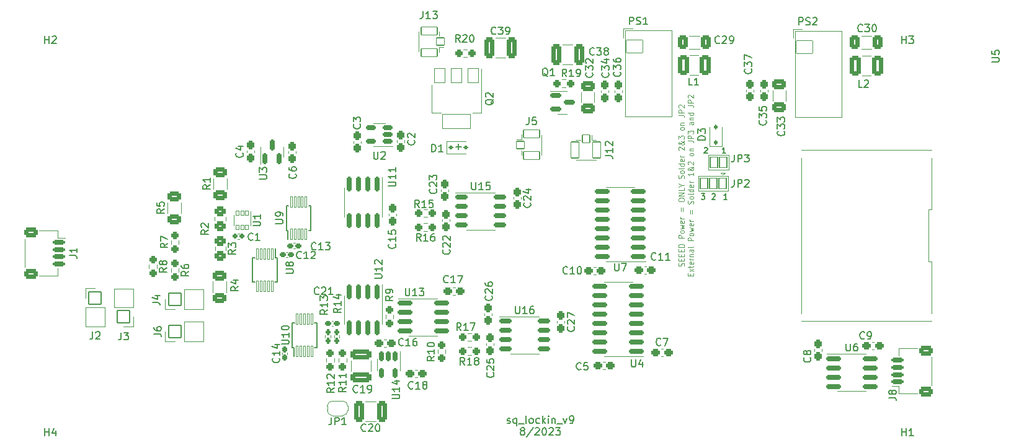
<source format=gbr>
%TF.GenerationSoftware,KiCad,Pcbnew,7.0.9*%
%TF.CreationDate,2024-10-16T13:46:26-06:00*%
%TF.ProjectId,sq_lockin_v9,73715f6c-6f63-46b6-996e-5f76392e6b69,rev?*%
%TF.SameCoordinates,Original*%
%TF.FileFunction,Legend,Top*%
%TF.FilePolarity,Positive*%
%FSLAX46Y46*%
G04 Gerber Fmt 4.6, Leading zero omitted, Abs format (unit mm)*
G04 Created by KiCad (PCBNEW 7.0.9) date 2024-10-16 13:46:26*
%MOMM*%
%LPD*%
G01*
G04 APERTURE LIST*
G04 Aperture macros list*
%AMRoundRect*
0 Rectangle with rounded corners*
0 $1 Rounding radius*
0 $2 $3 $4 $5 $6 $7 $8 $9 X,Y pos of 4 corners*
0 Add a 4 corners polygon primitive as box body*
4,1,4,$2,$3,$4,$5,$6,$7,$8,$9,$2,$3,0*
0 Add four circle primitives for the rounded corners*
1,1,$1+$1,$2,$3*
1,1,$1+$1,$4,$5*
1,1,$1+$1,$6,$7*
1,1,$1+$1,$8,$9*
0 Add four rect primitives between the rounded corners*
20,1,$1+$1,$2,$3,$4,$5,0*
20,1,$1+$1,$4,$5,$6,$7,0*
20,1,$1+$1,$6,$7,$8,$9,0*
20,1,$1+$1,$8,$9,$2,$3,0*%
%AMFreePoly0*
4,1,35,0.536062,0.786062,0.551000,0.750000,0.551000,-0.750000,0.536062,-0.786062,0.500000,-0.801000,0.000000,-0.801000,-0.012285,-0.795911,-0.071157,-0.795911,-0.085525,-0.793845,-0.222076,-0.753750,-0.235281,-0.747720,-0.355003,-0.670779,-0.365973,-0.661273,-0.459170,-0.553718,-0.467018,-0.541506,-0.526137,-0.412052,-0.530227,-0.398124,-0.550481,-0.257258,-0.551000,-0.250000,-0.551000,0.250000,
-0.550481,0.257258,-0.530227,0.398124,-0.526137,0.412052,-0.467018,0.541506,-0.459170,0.553718,-0.365973,0.661273,-0.355003,0.670779,-0.235281,0.747720,-0.222076,0.753750,-0.085525,0.793845,-0.071157,0.795911,-0.012285,0.795911,0.000000,0.801000,0.500000,0.801000,0.536062,0.786062,0.536062,0.786062,$1*%
%AMFreePoly1*
4,1,35,0.012285,0.795911,0.071157,0.795911,0.085525,0.793845,0.222076,0.753750,0.235281,0.747720,0.355003,0.670779,0.365973,0.661273,0.459170,0.553718,0.467018,0.541506,0.526137,0.412052,0.530227,0.398124,0.550481,0.257258,0.551000,0.250000,0.551000,-0.250000,0.550481,-0.257258,0.530227,-0.398124,0.526137,-0.412052,0.467018,-0.541506,0.459170,-0.553718,0.365973,-0.661273,
0.355003,-0.670779,0.235281,-0.747720,0.222076,-0.753750,0.085525,-0.793845,0.071157,-0.795911,0.012285,-0.795911,0.000000,-0.801000,-0.500000,-0.801000,-0.536062,-0.786062,-0.551000,-0.750000,-0.551000,0.750000,-0.536062,0.786062,-0.500000,0.801000,0.000000,0.801000,0.012285,0.795911,0.012285,0.795911,$1*%
G04 Aperture macros list end*
%ADD10C,0.150000*%
%ADD11C,0.187500*%
%ADD12C,0.125000*%
%ADD13C,0.120000*%
%ADD14RoundRect,0.301000X0.625000X-0.400000X0.625000X0.400000X-0.625000X0.400000X-0.625000X-0.400000X0*%
%ADD15RoundRect,0.301000X-0.450000X0.350000X-0.450000X-0.350000X0.450000X-0.350000X0.450000X0.350000X0*%
%ADD16RoundRect,0.288500X-0.237500X0.250000X-0.237500X-0.250000X0.237500X-0.250000X0.237500X0.250000X0*%
%ADD17RoundRect,0.051000X0.850000X-0.850000X0.850000X0.850000X-0.850000X0.850000X-0.850000X-0.850000X0*%
%ADD18O,1.802000X1.802000*%
%ADD19RoundRect,0.288500X0.237500X-0.300000X0.237500X0.300000X-0.237500X0.300000X-0.237500X-0.300000X0*%
%ADD20RoundRect,0.201000X0.512500X0.150000X-0.512500X0.150000X-0.512500X-0.150000X0.512500X-0.150000X0*%
%ADD21RoundRect,0.051000X-0.525000X-0.500000X0.525000X-0.500000X0.525000X0.500000X-0.525000X0.500000X0*%
%ADD22RoundRect,0.051000X-1.100000X-0.525000X1.100000X-0.525000X1.100000X0.525000X-1.100000X0.525000X0*%
%ADD23RoundRect,0.288500X0.237500X-0.250000X0.237500X0.250000X-0.237500X0.250000X-0.237500X-0.250000X0*%
%ADD24RoundRect,0.201000X0.150000X-0.587500X0.150000X0.587500X-0.150000X0.587500X-0.150000X-0.587500X0*%
%ADD25RoundRect,0.288500X0.250000X0.237500X-0.250000X0.237500X-0.250000X-0.237500X0.250000X-0.237500X0*%
%ADD26RoundRect,0.288500X-0.237500X0.300000X-0.237500X-0.300000X0.237500X-0.300000X0.237500X0.300000X0*%
%ADD27RoundRect,0.201000X-0.675000X-0.150000X0.675000X-0.150000X0.675000X0.150000X-0.675000X0.150000X0*%
%ADD28RoundRect,0.051000X-0.850000X-0.850000X0.850000X-0.850000X0.850000X0.850000X-0.850000X0.850000X0*%
%ADD29RoundRect,0.051000X0.850000X0.850000X-0.850000X0.850000X-0.850000X-0.850000X0.850000X-0.850000X0*%
%ADD30RoundRect,0.288500X-0.300000X-0.237500X0.300000X-0.237500X0.300000X0.237500X-0.300000X0.237500X0*%
%ADD31RoundRect,0.288500X0.300000X0.237500X-0.300000X0.237500X-0.300000X-0.237500X0.300000X-0.237500X0*%
%ADD32RoundRect,0.211000X-0.160000X0.197500X-0.160000X-0.197500X0.160000X-0.197500X0.160000X0.197500X0*%
%ADD33RoundRect,0.211000X0.160000X-0.197500X0.160000X0.197500X-0.160000X0.197500X-0.160000X-0.197500X0*%
%ADD34RoundRect,0.201000X-0.825000X-0.150000X0.825000X-0.150000X0.825000X0.150000X-0.825000X0.150000X0*%
%ADD35RoundRect,0.163500X-0.187500X-0.112500X0.187500X-0.112500X0.187500X0.112500X-0.187500X0.112500X0*%
%ADD36RoundRect,0.201000X-0.150000X0.825000X-0.150000X-0.825000X0.150000X-0.825000X0.150000X0.825000X0*%
%ADD37RoundRect,0.201000X-0.150000X0.512500X-0.150000X-0.512500X0.150000X-0.512500X0.150000X0.512500X0*%
%ADD38RoundRect,0.301001X-0.462499X-1.074999X0.462499X-1.074999X0.462499X1.074999X-0.462499X1.074999X0*%
%ADD39RoundRect,0.301000X0.650000X-0.412500X0.650000X0.412500X-0.650000X0.412500X-0.650000X-0.412500X0*%
%ADD40RoundRect,0.288500X-0.250000X-0.237500X0.250000X-0.237500X0.250000X0.237500X-0.250000X0.237500X0*%
%ADD41RoundRect,0.051000X-1.125000X0.875000X-1.125000X-0.875000X1.125000X-0.875000X1.125000X0.875000X0*%
%ADD42O,2.352000X1.852000*%
%ADD43C,6.502000*%
%ADD44RoundRect,0.201000X0.625000X-0.150000X0.625000X0.150000X-0.625000X0.150000X-0.625000X-0.150000X0*%
%ADD45RoundRect,0.301000X0.650000X-0.350000X0.650000X0.350000X-0.650000X0.350000X-0.650000X-0.350000X0*%
%ADD46O,1.602000X5.102000*%
%ADD47RoundRect,0.206000X0.155000X-0.212500X0.155000X0.212500X-0.155000X0.212500X-0.155000X-0.212500X0*%
%ADD48RoundRect,0.191000X0.140000X0.170000X-0.140000X0.170000X-0.140000X-0.170000X0.140000X-0.170000X0*%
%ADD49RoundRect,0.201000X-0.625000X0.150000X-0.625000X-0.150000X0.625000X-0.150000X0.625000X0.150000X0*%
%ADD50RoundRect,0.301000X-0.650000X0.350000X-0.650000X-0.350000X0.650000X-0.350000X0.650000X0.350000X0*%
%ADD51RoundRect,0.051000X-0.500000X0.525000X-0.500000X-0.525000X0.500000X-0.525000X0.500000X0.525000X0*%
%ADD52RoundRect,0.051000X-0.525000X1.100000X-0.525000X-1.100000X0.525000X-1.100000X0.525000X1.100000X0*%
%ADD53RoundRect,0.051000X-0.150000X0.700000X-0.150000X-0.700000X0.150000X-0.700000X0.150000X0.700000X0*%
%ADD54RoundRect,0.051000X-0.200000X0.325000X-0.200000X-0.325000X0.200000X-0.325000X0.200000X0.325000X0*%
%ADD55RoundRect,0.301000X-0.412500X-1.100000X0.412500X-1.100000X0.412500X1.100000X-0.412500X1.100000X0*%
%ADD56RoundRect,0.051000X0.500000X0.750000X-0.500000X0.750000X-0.500000X-0.750000X0.500000X-0.750000X0*%
%ADD57RoundRect,0.301000X-1.100000X0.412500X-1.100000X-0.412500X1.100000X-0.412500X1.100000X0.412500X0*%
%ADD58RoundRect,0.201000X-0.587500X-0.150000X0.587500X-0.150000X0.587500X0.150000X-0.587500X0.150000X0*%
%ADD59RoundRect,0.206000X-0.212500X-0.155000X0.212500X-0.155000X0.212500X0.155000X-0.212500X0.155000X0*%
%ADD60RoundRect,0.201000X0.825000X0.150000X-0.825000X0.150000X-0.825000X-0.150000X0.825000X-0.150000X0*%
%ADD61FreePoly0,180.000000*%
%ADD62FreePoly1,180.000000*%
%ADD63RoundRect,0.301000X0.412500X0.650000X-0.412500X0.650000X-0.412500X-0.650000X0.412500X-0.650000X0*%
%ADD64RoundRect,0.051000X-0.750000X1.000000X-0.750000X-1.000000X0.750000X-1.000000X0.750000X1.000000X0*%
%ADD65RoundRect,0.051000X-1.900000X1.000000X-1.900000X-1.000000X1.900000X-1.000000X1.900000X1.000000X0*%
%ADD66RoundRect,0.051000X0.150000X-0.700000X0.150000X0.700000X-0.150000X0.700000X-0.150000X-0.700000X0*%
%ADD67RoundRect,0.301000X0.412500X1.100000X-0.412500X1.100000X-0.412500X-1.100000X0.412500X-1.100000X0*%
%ADD68RoundRect,0.206000X0.212500X0.155000X-0.212500X0.155000X-0.212500X-0.155000X0.212500X-0.155000X0*%
%ADD69RoundRect,0.163500X0.112500X-0.187500X0.112500X0.187500X-0.112500X0.187500X-0.112500X-0.187500X0*%
%ADD70RoundRect,0.051000X0.525000X0.500000X-0.525000X0.500000X-0.525000X-0.500000X0.525000X-0.500000X0*%
%ADD71RoundRect,0.051000X1.100000X0.525000X-1.100000X0.525000X-1.100000X-0.525000X1.100000X-0.525000X0*%
G04 APERTURE END LIST*
D10*
X176376190Y-110502200D02*
X176471428Y-110549819D01*
X176471428Y-110549819D02*
X176661904Y-110549819D01*
X176661904Y-110549819D02*
X176757142Y-110502200D01*
X176757142Y-110502200D02*
X176804761Y-110406961D01*
X176804761Y-110406961D02*
X176804761Y-110359342D01*
X176804761Y-110359342D02*
X176757142Y-110264104D01*
X176757142Y-110264104D02*
X176661904Y-110216485D01*
X176661904Y-110216485D02*
X176519047Y-110216485D01*
X176519047Y-110216485D02*
X176423809Y-110168866D01*
X176423809Y-110168866D02*
X176376190Y-110073628D01*
X176376190Y-110073628D02*
X176376190Y-110026009D01*
X176376190Y-110026009D02*
X176423809Y-109930771D01*
X176423809Y-109930771D02*
X176519047Y-109883152D01*
X176519047Y-109883152D02*
X176661904Y-109883152D01*
X176661904Y-109883152D02*
X176757142Y-109930771D01*
X177661904Y-109883152D02*
X177661904Y-110883152D01*
X177661904Y-110502200D02*
X177566666Y-110549819D01*
X177566666Y-110549819D02*
X177376190Y-110549819D01*
X177376190Y-110549819D02*
X177280952Y-110502200D01*
X177280952Y-110502200D02*
X177233333Y-110454580D01*
X177233333Y-110454580D02*
X177185714Y-110359342D01*
X177185714Y-110359342D02*
X177185714Y-110073628D01*
X177185714Y-110073628D02*
X177233333Y-109978390D01*
X177233333Y-109978390D02*
X177280952Y-109930771D01*
X177280952Y-109930771D02*
X177376190Y-109883152D01*
X177376190Y-109883152D02*
X177566666Y-109883152D01*
X177566666Y-109883152D02*
X177661904Y-109930771D01*
X177900000Y-110645057D02*
X178661904Y-110645057D01*
X179042857Y-110549819D02*
X178947619Y-110502200D01*
X178947619Y-110502200D02*
X178900000Y-110406961D01*
X178900000Y-110406961D02*
X178900000Y-109549819D01*
X179566667Y-110549819D02*
X179471429Y-110502200D01*
X179471429Y-110502200D02*
X179423810Y-110454580D01*
X179423810Y-110454580D02*
X179376191Y-110359342D01*
X179376191Y-110359342D02*
X179376191Y-110073628D01*
X179376191Y-110073628D02*
X179423810Y-109978390D01*
X179423810Y-109978390D02*
X179471429Y-109930771D01*
X179471429Y-109930771D02*
X179566667Y-109883152D01*
X179566667Y-109883152D02*
X179709524Y-109883152D01*
X179709524Y-109883152D02*
X179804762Y-109930771D01*
X179804762Y-109930771D02*
X179852381Y-109978390D01*
X179852381Y-109978390D02*
X179900000Y-110073628D01*
X179900000Y-110073628D02*
X179900000Y-110359342D01*
X179900000Y-110359342D02*
X179852381Y-110454580D01*
X179852381Y-110454580D02*
X179804762Y-110502200D01*
X179804762Y-110502200D02*
X179709524Y-110549819D01*
X179709524Y-110549819D02*
X179566667Y-110549819D01*
X180757143Y-110502200D02*
X180661905Y-110549819D01*
X180661905Y-110549819D02*
X180471429Y-110549819D01*
X180471429Y-110549819D02*
X180376191Y-110502200D01*
X180376191Y-110502200D02*
X180328572Y-110454580D01*
X180328572Y-110454580D02*
X180280953Y-110359342D01*
X180280953Y-110359342D02*
X180280953Y-110073628D01*
X180280953Y-110073628D02*
X180328572Y-109978390D01*
X180328572Y-109978390D02*
X180376191Y-109930771D01*
X180376191Y-109930771D02*
X180471429Y-109883152D01*
X180471429Y-109883152D02*
X180661905Y-109883152D01*
X180661905Y-109883152D02*
X180757143Y-109930771D01*
X181185715Y-110549819D02*
X181185715Y-109549819D01*
X181280953Y-110168866D02*
X181566667Y-110549819D01*
X181566667Y-109883152D02*
X181185715Y-110264104D01*
X181995239Y-110549819D02*
X181995239Y-109883152D01*
X181995239Y-109549819D02*
X181947620Y-109597438D01*
X181947620Y-109597438D02*
X181995239Y-109645057D01*
X181995239Y-109645057D02*
X182042858Y-109597438D01*
X182042858Y-109597438D02*
X181995239Y-109549819D01*
X181995239Y-109549819D02*
X181995239Y-109645057D01*
X182471429Y-109883152D02*
X182471429Y-110549819D01*
X182471429Y-109978390D02*
X182519048Y-109930771D01*
X182519048Y-109930771D02*
X182614286Y-109883152D01*
X182614286Y-109883152D02*
X182757143Y-109883152D01*
X182757143Y-109883152D02*
X182852381Y-109930771D01*
X182852381Y-109930771D02*
X182900000Y-110026009D01*
X182900000Y-110026009D02*
X182900000Y-110549819D01*
X183138096Y-110645057D02*
X183900000Y-110645057D01*
X184042858Y-109883152D02*
X184280953Y-110549819D01*
X184280953Y-110549819D02*
X184519048Y-109883152D01*
X184947620Y-110549819D02*
X185138096Y-110549819D01*
X185138096Y-110549819D02*
X185233334Y-110502200D01*
X185233334Y-110502200D02*
X185280953Y-110454580D01*
X185280953Y-110454580D02*
X185376191Y-110311723D01*
X185376191Y-110311723D02*
X185423810Y-110121247D01*
X185423810Y-110121247D02*
X185423810Y-109740295D01*
X185423810Y-109740295D02*
X185376191Y-109645057D01*
X185376191Y-109645057D02*
X185328572Y-109597438D01*
X185328572Y-109597438D02*
X185233334Y-109549819D01*
X185233334Y-109549819D02*
X185042858Y-109549819D01*
X185042858Y-109549819D02*
X184947620Y-109597438D01*
X184947620Y-109597438D02*
X184900001Y-109645057D01*
X184900001Y-109645057D02*
X184852382Y-109740295D01*
X184852382Y-109740295D02*
X184852382Y-109978390D01*
X184852382Y-109978390D02*
X184900001Y-110073628D01*
X184900001Y-110073628D02*
X184947620Y-110121247D01*
X184947620Y-110121247D02*
X185042858Y-110168866D01*
X185042858Y-110168866D02*
X185233334Y-110168866D01*
X185233334Y-110168866D02*
X185328572Y-110121247D01*
X185328572Y-110121247D02*
X185376191Y-110073628D01*
X185376191Y-110073628D02*
X185423810Y-109978390D01*
X178376190Y-111588390D02*
X178280952Y-111540771D01*
X178280952Y-111540771D02*
X178233333Y-111493152D01*
X178233333Y-111493152D02*
X178185714Y-111397914D01*
X178185714Y-111397914D02*
X178185714Y-111350295D01*
X178185714Y-111350295D02*
X178233333Y-111255057D01*
X178233333Y-111255057D02*
X178280952Y-111207438D01*
X178280952Y-111207438D02*
X178376190Y-111159819D01*
X178376190Y-111159819D02*
X178566666Y-111159819D01*
X178566666Y-111159819D02*
X178661904Y-111207438D01*
X178661904Y-111207438D02*
X178709523Y-111255057D01*
X178709523Y-111255057D02*
X178757142Y-111350295D01*
X178757142Y-111350295D02*
X178757142Y-111397914D01*
X178757142Y-111397914D02*
X178709523Y-111493152D01*
X178709523Y-111493152D02*
X178661904Y-111540771D01*
X178661904Y-111540771D02*
X178566666Y-111588390D01*
X178566666Y-111588390D02*
X178376190Y-111588390D01*
X178376190Y-111588390D02*
X178280952Y-111636009D01*
X178280952Y-111636009D02*
X178233333Y-111683628D01*
X178233333Y-111683628D02*
X178185714Y-111778866D01*
X178185714Y-111778866D02*
X178185714Y-111969342D01*
X178185714Y-111969342D02*
X178233333Y-112064580D01*
X178233333Y-112064580D02*
X178280952Y-112112200D01*
X178280952Y-112112200D02*
X178376190Y-112159819D01*
X178376190Y-112159819D02*
X178566666Y-112159819D01*
X178566666Y-112159819D02*
X178661904Y-112112200D01*
X178661904Y-112112200D02*
X178709523Y-112064580D01*
X178709523Y-112064580D02*
X178757142Y-111969342D01*
X178757142Y-111969342D02*
X178757142Y-111778866D01*
X178757142Y-111778866D02*
X178709523Y-111683628D01*
X178709523Y-111683628D02*
X178661904Y-111636009D01*
X178661904Y-111636009D02*
X178566666Y-111588390D01*
X179899999Y-111112200D02*
X179042857Y-112397914D01*
X180185714Y-111255057D02*
X180233333Y-111207438D01*
X180233333Y-111207438D02*
X180328571Y-111159819D01*
X180328571Y-111159819D02*
X180566666Y-111159819D01*
X180566666Y-111159819D02*
X180661904Y-111207438D01*
X180661904Y-111207438D02*
X180709523Y-111255057D01*
X180709523Y-111255057D02*
X180757142Y-111350295D01*
X180757142Y-111350295D02*
X180757142Y-111445533D01*
X180757142Y-111445533D02*
X180709523Y-111588390D01*
X180709523Y-111588390D02*
X180138095Y-112159819D01*
X180138095Y-112159819D02*
X180757142Y-112159819D01*
X181376190Y-111159819D02*
X181471428Y-111159819D01*
X181471428Y-111159819D02*
X181566666Y-111207438D01*
X181566666Y-111207438D02*
X181614285Y-111255057D01*
X181614285Y-111255057D02*
X181661904Y-111350295D01*
X181661904Y-111350295D02*
X181709523Y-111540771D01*
X181709523Y-111540771D02*
X181709523Y-111778866D01*
X181709523Y-111778866D02*
X181661904Y-111969342D01*
X181661904Y-111969342D02*
X181614285Y-112064580D01*
X181614285Y-112064580D02*
X181566666Y-112112200D01*
X181566666Y-112112200D02*
X181471428Y-112159819D01*
X181471428Y-112159819D02*
X181376190Y-112159819D01*
X181376190Y-112159819D02*
X181280952Y-112112200D01*
X181280952Y-112112200D02*
X181233333Y-112064580D01*
X181233333Y-112064580D02*
X181185714Y-111969342D01*
X181185714Y-111969342D02*
X181138095Y-111778866D01*
X181138095Y-111778866D02*
X181138095Y-111540771D01*
X181138095Y-111540771D02*
X181185714Y-111350295D01*
X181185714Y-111350295D02*
X181233333Y-111255057D01*
X181233333Y-111255057D02*
X181280952Y-111207438D01*
X181280952Y-111207438D02*
X181376190Y-111159819D01*
X182090476Y-111255057D02*
X182138095Y-111207438D01*
X182138095Y-111207438D02*
X182233333Y-111159819D01*
X182233333Y-111159819D02*
X182471428Y-111159819D01*
X182471428Y-111159819D02*
X182566666Y-111207438D01*
X182566666Y-111207438D02*
X182614285Y-111255057D01*
X182614285Y-111255057D02*
X182661904Y-111350295D01*
X182661904Y-111350295D02*
X182661904Y-111445533D01*
X182661904Y-111445533D02*
X182614285Y-111588390D01*
X182614285Y-111588390D02*
X182042857Y-112159819D01*
X182042857Y-112159819D02*
X182661904Y-112159819D01*
X182995238Y-111159819D02*
X183614285Y-111159819D01*
X183614285Y-111159819D02*
X183280952Y-111540771D01*
X183280952Y-111540771D02*
X183423809Y-111540771D01*
X183423809Y-111540771D02*
X183519047Y-111588390D01*
X183519047Y-111588390D02*
X183566666Y-111636009D01*
X183566666Y-111636009D02*
X183614285Y-111731247D01*
X183614285Y-111731247D02*
X183614285Y-111969342D01*
X183614285Y-111969342D02*
X183566666Y-112064580D01*
X183566666Y-112064580D02*
X183519047Y-112112200D01*
X183519047Y-112112200D02*
X183423809Y-112159819D01*
X183423809Y-112159819D02*
X183138095Y-112159819D01*
X183138095Y-112159819D02*
X183042857Y-112112200D01*
X183042857Y-112112200D02*
X182995238Y-112064580D01*
D11*
X206164285Y-73660345D02*
X205735714Y-73660345D01*
X205949999Y-73660345D02*
X205949999Y-72860345D01*
X205949999Y-72860345D02*
X205878571Y-72974630D01*
X205878571Y-72974630D02*
X205807142Y-73050821D01*
X205807142Y-73050821D02*
X205735714Y-73088916D01*
D10*
X169319048Y-72773866D02*
X170080953Y-72773866D01*
X169700000Y-73154819D02*
X169700000Y-72392914D01*
D11*
X206364285Y-79960345D02*
X205935714Y-79960345D01*
X206149999Y-79960345D02*
X206149999Y-79160345D01*
X206149999Y-79160345D02*
X206078571Y-79274630D01*
X206078571Y-79274630D02*
X206007142Y-79350821D01*
X206007142Y-79350821D02*
X205935714Y-79388916D01*
D12*
X200481500Y-89066664D02*
X200519595Y-88966664D01*
X200519595Y-88966664D02*
X200519595Y-88799998D01*
X200519595Y-88799998D02*
X200481500Y-88733331D01*
X200481500Y-88733331D02*
X200443404Y-88699998D01*
X200443404Y-88699998D02*
X200367214Y-88666664D01*
X200367214Y-88666664D02*
X200291023Y-88666664D01*
X200291023Y-88666664D02*
X200214833Y-88699998D01*
X200214833Y-88699998D02*
X200176738Y-88733331D01*
X200176738Y-88733331D02*
X200138642Y-88799998D01*
X200138642Y-88799998D02*
X200100547Y-88933331D01*
X200100547Y-88933331D02*
X200062452Y-88999998D01*
X200062452Y-88999998D02*
X200024357Y-89033331D01*
X200024357Y-89033331D02*
X199948166Y-89066664D01*
X199948166Y-89066664D02*
X199871976Y-89066664D01*
X199871976Y-89066664D02*
X199795785Y-89033331D01*
X199795785Y-89033331D02*
X199757690Y-88999998D01*
X199757690Y-88999998D02*
X199719595Y-88933331D01*
X199719595Y-88933331D02*
X199719595Y-88766664D01*
X199719595Y-88766664D02*
X199757690Y-88666664D01*
X200100547Y-88366664D02*
X200100547Y-88133331D01*
X200519595Y-88033331D02*
X200519595Y-88366664D01*
X200519595Y-88366664D02*
X199719595Y-88366664D01*
X199719595Y-88366664D02*
X199719595Y-88033331D01*
X200100547Y-87733331D02*
X200100547Y-87499998D01*
X200519595Y-87399998D02*
X200519595Y-87733331D01*
X200519595Y-87733331D02*
X199719595Y-87733331D01*
X199719595Y-87733331D02*
X199719595Y-87399998D01*
X200100547Y-87099998D02*
X200100547Y-86866665D01*
X200519595Y-86766665D02*
X200519595Y-87099998D01*
X200519595Y-87099998D02*
X199719595Y-87099998D01*
X199719595Y-87099998D02*
X199719595Y-86766665D01*
X200519595Y-86466665D02*
X199719595Y-86466665D01*
X199719595Y-86466665D02*
X199719595Y-86299998D01*
X199719595Y-86299998D02*
X199757690Y-86199998D01*
X199757690Y-86199998D02*
X199833880Y-86133332D01*
X199833880Y-86133332D02*
X199910071Y-86099998D01*
X199910071Y-86099998D02*
X200062452Y-86066665D01*
X200062452Y-86066665D02*
X200176738Y-86066665D01*
X200176738Y-86066665D02*
X200329119Y-86099998D01*
X200329119Y-86099998D02*
X200405309Y-86133332D01*
X200405309Y-86133332D02*
X200481500Y-86199998D01*
X200481500Y-86199998D02*
X200519595Y-86299998D01*
X200519595Y-86299998D02*
X200519595Y-86466665D01*
X200519595Y-85233332D02*
X199719595Y-85233332D01*
X199719595Y-85233332D02*
X199719595Y-84966665D01*
X199719595Y-84966665D02*
X199757690Y-84899999D01*
X199757690Y-84899999D02*
X199795785Y-84866665D01*
X199795785Y-84866665D02*
X199871976Y-84833332D01*
X199871976Y-84833332D02*
X199986261Y-84833332D01*
X199986261Y-84833332D02*
X200062452Y-84866665D01*
X200062452Y-84866665D02*
X200100547Y-84899999D01*
X200100547Y-84899999D02*
X200138642Y-84966665D01*
X200138642Y-84966665D02*
X200138642Y-85233332D01*
X200519595Y-84433332D02*
X200481500Y-84499999D01*
X200481500Y-84499999D02*
X200443404Y-84533332D01*
X200443404Y-84533332D02*
X200367214Y-84566665D01*
X200367214Y-84566665D02*
X200138642Y-84566665D01*
X200138642Y-84566665D02*
X200062452Y-84533332D01*
X200062452Y-84533332D02*
X200024357Y-84499999D01*
X200024357Y-84499999D02*
X199986261Y-84433332D01*
X199986261Y-84433332D02*
X199986261Y-84333332D01*
X199986261Y-84333332D02*
X200024357Y-84266665D01*
X200024357Y-84266665D02*
X200062452Y-84233332D01*
X200062452Y-84233332D02*
X200138642Y-84199999D01*
X200138642Y-84199999D02*
X200367214Y-84199999D01*
X200367214Y-84199999D02*
X200443404Y-84233332D01*
X200443404Y-84233332D02*
X200481500Y-84266665D01*
X200481500Y-84266665D02*
X200519595Y-84333332D01*
X200519595Y-84333332D02*
X200519595Y-84433332D01*
X199986261Y-83966666D02*
X200519595Y-83833332D01*
X200519595Y-83833332D02*
X200138642Y-83699999D01*
X200138642Y-83699999D02*
X200519595Y-83566666D01*
X200519595Y-83566666D02*
X199986261Y-83433332D01*
X200481500Y-82899999D02*
X200519595Y-82966666D01*
X200519595Y-82966666D02*
X200519595Y-83099999D01*
X200519595Y-83099999D02*
X200481500Y-83166666D01*
X200481500Y-83166666D02*
X200405309Y-83199999D01*
X200405309Y-83199999D02*
X200100547Y-83199999D01*
X200100547Y-83199999D02*
X200024357Y-83166666D01*
X200024357Y-83166666D02*
X199986261Y-83099999D01*
X199986261Y-83099999D02*
X199986261Y-82966666D01*
X199986261Y-82966666D02*
X200024357Y-82899999D01*
X200024357Y-82899999D02*
X200100547Y-82866666D01*
X200100547Y-82866666D02*
X200176738Y-82866666D01*
X200176738Y-82866666D02*
X200252928Y-83199999D01*
X200519595Y-82566666D02*
X199986261Y-82566666D01*
X200138642Y-82566666D02*
X200062452Y-82533333D01*
X200062452Y-82533333D02*
X200024357Y-82499999D01*
X200024357Y-82499999D02*
X199986261Y-82433333D01*
X199986261Y-82433333D02*
X199986261Y-82366666D01*
X200100547Y-81600000D02*
X200100547Y-81066667D01*
X200329119Y-81066667D02*
X200329119Y-81600000D01*
X199719595Y-80066667D02*
X199719595Y-79933333D01*
X199719595Y-79933333D02*
X199757690Y-79866667D01*
X199757690Y-79866667D02*
X199833880Y-79800000D01*
X199833880Y-79800000D02*
X199986261Y-79766667D01*
X199986261Y-79766667D02*
X200252928Y-79766667D01*
X200252928Y-79766667D02*
X200405309Y-79800000D01*
X200405309Y-79800000D02*
X200481500Y-79866667D01*
X200481500Y-79866667D02*
X200519595Y-79933333D01*
X200519595Y-79933333D02*
X200519595Y-80066667D01*
X200519595Y-80066667D02*
X200481500Y-80133333D01*
X200481500Y-80133333D02*
X200405309Y-80200000D01*
X200405309Y-80200000D02*
X200252928Y-80233333D01*
X200252928Y-80233333D02*
X199986261Y-80233333D01*
X199986261Y-80233333D02*
X199833880Y-80200000D01*
X199833880Y-80200000D02*
X199757690Y-80133333D01*
X199757690Y-80133333D02*
X199719595Y-80066667D01*
X200519595Y-79466667D02*
X199719595Y-79466667D01*
X199719595Y-79466667D02*
X200519595Y-79066667D01*
X200519595Y-79066667D02*
X199719595Y-79066667D01*
X200519595Y-78400001D02*
X200519595Y-78733334D01*
X200519595Y-78733334D02*
X199719595Y-78733334D01*
X200138642Y-78033334D02*
X200519595Y-78033334D01*
X199719595Y-78266667D02*
X200138642Y-78033334D01*
X200138642Y-78033334D02*
X199719595Y-77800000D01*
X200481500Y-77066667D02*
X200519595Y-76966667D01*
X200519595Y-76966667D02*
X200519595Y-76800001D01*
X200519595Y-76800001D02*
X200481500Y-76733334D01*
X200481500Y-76733334D02*
X200443404Y-76700001D01*
X200443404Y-76700001D02*
X200367214Y-76666667D01*
X200367214Y-76666667D02*
X200291023Y-76666667D01*
X200291023Y-76666667D02*
X200214833Y-76700001D01*
X200214833Y-76700001D02*
X200176738Y-76733334D01*
X200176738Y-76733334D02*
X200138642Y-76800001D01*
X200138642Y-76800001D02*
X200100547Y-76933334D01*
X200100547Y-76933334D02*
X200062452Y-77000001D01*
X200062452Y-77000001D02*
X200024357Y-77033334D01*
X200024357Y-77033334D02*
X199948166Y-77066667D01*
X199948166Y-77066667D02*
X199871976Y-77066667D01*
X199871976Y-77066667D02*
X199795785Y-77033334D01*
X199795785Y-77033334D02*
X199757690Y-77000001D01*
X199757690Y-77000001D02*
X199719595Y-76933334D01*
X199719595Y-76933334D02*
X199719595Y-76766667D01*
X199719595Y-76766667D02*
X199757690Y-76666667D01*
X200519595Y-76266667D02*
X200481500Y-76333334D01*
X200481500Y-76333334D02*
X200443404Y-76366667D01*
X200443404Y-76366667D02*
X200367214Y-76400000D01*
X200367214Y-76400000D02*
X200138642Y-76400000D01*
X200138642Y-76400000D02*
X200062452Y-76366667D01*
X200062452Y-76366667D02*
X200024357Y-76333334D01*
X200024357Y-76333334D02*
X199986261Y-76266667D01*
X199986261Y-76266667D02*
X199986261Y-76166667D01*
X199986261Y-76166667D02*
X200024357Y-76100000D01*
X200024357Y-76100000D02*
X200062452Y-76066667D01*
X200062452Y-76066667D02*
X200138642Y-76033334D01*
X200138642Y-76033334D02*
X200367214Y-76033334D01*
X200367214Y-76033334D02*
X200443404Y-76066667D01*
X200443404Y-76066667D02*
X200481500Y-76100000D01*
X200481500Y-76100000D02*
X200519595Y-76166667D01*
X200519595Y-76166667D02*
X200519595Y-76266667D01*
X200519595Y-75633334D02*
X200481500Y-75700001D01*
X200481500Y-75700001D02*
X200405309Y-75733334D01*
X200405309Y-75733334D02*
X199719595Y-75733334D01*
X200519595Y-75066667D02*
X199719595Y-75066667D01*
X200481500Y-75066667D02*
X200519595Y-75133334D01*
X200519595Y-75133334D02*
X200519595Y-75266667D01*
X200519595Y-75266667D02*
X200481500Y-75333334D01*
X200481500Y-75333334D02*
X200443404Y-75366667D01*
X200443404Y-75366667D02*
X200367214Y-75400000D01*
X200367214Y-75400000D02*
X200138642Y-75400000D01*
X200138642Y-75400000D02*
X200062452Y-75366667D01*
X200062452Y-75366667D02*
X200024357Y-75333334D01*
X200024357Y-75333334D02*
X199986261Y-75266667D01*
X199986261Y-75266667D02*
X199986261Y-75133334D01*
X199986261Y-75133334D02*
X200024357Y-75066667D01*
X200481500Y-74466667D02*
X200519595Y-74533334D01*
X200519595Y-74533334D02*
X200519595Y-74666667D01*
X200519595Y-74666667D02*
X200481500Y-74733334D01*
X200481500Y-74733334D02*
X200405309Y-74766667D01*
X200405309Y-74766667D02*
X200100547Y-74766667D01*
X200100547Y-74766667D02*
X200024357Y-74733334D01*
X200024357Y-74733334D02*
X199986261Y-74666667D01*
X199986261Y-74666667D02*
X199986261Y-74533334D01*
X199986261Y-74533334D02*
X200024357Y-74466667D01*
X200024357Y-74466667D02*
X200100547Y-74433334D01*
X200100547Y-74433334D02*
X200176738Y-74433334D01*
X200176738Y-74433334D02*
X200252928Y-74766667D01*
X200519595Y-74133334D02*
X199986261Y-74133334D01*
X200138642Y-74133334D02*
X200062452Y-74100001D01*
X200062452Y-74100001D02*
X200024357Y-74066667D01*
X200024357Y-74066667D02*
X199986261Y-74000001D01*
X199986261Y-74000001D02*
X199986261Y-73933334D01*
X199795785Y-73200001D02*
X199757690Y-73166668D01*
X199757690Y-73166668D02*
X199719595Y-73100001D01*
X199719595Y-73100001D02*
X199719595Y-72933335D01*
X199719595Y-72933335D02*
X199757690Y-72866668D01*
X199757690Y-72866668D02*
X199795785Y-72833335D01*
X199795785Y-72833335D02*
X199871976Y-72800001D01*
X199871976Y-72800001D02*
X199948166Y-72800001D01*
X199948166Y-72800001D02*
X200062452Y-72833335D01*
X200062452Y-72833335D02*
X200519595Y-73233335D01*
X200519595Y-73233335D02*
X200519595Y-72800001D01*
X200519595Y-71933334D02*
X200519595Y-71966668D01*
X200519595Y-71966668D02*
X200481500Y-72033334D01*
X200481500Y-72033334D02*
X200367214Y-72133334D01*
X200367214Y-72133334D02*
X200138642Y-72300001D01*
X200138642Y-72300001D02*
X200024357Y-72366668D01*
X200024357Y-72366668D02*
X199910071Y-72400001D01*
X199910071Y-72400001D02*
X199833880Y-72400001D01*
X199833880Y-72400001D02*
X199757690Y-72366668D01*
X199757690Y-72366668D02*
X199719595Y-72300001D01*
X199719595Y-72300001D02*
X199719595Y-72266668D01*
X199719595Y-72266668D02*
X199757690Y-72200001D01*
X199757690Y-72200001D02*
X199833880Y-72166668D01*
X199833880Y-72166668D02*
X199871976Y-72166668D01*
X199871976Y-72166668D02*
X199948166Y-72200001D01*
X199948166Y-72200001D02*
X199986261Y-72233334D01*
X199986261Y-72233334D02*
X200138642Y-72433334D01*
X200138642Y-72433334D02*
X200176738Y-72466668D01*
X200176738Y-72466668D02*
X200252928Y-72500001D01*
X200252928Y-72500001D02*
X200367214Y-72500001D01*
X200367214Y-72500001D02*
X200443404Y-72466668D01*
X200443404Y-72466668D02*
X200481500Y-72433334D01*
X200481500Y-72433334D02*
X200519595Y-72366668D01*
X200519595Y-72366668D02*
X200519595Y-72266668D01*
X200519595Y-72266668D02*
X200481500Y-72200001D01*
X200481500Y-72200001D02*
X200443404Y-72166668D01*
X200443404Y-72166668D02*
X200291023Y-72066668D01*
X200291023Y-72066668D02*
X200176738Y-72033334D01*
X200176738Y-72033334D02*
X200100547Y-72033334D01*
X199719595Y-71700001D02*
X199719595Y-71266667D01*
X199719595Y-71266667D02*
X200024357Y-71500001D01*
X200024357Y-71500001D02*
X200024357Y-71400001D01*
X200024357Y-71400001D02*
X200062452Y-71333334D01*
X200062452Y-71333334D02*
X200100547Y-71300001D01*
X200100547Y-71300001D02*
X200176738Y-71266667D01*
X200176738Y-71266667D02*
X200367214Y-71266667D01*
X200367214Y-71266667D02*
X200443404Y-71300001D01*
X200443404Y-71300001D02*
X200481500Y-71333334D01*
X200481500Y-71333334D02*
X200519595Y-71400001D01*
X200519595Y-71400001D02*
X200519595Y-71600001D01*
X200519595Y-71600001D02*
X200481500Y-71666667D01*
X200481500Y-71666667D02*
X200443404Y-71700001D01*
X200519595Y-70333334D02*
X200481500Y-70400001D01*
X200481500Y-70400001D02*
X200443404Y-70433334D01*
X200443404Y-70433334D02*
X200367214Y-70466667D01*
X200367214Y-70466667D02*
X200138642Y-70466667D01*
X200138642Y-70466667D02*
X200062452Y-70433334D01*
X200062452Y-70433334D02*
X200024357Y-70400001D01*
X200024357Y-70400001D02*
X199986261Y-70333334D01*
X199986261Y-70333334D02*
X199986261Y-70233334D01*
X199986261Y-70233334D02*
X200024357Y-70166667D01*
X200024357Y-70166667D02*
X200062452Y-70133334D01*
X200062452Y-70133334D02*
X200138642Y-70100001D01*
X200138642Y-70100001D02*
X200367214Y-70100001D01*
X200367214Y-70100001D02*
X200443404Y-70133334D01*
X200443404Y-70133334D02*
X200481500Y-70166667D01*
X200481500Y-70166667D02*
X200519595Y-70233334D01*
X200519595Y-70233334D02*
X200519595Y-70333334D01*
X199986261Y-69800001D02*
X200519595Y-69800001D01*
X200062452Y-69800001D02*
X200024357Y-69766668D01*
X200024357Y-69766668D02*
X199986261Y-69700001D01*
X199986261Y-69700001D02*
X199986261Y-69600001D01*
X199986261Y-69600001D02*
X200024357Y-69533334D01*
X200024357Y-69533334D02*
X200100547Y-69500001D01*
X200100547Y-69500001D02*
X200519595Y-69500001D01*
X199719595Y-68433335D02*
X200291023Y-68433335D01*
X200291023Y-68433335D02*
X200405309Y-68466668D01*
X200405309Y-68466668D02*
X200481500Y-68533335D01*
X200481500Y-68533335D02*
X200519595Y-68633335D01*
X200519595Y-68633335D02*
X200519595Y-68700002D01*
X200519595Y-68100002D02*
X199719595Y-68100002D01*
X199719595Y-68100002D02*
X199719595Y-67833335D01*
X199719595Y-67833335D02*
X199757690Y-67766669D01*
X199757690Y-67766669D02*
X199795785Y-67733335D01*
X199795785Y-67733335D02*
X199871976Y-67700002D01*
X199871976Y-67700002D02*
X199986261Y-67700002D01*
X199986261Y-67700002D02*
X200062452Y-67733335D01*
X200062452Y-67733335D02*
X200100547Y-67766669D01*
X200100547Y-67766669D02*
X200138642Y-67833335D01*
X200138642Y-67833335D02*
X200138642Y-68100002D01*
X199795785Y-67433335D02*
X199757690Y-67400002D01*
X199757690Y-67400002D02*
X199719595Y-67333335D01*
X199719595Y-67333335D02*
X199719595Y-67166669D01*
X199719595Y-67166669D02*
X199757690Y-67100002D01*
X199757690Y-67100002D02*
X199795785Y-67066669D01*
X199795785Y-67066669D02*
X199871976Y-67033335D01*
X199871976Y-67033335D02*
X199948166Y-67033335D01*
X199948166Y-67033335D02*
X200062452Y-67066669D01*
X200062452Y-67066669D02*
X200519595Y-67466669D01*
X200519595Y-67466669D02*
X200519595Y-67033335D01*
X201388547Y-90383330D02*
X201388547Y-90149997D01*
X201807595Y-90049997D02*
X201807595Y-90383330D01*
X201807595Y-90383330D02*
X201007595Y-90383330D01*
X201007595Y-90383330D02*
X201007595Y-90049997D01*
X201807595Y-89816664D02*
X201274261Y-89449997D01*
X201274261Y-89816664D02*
X201807595Y-89449997D01*
X201274261Y-89283330D02*
X201274261Y-89016663D01*
X201007595Y-89183330D02*
X201693309Y-89183330D01*
X201693309Y-89183330D02*
X201769500Y-89149997D01*
X201769500Y-89149997D02*
X201807595Y-89083330D01*
X201807595Y-89083330D02*
X201807595Y-89016663D01*
X201769500Y-88516663D02*
X201807595Y-88583330D01*
X201807595Y-88583330D02*
X201807595Y-88716663D01*
X201807595Y-88716663D02*
X201769500Y-88783330D01*
X201769500Y-88783330D02*
X201693309Y-88816663D01*
X201693309Y-88816663D02*
X201388547Y-88816663D01*
X201388547Y-88816663D02*
X201312357Y-88783330D01*
X201312357Y-88783330D02*
X201274261Y-88716663D01*
X201274261Y-88716663D02*
X201274261Y-88583330D01*
X201274261Y-88583330D02*
X201312357Y-88516663D01*
X201312357Y-88516663D02*
X201388547Y-88483330D01*
X201388547Y-88483330D02*
X201464738Y-88483330D01*
X201464738Y-88483330D02*
X201540928Y-88816663D01*
X201807595Y-88183330D02*
X201274261Y-88183330D01*
X201426642Y-88183330D02*
X201350452Y-88149997D01*
X201350452Y-88149997D02*
X201312357Y-88116663D01*
X201312357Y-88116663D02*
X201274261Y-88049997D01*
X201274261Y-88049997D02*
X201274261Y-87983330D01*
X201274261Y-87749997D02*
X201807595Y-87749997D01*
X201350452Y-87749997D02*
X201312357Y-87716664D01*
X201312357Y-87716664D02*
X201274261Y-87649997D01*
X201274261Y-87649997D02*
X201274261Y-87549997D01*
X201274261Y-87549997D02*
X201312357Y-87483330D01*
X201312357Y-87483330D02*
X201388547Y-87449997D01*
X201388547Y-87449997D02*
X201807595Y-87449997D01*
X201807595Y-86816664D02*
X201388547Y-86816664D01*
X201388547Y-86816664D02*
X201312357Y-86849997D01*
X201312357Y-86849997D02*
X201274261Y-86916664D01*
X201274261Y-86916664D02*
X201274261Y-87049997D01*
X201274261Y-87049997D02*
X201312357Y-87116664D01*
X201769500Y-86816664D02*
X201807595Y-86883331D01*
X201807595Y-86883331D02*
X201807595Y-87049997D01*
X201807595Y-87049997D02*
X201769500Y-87116664D01*
X201769500Y-87116664D02*
X201693309Y-87149997D01*
X201693309Y-87149997D02*
X201617119Y-87149997D01*
X201617119Y-87149997D02*
X201540928Y-87116664D01*
X201540928Y-87116664D02*
X201502833Y-87049997D01*
X201502833Y-87049997D02*
X201502833Y-86883331D01*
X201502833Y-86883331D02*
X201464738Y-86816664D01*
X201807595Y-86383331D02*
X201769500Y-86449998D01*
X201769500Y-86449998D02*
X201693309Y-86483331D01*
X201693309Y-86483331D02*
X201007595Y-86483331D01*
X201807595Y-85583331D02*
X201007595Y-85583331D01*
X201007595Y-85583331D02*
X201007595Y-85316664D01*
X201007595Y-85316664D02*
X201045690Y-85249998D01*
X201045690Y-85249998D02*
X201083785Y-85216664D01*
X201083785Y-85216664D02*
X201159976Y-85183331D01*
X201159976Y-85183331D02*
X201274261Y-85183331D01*
X201274261Y-85183331D02*
X201350452Y-85216664D01*
X201350452Y-85216664D02*
X201388547Y-85249998D01*
X201388547Y-85249998D02*
X201426642Y-85316664D01*
X201426642Y-85316664D02*
X201426642Y-85583331D01*
X201807595Y-84783331D02*
X201769500Y-84849998D01*
X201769500Y-84849998D02*
X201731404Y-84883331D01*
X201731404Y-84883331D02*
X201655214Y-84916664D01*
X201655214Y-84916664D02*
X201426642Y-84916664D01*
X201426642Y-84916664D02*
X201350452Y-84883331D01*
X201350452Y-84883331D02*
X201312357Y-84849998D01*
X201312357Y-84849998D02*
X201274261Y-84783331D01*
X201274261Y-84783331D02*
X201274261Y-84683331D01*
X201274261Y-84683331D02*
X201312357Y-84616664D01*
X201312357Y-84616664D02*
X201350452Y-84583331D01*
X201350452Y-84583331D02*
X201426642Y-84549998D01*
X201426642Y-84549998D02*
X201655214Y-84549998D01*
X201655214Y-84549998D02*
X201731404Y-84583331D01*
X201731404Y-84583331D02*
X201769500Y-84616664D01*
X201769500Y-84616664D02*
X201807595Y-84683331D01*
X201807595Y-84683331D02*
X201807595Y-84783331D01*
X201274261Y-84316665D02*
X201807595Y-84183331D01*
X201807595Y-84183331D02*
X201426642Y-84049998D01*
X201426642Y-84049998D02*
X201807595Y-83916665D01*
X201807595Y-83916665D02*
X201274261Y-83783331D01*
X201769500Y-83249998D02*
X201807595Y-83316665D01*
X201807595Y-83316665D02*
X201807595Y-83449998D01*
X201807595Y-83449998D02*
X201769500Y-83516665D01*
X201769500Y-83516665D02*
X201693309Y-83549998D01*
X201693309Y-83549998D02*
X201388547Y-83549998D01*
X201388547Y-83549998D02*
X201312357Y-83516665D01*
X201312357Y-83516665D02*
X201274261Y-83449998D01*
X201274261Y-83449998D02*
X201274261Y-83316665D01*
X201274261Y-83316665D02*
X201312357Y-83249998D01*
X201312357Y-83249998D02*
X201388547Y-83216665D01*
X201388547Y-83216665D02*
X201464738Y-83216665D01*
X201464738Y-83216665D02*
X201540928Y-83549998D01*
X201807595Y-82916665D02*
X201274261Y-82916665D01*
X201426642Y-82916665D02*
X201350452Y-82883332D01*
X201350452Y-82883332D02*
X201312357Y-82849998D01*
X201312357Y-82849998D02*
X201274261Y-82783332D01*
X201274261Y-82783332D02*
X201274261Y-82716665D01*
X201388547Y-81949999D02*
X201388547Y-81416666D01*
X201617119Y-81416666D02*
X201617119Y-81949999D01*
X201769500Y-80583332D02*
X201807595Y-80483332D01*
X201807595Y-80483332D02*
X201807595Y-80316666D01*
X201807595Y-80316666D02*
X201769500Y-80249999D01*
X201769500Y-80249999D02*
X201731404Y-80216666D01*
X201731404Y-80216666D02*
X201655214Y-80183332D01*
X201655214Y-80183332D02*
X201579023Y-80183332D01*
X201579023Y-80183332D02*
X201502833Y-80216666D01*
X201502833Y-80216666D02*
X201464738Y-80249999D01*
X201464738Y-80249999D02*
X201426642Y-80316666D01*
X201426642Y-80316666D02*
X201388547Y-80449999D01*
X201388547Y-80449999D02*
X201350452Y-80516666D01*
X201350452Y-80516666D02*
X201312357Y-80549999D01*
X201312357Y-80549999D02*
X201236166Y-80583332D01*
X201236166Y-80583332D02*
X201159976Y-80583332D01*
X201159976Y-80583332D02*
X201083785Y-80549999D01*
X201083785Y-80549999D02*
X201045690Y-80516666D01*
X201045690Y-80516666D02*
X201007595Y-80449999D01*
X201007595Y-80449999D02*
X201007595Y-80283332D01*
X201007595Y-80283332D02*
X201045690Y-80183332D01*
X201807595Y-79783332D02*
X201769500Y-79849999D01*
X201769500Y-79849999D02*
X201731404Y-79883332D01*
X201731404Y-79883332D02*
X201655214Y-79916665D01*
X201655214Y-79916665D02*
X201426642Y-79916665D01*
X201426642Y-79916665D02*
X201350452Y-79883332D01*
X201350452Y-79883332D02*
X201312357Y-79849999D01*
X201312357Y-79849999D02*
X201274261Y-79783332D01*
X201274261Y-79783332D02*
X201274261Y-79683332D01*
X201274261Y-79683332D02*
X201312357Y-79616665D01*
X201312357Y-79616665D02*
X201350452Y-79583332D01*
X201350452Y-79583332D02*
X201426642Y-79549999D01*
X201426642Y-79549999D02*
X201655214Y-79549999D01*
X201655214Y-79549999D02*
X201731404Y-79583332D01*
X201731404Y-79583332D02*
X201769500Y-79616665D01*
X201769500Y-79616665D02*
X201807595Y-79683332D01*
X201807595Y-79683332D02*
X201807595Y-79783332D01*
X201807595Y-79149999D02*
X201769500Y-79216666D01*
X201769500Y-79216666D02*
X201693309Y-79249999D01*
X201693309Y-79249999D02*
X201007595Y-79249999D01*
X201807595Y-78583332D02*
X201007595Y-78583332D01*
X201769500Y-78583332D02*
X201807595Y-78649999D01*
X201807595Y-78649999D02*
X201807595Y-78783332D01*
X201807595Y-78783332D02*
X201769500Y-78849999D01*
X201769500Y-78849999D02*
X201731404Y-78883332D01*
X201731404Y-78883332D02*
X201655214Y-78916665D01*
X201655214Y-78916665D02*
X201426642Y-78916665D01*
X201426642Y-78916665D02*
X201350452Y-78883332D01*
X201350452Y-78883332D02*
X201312357Y-78849999D01*
X201312357Y-78849999D02*
X201274261Y-78783332D01*
X201274261Y-78783332D02*
X201274261Y-78649999D01*
X201274261Y-78649999D02*
X201312357Y-78583332D01*
X201769500Y-77983332D02*
X201807595Y-78049999D01*
X201807595Y-78049999D02*
X201807595Y-78183332D01*
X201807595Y-78183332D02*
X201769500Y-78249999D01*
X201769500Y-78249999D02*
X201693309Y-78283332D01*
X201693309Y-78283332D02*
X201388547Y-78283332D01*
X201388547Y-78283332D02*
X201312357Y-78249999D01*
X201312357Y-78249999D02*
X201274261Y-78183332D01*
X201274261Y-78183332D02*
X201274261Y-78049999D01*
X201274261Y-78049999D02*
X201312357Y-77983332D01*
X201312357Y-77983332D02*
X201388547Y-77949999D01*
X201388547Y-77949999D02*
X201464738Y-77949999D01*
X201464738Y-77949999D02*
X201540928Y-78283332D01*
X201807595Y-77649999D02*
X201274261Y-77649999D01*
X201426642Y-77649999D02*
X201350452Y-77616666D01*
X201350452Y-77616666D02*
X201312357Y-77583332D01*
X201312357Y-77583332D02*
X201274261Y-77516666D01*
X201274261Y-77516666D02*
X201274261Y-77449999D01*
X201807595Y-76316666D02*
X201807595Y-76716666D01*
X201807595Y-76516666D02*
X201007595Y-76516666D01*
X201007595Y-76516666D02*
X201121880Y-76583333D01*
X201121880Y-76583333D02*
X201198071Y-76650000D01*
X201198071Y-76650000D02*
X201236166Y-76716666D01*
X201807595Y-75449999D02*
X201807595Y-75483333D01*
X201807595Y-75483333D02*
X201769500Y-75549999D01*
X201769500Y-75549999D02*
X201655214Y-75649999D01*
X201655214Y-75649999D02*
X201426642Y-75816666D01*
X201426642Y-75816666D02*
X201312357Y-75883333D01*
X201312357Y-75883333D02*
X201198071Y-75916666D01*
X201198071Y-75916666D02*
X201121880Y-75916666D01*
X201121880Y-75916666D02*
X201045690Y-75883333D01*
X201045690Y-75883333D02*
X201007595Y-75816666D01*
X201007595Y-75816666D02*
X201007595Y-75783333D01*
X201007595Y-75783333D02*
X201045690Y-75716666D01*
X201045690Y-75716666D02*
X201121880Y-75683333D01*
X201121880Y-75683333D02*
X201159976Y-75683333D01*
X201159976Y-75683333D02*
X201236166Y-75716666D01*
X201236166Y-75716666D02*
X201274261Y-75749999D01*
X201274261Y-75749999D02*
X201426642Y-75949999D01*
X201426642Y-75949999D02*
X201464738Y-75983333D01*
X201464738Y-75983333D02*
X201540928Y-76016666D01*
X201540928Y-76016666D02*
X201655214Y-76016666D01*
X201655214Y-76016666D02*
X201731404Y-75983333D01*
X201731404Y-75983333D02*
X201769500Y-75949999D01*
X201769500Y-75949999D02*
X201807595Y-75883333D01*
X201807595Y-75883333D02*
X201807595Y-75783333D01*
X201807595Y-75783333D02*
X201769500Y-75716666D01*
X201769500Y-75716666D02*
X201731404Y-75683333D01*
X201731404Y-75683333D02*
X201579023Y-75583333D01*
X201579023Y-75583333D02*
X201464738Y-75549999D01*
X201464738Y-75549999D02*
X201388547Y-75549999D01*
X201083785Y-75183332D02*
X201045690Y-75149999D01*
X201045690Y-75149999D02*
X201007595Y-75083332D01*
X201007595Y-75083332D02*
X201007595Y-74916666D01*
X201007595Y-74916666D02*
X201045690Y-74849999D01*
X201045690Y-74849999D02*
X201083785Y-74816666D01*
X201083785Y-74816666D02*
X201159976Y-74783332D01*
X201159976Y-74783332D02*
X201236166Y-74783332D01*
X201236166Y-74783332D02*
X201350452Y-74816666D01*
X201350452Y-74816666D02*
X201807595Y-75216666D01*
X201807595Y-75216666D02*
X201807595Y-74783332D01*
X201807595Y-73849999D02*
X201769500Y-73916666D01*
X201769500Y-73916666D02*
X201731404Y-73949999D01*
X201731404Y-73949999D02*
X201655214Y-73983332D01*
X201655214Y-73983332D02*
X201426642Y-73983332D01*
X201426642Y-73983332D02*
X201350452Y-73949999D01*
X201350452Y-73949999D02*
X201312357Y-73916666D01*
X201312357Y-73916666D02*
X201274261Y-73849999D01*
X201274261Y-73849999D02*
X201274261Y-73749999D01*
X201274261Y-73749999D02*
X201312357Y-73683332D01*
X201312357Y-73683332D02*
X201350452Y-73649999D01*
X201350452Y-73649999D02*
X201426642Y-73616666D01*
X201426642Y-73616666D02*
X201655214Y-73616666D01*
X201655214Y-73616666D02*
X201731404Y-73649999D01*
X201731404Y-73649999D02*
X201769500Y-73683332D01*
X201769500Y-73683332D02*
X201807595Y-73749999D01*
X201807595Y-73749999D02*
X201807595Y-73849999D01*
X201274261Y-73316666D02*
X201807595Y-73316666D01*
X201350452Y-73316666D02*
X201312357Y-73283333D01*
X201312357Y-73283333D02*
X201274261Y-73216666D01*
X201274261Y-73216666D02*
X201274261Y-73116666D01*
X201274261Y-73116666D02*
X201312357Y-73049999D01*
X201312357Y-73049999D02*
X201388547Y-73016666D01*
X201388547Y-73016666D02*
X201807595Y-73016666D01*
X201007595Y-71950000D02*
X201579023Y-71950000D01*
X201579023Y-71950000D02*
X201693309Y-71983333D01*
X201693309Y-71983333D02*
X201769500Y-72050000D01*
X201769500Y-72050000D02*
X201807595Y-72150000D01*
X201807595Y-72150000D02*
X201807595Y-72216667D01*
X201807595Y-71616667D02*
X201007595Y-71616667D01*
X201007595Y-71616667D02*
X201007595Y-71350000D01*
X201007595Y-71350000D02*
X201045690Y-71283334D01*
X201045690Y-71283334D02*
X201083785Y-71250000D01*
X201083785Y-71250000D02*
X201159976Y-71216667D01*
X201159976Y-71216667D02*
X201274261Y-71216667D01*
X201274261Y-71216667D02*
X201350452Y-71250000D01*
X201350452Y-71250000D02*
X201388547Y-71283334D01*
X201388547Y-71283334D02*
X201426642Y-71350000D01*
X201426642Y-71350000D02*
X201426642Y-71616667D01*
X201007595Y-70983334D02*
X201007595Y-70550000D01*
X201007595Y-70550000D02*
X201312357Y-70783334D01*
X201312357Y-70783334D02*
X201312357Y-70683334D01*
X201312357Y-70683334D02*
X201350452Y-70616667D01*
X201350452Y-70616667D02*
X201388547Y-70583334D01*
X201388547Y-70583334D02*
X201464738Y-70550000D01*
X201464738Y-70550000D02*
X201655214Y-70550000D01*
X201655214Y-70550000D02*
X201731404Y-70583334D01*
X201731404Y-70583334D02*
X201769500Y-70616667D01*
X201769500Y-70616667D02*
X201807595Y-70683334D01*
X201807595Y-70683334D02*
X201807595Y-70883334D01*
X201807595Y-70883334D02*
X201769500Y-70950000D01*
X201769500Y-70950000D02*
X201731404Y-70983334D01*
X201807595Y-69416667D02*
X201388547Y-69416667D01*
X201388547Y-69416667D02*
X201312357Y-69450000D01*
X201312357Y-69450000D02*
X201274261Y-69516667D01*
X201274261Y-69516667D02*
X201274261Y-69650000D01*
X201274261Y-69650000D02*
X201312357Y-69716667D01*
X201769500Y-69416667D02*
X201807595Y-69483334D01*
X201807595Y-69483334D02*
X201807595Y-69650000D01*
X201807595Y-69650000D02*
X201769500Y-69716667D01*
X201769500Y-69716667D02*
X201693309Y-69750000D01*
X201693309Y-69750000D02*
X201617119Y-69750000D01*
X201617119Y-69750000D02*
X201540928Y-69716667D01*
X201540928Y-69716667D02*
X201502833Y-69650000D01*
X201502833Y-69650000D02*
X201502833Y-69483334D01*
X201502833Y-69483334D02*
X201464738Y-69416667D01*
X201274261Y-69083334D02*
X201807595Y-69083334D01*
X201350452Y-69083334D02*
X201312357Y-69050001D01*
X201312357Y-69050001D02*
X201274261Y-68983334D01*
X201274261Y-68983334D02*
X201274261Y-68883334D01*
X201274261Y-68883334D02*
X201312357Y-68816667D01*
X201312357Y-68816667D02*
X201388547Y-68783334D01*
X201388547Y-68783334D02*
X201807595Y-68783334D01*
X201807595Y-68150001D02*
X201007595Y-68150001D01*
X201769500Y-68150001D02*
X201807595Y-68216668D01*
X201807595Y-68216668D02*
X201807595Y-68350001D01*
X201807595Y-68350001D02*
X201769500Y-68416668D01*
X201769500Y-68416668D02*
X201731404Y-68450001D01*
X201731404Y-68450001D02*
X201655214Y-68483334D01*
X201655214Y-68483334D02*
X201426642Y-68483334D01*
X201426642Y-68483334D02*
X201350452Y-68450001D01*
X201350452Y-68450001D02*
X201312357Y-68416668D01*
X201312357Y-68416668D02*
X201274261Y-68350001D01*
X201274261Y-68350001D02*
X201274261Y-68216668D01*
X201274261Y-68216668D02*
X201312357Y-68150001D01*
X201007595Y-67083335D02*
X201579023Y-67083335D01*
X201579023Y-67083335D02*
X201693309Y-67116668D01*
X201693309Y-67116668D02*
X201769500Y-67183335D01*
X201769500Y-67183335D02*
X201807595Y-67283335D01*
X201807595Y-67283335D02*
X201807595Y-67350002D01*
X201807595Y-66750002D02*
X201007595Y-66750002D01*
X201007595Y-66750002D02*
X201007595Y-66483335D01*
X201007595Y-66483335D02*
X201045690Y-66416669D01*
X201045690Y-66416669D02*
X201083785Y-66383335D01*
X201083785Y-66383335D02*
X201159976Y-66350002D01*
X201159976Y-66350002D02*
X201274261Y-66350002D01*
X201274261Y-66350002D02*
X201350452Y-66383335D01*
X201350452Y-66383335D02*
X201388547Y-66416669D01*
X201388547Y-66416669D02*
X201426642Y-66483335D01*
X201426642Y-66483335D02*
X201426642Y-66750002D01*
X201083785Y-66083335D02*
X201045690Y-66050002D01*
X201045690Y-66050002D02*
X201007595Y-65983335D01*
X201007595Y-65983335D02*
X201007595Y-65816669D01*
X201007595Y-65816669D02*
X201045690Y-65750002D01*
X201045690Y-65750002D02*
X201083785Y-65716669D01*
X201083785Y-65716669D02*
X201159976Y-65683335D01*
X201159976Y-65683335D02*
X201236166Y-65683335D01*
X201236166Y-65683335D02*
X201350452Y-65716669D01*
X201350452Y-65716669D02*
X201807595Y-66116669D01*
X201807595Y-66116669D02*
X201807595Y-65683335D01*
D11*
X204335714Y-79236535D02*
X204371428Y-79198440D01*
X204371428Y-79198440D02*
X204442857Y-79160345D01*
X204442857Y-79160345D02*
X204621428Y-79160345D01*
X204621428Y-79160345D02*
X204692857Y-79198440D01*
X204692857Y-79198440D02*
X204728571Y-79236535D01*
X204728571Y-79236535D02*
X204764285Y-79312726D01*
X204764285Y-79312726D02*
X204764285Y-79388916D01*
X204764285Y-79388916D02*
X204728571Y-79503202D01*
X204728571Y-79503202D02*
X204299999Y-79960345D01*
X204299999Y-79960345D02*
X204764285Y-79960345D01*
X202849999Y-79160345D02*
X203314285Y-79160345D01*
X203314285Y-79160345D02*
X203064285Y-79465107D01*
X203064285Y-79465107D02*
X203171428Y-79465107D01*
X203171428Y-79465107D02*
X203242857Y-79503202D01*
X203242857Y-79503202D02*
X203278571Y-79541297D01*
X203278571Y-79541297D02*
X203314285Y-79617488D01*
X203314285Y-79617488D02*
X203314285Y-79807964D01*
X203314285Y-79807964D02*
X203278571Y-79884154D01*
X203278571Y-79884154D02*
X203242857Y-79922250D01*
X203242857Y-79922250D02*
X203171428Y-79960345D01*
X203171428Y-79960345D02*
X202957142Y-79960345D01*
X202957142Y-79960345D02*
X202885714Y-79922250D01*
X202885714Y-79922250D02*
X202849999Y-79884154D01*
X203285714Y-72936535D02*
X203321428Y-72898440D01*
X203321428Y-72898440D02*
X203392857Y-72860345D01*
X203392857Y-72860345D02*
X203571428Y-72860345D01*
X203571428Y-72860345D02*
X203642857Y-72898440D01*
X203642857Y-72898440D02*
X203678571Y-72936535D01*
X203678571Y-72936535D02*
X203714285Y-73012726D01*
X203714285Y-73012726D02*
X203714285Y-73088916D01*
X203714285Y-73088916D02*
X203678571Y-73203202D01*
X203678571Y-73203202D02*
X203249999Y-73660345D01*
X203249999Y-73660345D02*
X203714285Y-73660345D01*
D10*
X135834819Y-77979166D02*
X135358628Y-78312499D01*
X135834819Y-78550594D02*
X134834819Y-78550594D01*
X134834819Y-78550594D02*
X134834819Y-78169642D01*
X134834819Y-78169642D02*
X134882438Y-78074404D01*
X134882438Y-78074404D02*
X134930057Y-78026785D01*
X134930057Y-78026785D02*
X135025295Y-77979166D01*
X135025295Y-77979166D02*
X135168152Y-77979166D01*
X135168152Y-77979166D02*
X135263390Y-78026785D01*
X135263390Y-78026785D02*
X135311009Y-78074404D01*
X135311009Y-78074404D02*
X135358628Y-78169642D01*
X135358628Y-78169642D02*
X135358628Y-78550594D01*
X135834819Y-77026785D02*
X135834819Y-77598213D01*
X135834819Y-77312499D02*
X134834819Y-77312499D01*
X134834819Y-77312499D02*
X134977676Y-77407737D01*
X134977676Y-77407737D02*
X135072914Y-77502975D01*
X135072914Y-77502975D02*
X135120533Y-77598213D01*
X129534819Y-81279166D02*
X129058628Y-81612499D01*
X129534819Y-81850594D02*
X128534819Y-81850594D01*
X128534819Y-81850594D02*
X128534819Y-81469642D01*
X128534819Y-81469642D02*
X128582438Y-81374404D01*
X128582438Y-81374404D02*
X128630057Y-81326785D01*
X128630057Y-81326785D02*
X128725295Y-81279166D01*
X128725295Y-81279166D02*
X128868152Y-81279166D01*
X128868152Y-81279166D02*
X128963390Y-81326785D01*
X128963390Y-81326785D02*
X129011009Y-81374404D01*
X129011009Y-81374404D02*
X129058628Y-81469642D01*
X129058628Y-81469642D02*
X129058628Y-81850594D01*
X128534819Y-80374404D02*
X128534819Y-80850594D01*
X128534819Y-80850594D02*
X129011009Y-80898213D01*
X129011009Y-80898213D02*
X128963390Y-80850594D01*
X128963390Y-80850594D02*
X128915771Y-80755356D01*
X128915771Y-80755356D02*
X128915771Y-80517261D01*
X128915771Y-80517261D02*
X128963390Y-80422023D01*
X128963390Y-80422023D02*
X129011009Y-80374404D01*
X129011009Y-80374404D02*
X129106247Y-80326785D01*
X129106247Y-80326785D02*
X129344342Y-80326785D01*
X129344342Y-80326785D02*
X129439580Y-80374404D01*
X129439580Y-80374404D02*
X129487200Y-80422023D01*
X129487200Y-80422023D02*
X129534819Y-80517261D01*
X129534819Y-80517261D02*
X129534819Y-80755356D01*
X129534819Y-80755356D02*
X129487200Y-80850594D01*
X129487200Y-80850594D02*
X129439580Y-80898213D01*
X139654819Y-91866666D02*
X139178628Y-92199999D01*
X139654819Y-92438094D02*
X138654819Y-92438094D01*
X138654819Y-92438094D02*
X138654819Y-92057142D01*
X138654819Y-92057142D02*
X138702438Y-91961904D01*
X138702438Y-91961904D02*
X138750057Y-91914285D01*
X138750057Y-91914285D02*
X138845295Y-91866666D01*
X138845295Y-91866666D02*
X138988152Y-91866666D01*
X138988152Y-91866666D02*
X139083390Y-91914285D01*
X139083390Y-91914285D02*
X139131009Y-91961904D01*
X139131009Y-91961904D02*
X139178628Y-92057142D01*
X139178628Y-92057142D02*
X139178628Y-92438094D01*
X138988152Y-91009523D02*
X139654819Y-91009523D01*
X138607200Y-91247618D02*
X139321485Y-91485713D01*
X139321485Y-91485713D02*
X139321485Y-90866666D01*
X135554819Y-84166666D02*
X135078628Y-84499999D01*
X135554819Y-84738094D02*
X134554819Y-84738094D01*
X134554819Y-84738094D02*
X134554819Y-84357142D01*
X134554819Y-84357142D02*
X134602438Y-84261904D01*
X134602438Y-84261904D02*
X134650057Y-84214285D01*
X134650057Y-84214285D02*
X134745295Y-84166666D01*
X134745295Y-84166666D02*
X134888152Y-84166666D01*
X134888152Y-84166666D02*
X134983390Y-84214285D01*
X134983390Y-84214285D02*
X135031009Y-84261904D01*
X135031009Y-84261904D02*
X135078628Y-84357142D01*
X135078628Y-84357142D02*
X135078628Y-84738094D01*
X134650057Y-83785713D02*
X134602438Y-83738094D01*
X134602438Y-83738094D02*
X134554819Y-83642856D01*
X134554819Y-83642856D02*
X134554819Y-83404761D01*
X134554819Y-83404761D02*
X134602438Y-83309523D01*
X134602438Y-83309523D02*
X134650057Y-83261904D01*
X134650057Y-83261904D02*
X134745295Y-83214285D01*
X134745295Y-83214285D02*
X134840533Y-83214285D01*
X134840533Y-83214285D02*
X134983390Y-83261904D01*
X134983390Y-83261904D02*
X135554819Y-83833332D01*
X135554819Y-83833332D02*
X135554819Y-83214285D01*
X132884819Y-89791666D02*
X132408628Y-90124999D01*
X132884819Y-90363094D02*
X131884819Y-90363094D01*
X131884819Y-90363094D02*
X131884819Y-89982142D01*
X131884819Y-89982142D02*
X131932438Y-89886904D01*
X131932438Y-89886904D02*
X131980057Y-89839285D01*
X131980057Y-89839285D02*
X132075295Y-89791666D01*
X132075295Y-89791666D02*
X132218152Y-89791666D01*
X132218152Y-89791666D02*
X132313390Y-89839285D01*
X132313390Y-89839285D02*
X132361009Y-89886904D01*
X132361009Y-89886904D02*
X132408628Y-89982142D01*
X132408628Y-89982142D02*
X132408628Y-90363094D01*
X131884819Y-88934523D02*
X131884819Y-89124999D01*
X131884819Y-89124999D02*
X131932438Y-89220237D01*
X131932438Y-89220237D02*
X131980057Y-89267856D01*
X131980057Y-89267856D02*
X132122914Y-89363094D01*
X132122914Y-89363094D02*
X132313390Y-89410713D01*
X132313390Y-89410713D02*
X132694342Y-89410713D01*
X132694342Y-89410713D02*
X132789580Y-89363094D01*
X132789580Y-89363094D02*
X132837200Y-89315475D01*
X132837200Y-89315475D02*
X132884819Y-89220237D01*
X132884819Y-89220237D02*
X132884819Y-89029761D01*
X132884819Y-89029761D02*
X132837200Y-88934523D01*
X132837200Y-88934523D02*
X132789580Y-88886904D01*
X132789580Y-88886904D02*
X132694342Y-88839285D01*
X132694342Y-88839285D02*
X132456247Y-88839285D01*
X132456247Y-88839285D02*
X132361009Y-88886904D01*
X132361009Y-88886904D02*
X132313390Y-88934523D01*
X132313390Y-88934523D02*
X132265771Y-89029761D01*
X132265771Y-89029761D02*
X132265771Y-89220237D01*
X132265771Y-89220237D02*
X132313390Y-89315475D01*
X132313390Y-89315475D02*
X132361009Y-89363094D01*
X132361009Y-89363094D02*
X132456247Y-89410713D01*
X127954819Y-94033333D02*
X128669104Y-94033333D01*
X128669104Y-94033333D02*
X128811961Y-94080952D01*
X128811961Y-94080952D02*
X128907200Y-94176190D01*
X128907200Y-94176190D02*
X128954819Y-94319047D01*
X128954819Y-94319047D02*
X128954819Y-94414285D01*
X128288152Y-93128571D02*
X128954819Y-93128571D01*
X127907200Y-93366666D02*
X128621485Y-93604761D01*
X128621485Y-93604761D02*
X128621485Y-92985714D01*
X163659580Y-71879166D02*
X163707200Y-71926785D01*
X163707200Y-71926785D02*
X163754819Y-72069642D01*
X163754819Y-72069642D02*
X163754819Y-72164880D01*
X163754819Y-72164880D02*
X163707200Y-72307737D01*
X163707200Y-72307737D02*
X163611961Y-72402975D01*
X163611961Y-72402975D02*
X163516723Y-72450594D01*
X163516723Y-72450594D02*
X163326247Y-72498213D01*
X163326247Y-72498213D02*
X163183390Y-72498213D01*
X163183390Y-72498213D02*
X162992914Y-72450594D01*
X162992914Y-72450594D02*
X162897676Y-72402975D01*
X162897676Y-72402975D02*
X162802438Y-72307737D01*
X162802438Y-72307737D02*
X162754819Y-72164880D01*
X162754819Y-72164880D02*
X162754819Y-72069642D01*
X162754819Y-72069642D02*
X162802438Y-71926785D01*
X162802438Y-71926785D02*
X162850057Y-71879166D01*
X162850057Y-71498213D02*
X162802438Y-71450594D01*
X162802438Y-71450594D02*
X162754819Y-71355356D01*
X162754819Y-71355356D02*
X162754819Y-71117261D01*
X162754819Y-71117261D02*
X162802438Y-71022023D01*
X162802438Y-71022023D02*
X162850057Y-70974404D01*
X162850057Y-70974404D02*
X162945295Y-70926785D01*
X162945295Y-70926785D02*
X163040533Y-70926785D01*
X163040533Y-70926785D02*
X163183390Y-70974404D01*
X163183390Y-70974404D02*
X163754819Y-71545832D01*
X163754819Y-71545832D02*
X163754819Y-70926785D01*
X156259580Y-69666666D02*
X156307200Y-69714285D01*
X156307200Y-69714285D02*
X156354819Y-69857142D01*
X156354819Y-69857142D02*
X156354819Y-69952380D01*
X156354819Y-69952380D02*
X156307200Y-70095237D01*
X156307200Y-70095237D02*
X156211961Y-70190475D01*
X156211961Y-70190475D02*
X156116723Y-70238094D01*
X156116723Y-70238094D02*
X155926247Y-70285713D01*
X155926247Y-70285713D02*
X155783390Y-70285713D01*
X155783390Y-70285713D02*
X155592914Y-70238094D01*
X155592914Y-70238094D02*
X155497676Y-70190475D01*
X155497676Y-70190475D02*
X155402438Y-70095237D01*
X155402438Y-70095237D02*
X155354819Y-69952380D01*
X155354819Y-69952380D02*
X155354819Y-69857142D01*
X155354819Y-69857142D02*
X155402438Y-69714285D01*
X155402438Y-69714285D02*
X155450057Y-69666666D01*
X155354819Y-69333332D02*
X155354819Y-68714285D01*
X155354819Y-68714285D02*
X155735771Y-69047618D01*
X155735771Y-69047618D02*
X155735771Y-68904761D01*
X155735771Y-68904761D02*
X155783390Y-68809523D01*
X155783390Y-68809523D02*
X155831009Y-68761904D01*
X155831009Y-68761904D02*
X155926247Y-68714285D01*
X155926247Y-68714285D02*
X156164342Y-68714285D01*
X156164342Y-68714285D02*
X156259580Y-68761904D01*
X156259580Y-68761904D02*
X156307200Y-68809523D01*
X156307200Y-68809523D02*
X156354819Y-68904761D01*
X156354819Y-68904761D02*
X156354819Y-69190475D01*
X156354819Y-69190475D02*
X156307200Y-69285713D01*
X156307200Y-69285713D02*
X156259580Y-69333332D01*
X158138095Y-73454819D02*
X158138095Y-74264342D01*
X158138095Y-74264342D02*
X158185714Y-74359580D01*
X158185714Y-74359580D02*
X158233333Y-74407200D01*
X158233333Y-74407200D02*
X158328571Y-74454819D01*
X158328571Y-74454819D02*
X158519047Y-74454819D01*
X158519047Y-74454819D02*
X158614285Y-74407200D01*
X158614285Y-74407200D02*
X158661904Y-74359580D01*
X158661904Y-74359580D02*
X158709523Y-74264342D01*
X158709523Y-74264342D02*
X158709523Y-73454819D01*
X159138095Y-73550057D02*
X159185714Y-73502438D01*
X159185714Y-73502438D02*
X159280952Y-73454819D01*
X159280952Y-73454819D02*
X159519047Y-73454819D01*
X159519047Y-73454819D02*
X159614285Y-73502438D01*
X159614285Y-73502438D02*
X159661904Y-73550057D01*
X159661904Y-73550057D02*
X159709523Y-73645295D01*
X159709523Y-73645295D02*
X159709523Y-73740533D01*
X159709523Y-73740533D02*
X159661904Y-73883390D01*
X159661904Y-73883390D02*
X159090476Y-74454819D01*
X159090476Y-74454819D02*
X159709523Y-74454819D01*
X179341666Y-68754819D02*
X179341666Y-69469104D01*
X179341666Y-69469104D02*
X179294047Y-69611961D01*
X179294047Y-69611961D02*
X179198809Y-69707200D01*
X179198809Y-69707200D02*
X179055952Y-69754819D01*
X179055952Y-69754819D02*
X178960714Y-69754819D01*
X180294047Y-68754819D02*
X179817857Y-68754819D01*
X179817857Y-68754819D02*
X179770238Y-69231009D01*
X179770238Y-69231009D02*
X179817857Y-69183390D01*
X179817857Y-69183390D02*
X179913095Y-69135771D01*
X179913095Y-69135771D02*
X180151190Y-69135771D01*
X180151190Y-69135771D02*
X180246428Y-69183390D01*
X180246428Y-69183390D02*
X180294047Y-69231009D01*
X180294047Y-69231009D02*
X180341666Y-69326247D01*
X180341666Y-69326247D02*
X180341666Y-69564342D01*
X180341666Y-69564342D02*
X180294047Y-69659580D01*
X180294047Y-69659580D02*
X180246428Y-69707200D01*
X180246428Y-69707200D02*
X180151190Y-69754819D01*
X180151190Y-69754819D02*
X179913095Y-69754819D01*
X179913095Y-69754819D02*
X179817857Y-69707200D01*
X179817857Y-69707200D02*
X179770238Y-69659580D01*
X130024819Y-85966666D02*
X129548628Y-86299999D01*
X130024819Y-86538094D02*
X129024819Y-86538094D01*
X129024819Y-86538094D02*
X129024819Y-86157142D01*
X129024819Y-86157142D02*
X129072438Y-86061904D01*
X129072438Y-86061904D02*
X129120057Y-86014285D01*
X129120057Y-86014285D02*
X129215295Y-85966666D01*
X129215295Y-85966666D02*
X129358152Y-85966666D01*
X129358152Y-85966666D02*
X129453390Y-86014285D01*
X129453390Y-86014285D02*
X129501009Y-86061904D01*
X129501009Y-86061904D02*
X129548628Y-86157142D01*
X129548628Y-86157142D02*
X129548628Y-86538094D01*
X129024819Y-85633332D02*
X129024819Y-84966666D01*
X129024819Y-84966666D02*
X130024819Y-85395237D01*
X139304819Y-86841666D02*
X138828628Y-87174999D01*
X139304819Y-87413094D02*
X138304819Y-87413094D01*
X138304819Y-87413094D02*
X138304819Y-87032142D01*
X138304819Y-87032142D02*
X138352438Y-86936904D01*
X138352438Y-86936904D02*
X138400057Y-86889285D01*
X138400057Y-86889285D02*
X138495295Y-86841666D01*
X138495295Y-86841666D02*
X138638152Y-86841666D01*
X138638152Y-86841666D02*
X138733390Y-86889285D01*
X138733390Y-86889285D02*
X138781009Y-86936904D01*
X138781009Y-86936904D02*
X138828628Y-87032142D01*
X138828628Y-87032142D02*
X138828628Y-87413094D01*
X138304819Y-86508332D02*
X138304819Y-85889285D01*
X138304819Y-85889285D02*
X138685771Y-86222618D01*
X138685771Y-86222618D02*
X138685771Y-86079761D01*
X138685771Y-86079761D02*
X138733390Y-85984523D01*
X138733390Y-85984523D02*
X138781009Y-85936904D01*
X138781009Y-85936904D02*
X138876247Y-85889285D01*
X138876247Y-85889285D02*
X139114342Y-85889285D01*
X139114342Y-85889285D02*
X139209580Y-85936904D01*
X139209580Y-85936904D02*
X139257200Y-85984523D01*
X139257200Y-85984523D02*
X139304819Y-86079761D01*
X139304819Y-86079761D02*
X139304819Y-86365475D01*
X139304819Y-86365475D02*
X139257200Y-86460713D01*
X139257200Y-86460713D02*
X139209580Y-86508332D01*
X128124819Y-98333333D02*
X128839104Y-98333333D01*
X128839104Y-98333333D02*
X128981961Y-98380952D01*
X128981961Y-98380952D02*
X129077200Y-98476190D01*
X129077200Y-98476190D02*
X129124819Y-98619047D01*
X129124819Y-98619047D02*
X129124819Y-98714285D01*
X128124819Y-97428571D02*
X128124819Y-97619047D01*
X128124819Y-97619047D02*
X128172438Y-97714285D01*
X128172438Y-97714285D02*
X128220057Y-97761904D01*
X128220057Y-97761904D02*
X128362914Y-97857142D01*
X128362914Y-97857142D02*
X128553390Y-97904761D01*
X128553390Y-97904761D02*
X128934342Y-97904761D01*
X128934342Y-97904761D02*
X129029580Y-97857142D01*
X129029580Y-97857142D02*
X129077200Y-97809523D01*
X129077200Y-97809523D02*
X129124819Y-97714285D01*
X129124819Y-97714285D02*
X129124819Y-97523809D01*
X129124819Y-97523809D02*
X129077200Y-97428571D01*
X129077200Y-97428571D02*
X129029580Y-97380952D01*
X129029580Y-97380952D02*
X128934342Y-97333333D01*
X128934342Y-97333333D02*
X128696247Y-97333333D01*
X128696247Y-97333333D02*
X128601009Y-97380952D01*
X128601009Y-97380952D02*
X128553390Y-97428571D01*
X128553390Y-97428571D02*
X128505771Y-97523809D01*
X128505771Y-97523809D02*
X128505771Y-97714285D01*
X128505771Y-97714285D02*
X128553390Y-97809523D01*
X128553390Y-97809523D02*
X128601009Y-97857142D01*
X128601009Y-97857142D02*
X128696247Y-97904761D01*
X140229580Y-73591666D02*
X140277200Y-73639285D01*
X140277200Y-73639285D02*
X140324819Y-73782142D01*
X140324819Y-73782142D02*
X140324819Y-73877380D01*
X140324819Y-73877380D02*
X140277200Y-74020237D01*
X140277200Y-74020237D02*
X140181961Y-74115475D01*
X140181961Y-74115475D02*
X140086723Y-74163094D01*
X140086723Y-74163094D02*
X139896247Y-74210713D01*
X139896247Y-74210713D02*
X139753390Y-74210713D01*
X139753390Y-74210713D02*
X139562914Y-74163094D01*
X139562914Y-74163094D02*
X139467676Y-74115475D01*
X139467676Y-74115475D02*
X139372438Y-74020237D01*
X139372438Y-74020237D02*
X139324819Y-73877380D01*
X139324819Y-73877380D02*
X139324819Y-73782142D01*
X139324819Y-73782142D02*
X139372438Y-73639285D01*
X139372438Y-73639285D02*
X139420057Y-73591666D01*
X139658152Y-72734523D02*
X140324819Y-72734523D01*
X139277200Y-72972618D02*
X139991485Y-73210713D01*
X139991485Y-73210713D02*
X139991485Y-72591666D01*
X147459580Y-76466666D02*
X147507200Y-76514285D01*
X147507200Y-76514285D02*
X147554819Y-76657142D01*
X147554819Y-76657142D02*
X147554819Y-76752380D01*
X147554819Y-76752380D02*
X147507200Y-76895237D01*
X147507200Y-76895237D02*
X147411961Y-76990475D01*
X147411961Y-76990475D02*
X147316723Y-77038094D01*
X147316723Y-77038094D02*
X147126247Y-77085713D01*
X147126247Y-77085713D02*
X146983390Y-77085713D01*
X146983390Y-77085713D02*
X146792914Y-77038094D01*
X146792914Y-77038094D02*
X146697676Y-76990475D01*
X146697676Y-76990475D02*
X146602438Y-76895237D01*
X146602438Y-76895237D02*
X146554819Y-76752380D01*
X146554819Y-76752380D02*
X146554819Y-76657142D01*
X146554819Y-76657142D02*
X146602438Y-76514285D01*
X146602438Y-76514285D02*
X146650057Y-76466666D01*
X146554819Y-75609523D02*
X146554819Y-75799999D01*
X146554819Y-75799999D02*
X146602438Y-75895237D01*
X146602438Y-75895237D02*
X146650057Y-75942856D01*
X146650057Y-75942856D02*
X146792914Y-76038094D01*
X146792914Y-76038094D02*
X146983390Y-76085713D01*
X146983390Y-76085713D02*
X147364342Y-76085713D01*
X147364342Y-76085713D02*
X147459580Y-76038094D01*
X147459580Y-76038094D02*
X147507200Y-75990475D01*
X147507200Y-75990475D02*
X147554819Y-75895237D01*
X147554819Y-75895237D02*
X147554819Y-75704761D01*
X147554819Y-75704761D02*
X147507200Y-75609523D01*
X147507200Y-75609523D02*
X147459580Y-75561904D01*
X147459580Y-75561904D02*
X147364342Y-75514285D01*
X147364342Y-75514285D02*
X147126247Y-75514285D01*
X147126247Y-75514285D02*
X147031009Y-75561904D01*
X147031009Y-75561904D02*
X146983390Y-75609523D01*
X146983390Y-75609523D02*
X146935771Y-75704761D01*
X146935771Y-75704761D02*
X146935771Y-75895237D01*
X146935771Y-75895237D02*
X146983390Y-75990475D01*
X146983390Y-75990475D02*
X147031009Y-76038094D01*
X147031009Y-76038094D02*
X147126247Y-76085713D01*
X129884819Y-89291666D02*
X129408628Y-89624999D01*
X129884819Y-89863094D02*
X128884819Y-89863094D01*
X128884819Y-89863094D02*
X128884819Y-89482142D01*
X128884819Y-89482142D02*
X128932438Y-89386904D01*
X128932438Y-89386904D02*
X128980057Y-89339285D01*
X128980057Y-89339285D02*
X129075295Y-89291666D01*
X129075295Y-89291666D02*
X129218152Y-89291666D01*
X129218152Y-89291666D02*
X129313390Y-89339285D01*
X129313390Y-89339285D02*
X129361009Y-89386904D01*
X129361009Y-89386904D02*
X129408628Y-89482142D01*
X129408628Y-89482142D02*
X129408628Y-89863094D01*
X129313390Y-88720237D02*
X129265771Y-88815475D01*
X129265771Y-88815475D02*
X129218152Y-88863094D01*
X129218152Y-88863094D02*
X129122914Y-88910713D01*
X129122914Y-88910713D02*
X129075295Y-88910713D01*
X129075295Y-88910713D02*
X128980057Y-88863094D01*
X128980057Y-88863094D02*
X128932438Y-88815475D01*
X128932438Y-88815475D02*
X128884819Y-88720237D01*
X128884819Y-88720237D02*
X128884819Y-88529761D01*
X128884819Y-88529761D02*
X128932438Y-88434523D01*
X128932438Y-88434523D02*
X128980057Y-88386904D01*
X128980057Y-88386904D02*
X129075295Y-88339285D01*
X129075295Y-88339285D02*
X129122914Y-88339285D01*
X129122914Y-88339285D02*
X129218152Y-88386904D01*
X129218152Y-88386904D02*
X129265771Y-88434523D01*
X129265771Y-88434523D02*
X129313390Y-88529761D01*
X129313390Y-88529761D02*
X129313390Y-88720237D01*
X129313390Y-88720237D02*
X129361009Y-88815475D01*
X129361009Y-88815475D02*
X129408628Y-88863094D01*
X129408628Y-88863094D02*
X129503866Y-88910713D01*
X129503866Y-88910713D02*
X129694342Y-88910713D01*
X129694342Y-88910713D02*
X129789580Y-88863094D01*
X129789580Y-88863094D02*
X129837200Y-88815475D01*
X129837200Y-88815475D02*
X129884819Y-88720237D01*
X129884819Y-88720237D02*
X129884819Y-88529761D01*
X129884819Y-88529761D02*
X129837200Y-88434523D01*
X129837200Y-88434523D02*
X129789580Y-88386904D01*
X129789580Y-88386904D02*
X129694342Y-88339285D01*
X129694342Y-88339285D02*
X129503866Y-88339285D01*
X129503866Y-88339285D02*
X129408628Y-88386904D01*
X129408628Y-88386904D02*
X129361009Y-88434523D01*
X129361009Y-88434523D02*
X129313390Y-88529761D01*
X142554819Y-77186904D02*
X143364342Y-77186904D01*
X143364342Y-77186904D02*
X143459580Y-77139285D01*
X143459580Y-77139285D02*
X143507200Y-77091666D01*
X143507200Y-77091666D02*
X143554819Y-76996428D01*
X143554819Y-76996428D02*
X143554819Y-76805952D01*
X143554819Y-76805952D02*
X143507200Y-76710714D01*
X143507200Y-76710714D02*
X143459580Y-76663095D01*
X143459580Y-76663095D02*
X143364342Y-76615476D01*
X143364342Y-76615476D02*
X142554819Y-76615476D01*
X142554819Y-76234523D02*
X142554819Y-75615476D01*
X142554819Y-75615476D02*
X142935771Y-75948809D01*
X142935771Y-75948809D02*
X142935771Y-75805952D01*
X142935771Y-75805952D02*
X142983390Y-75710714D01*
X142983390Y-75710714D02*
X143031009Y-75663095D01*
X143031009Y-75663095D02*
X143126247Y-75615476D01*
X143126247Y-75615476D02*
X143364342Y-75615476D01*
X143364342Y-75615476D02*
X143459580Y-75663095D01*
X143459580Y-75663095D02*
X143507200Y-75710714D01*
X143507200Y-75710714D02*
X143554819Y-75805952D01*
X143554819Y-75805952D02*
X143554819Y-76091666D01*
X143554819Y-76091666D02*
X143507200Y-76186904D01*
X143507200Y-76186904D02*
X143459580Y-76234523D01*
X164582142Y-85644819D02*
X164248809Y-85168628D01*
X164010714Y-85644819D02*
X164010714Y-84644819D01*
X164010714Y-84644819D02*
X164391666Y-84644819D01*
X164391666Y-84644819D02*
X164486904Y-84692438D01*
X164486904Y-84692438D02*
X164534523Y-84740057D01*
X164534523Y-84740057D02*
X164582142Y-84835295D01*
X164582142Y-84835295D02*
X164582142Y-84978152D01*
X164582142Y-84978152D02*
X164534523Y-85073390D01*
X164534523Y-85073390D02*
X164486904Y-85121009D01*
X164486904Y-85121009D02*
X164391666Y-85168628D01*
X164391666Y-85168628D02*
X164010714Y-85168628D01*
X165534523Y-85644819D02*
X164963095Y-85644819D01*
X165248809Y-85644819D02*
X165248809Y-84644819D01*
X165248809Y-84644819D02*
X165153571Y-84787676D01*
X165153571Y-84787676D02*
X165058333Y-84882914D01*
X165058333Y-84882914D02*
X164963095Y-84930533D01*
X166391666Y-84644819D02*
X166201190Y-84644819D01*
X166201190Y-84644819D02*
X166105952Y-84692438D01*
X166105952Y-84692438D02*
X166058333Y-84740057D01*
X166058333Y-84740057D02*
X165963095Y-84882914D01*
X165963095Y-84882914D02*
X165915476Y-85073390D01*
X165915476Y-85073390D02*
X165915476Y-85454342D01*
X165915476Y-85454342D02*
X165963095Y-85549580D01*
X165963095Y-85549580D02*
X166010714Y-85597200D01*
X166010714Y-85597200D02*
X166105952Y-85644819D01*
X166105952Y-85644819D02*
X166296428Y-85644819D01*
X166296428Y-85644819D02*
X166391666Y-85597200D01*
X166391666Y-85597200D02*
X166439285Y-85549580D01*
X166439285Y-85549580D02*
X166486904Y-85454342D01*
X166486904Y-85454342D02*
X166486904Y-85216247D01*
X166486904Y-85216247D02*
X166439285Y-85121009D01*
X166439285Y-85121009D02*
X166391666Y-85073390D01*
X166391666Y-85073390D02*
X166296428Y-85025771D01*
X166296428Y-85025771D02*
X166105952Y-85025771D01*
X166105952Y-85025771D02*
X166010714Y-85073390D01*
X166010714Y-85073390D02*
X165963095Y-85121009D01*
X165963095Y-85121009D02*
X165915476Y-85216247D01*
X168459580Y-86842857D02*
X168507200Y-86890476D01*
X168507200Y-86890476D02*
X168554819Y-87033333D01*
X168554819Y-87033333D02*
X168554819Y-87128571D01*
X168554819Y-87128571D02*
X168507200Y-87271428D01*
X168507200Y-87271428D02*
X168411961Y-87366666D01*
X168411961Y-87366666D02*
X168316723Y-87414285D01*
X168316723Y-87414285D02*
X168126247Y-87461904D01*
X168126247Y-87461904D02*
X167983390Y-87461904D01*
X167983390Y-87461904D02*
X167792914Y-87414285D01*
X167792914Y-87414285D02*
X167697676Y-87366666D01*
X167697676Y-87366666D02*
X167602438Y-87271428D01*
X167602438Y-87271428D02*
X167554819Y-87128571D01*
X167554819Y-87128571D02*
X167554819Y-87033333D01*
X167554819Y-87033333D02*
X167602438Y-86890476D01*
X167602438Y-86890476D02*
X167650057Y-86842857D01*
X167650057Y-86461904D02*
X167602438Y-86414285D01*
X167602438Y-86414285D02*
X167554819Y-86319047D01*
X167554819Y-86319047D02*
X167554819Y-86080952D01*
X167554819Y-86080952D02*
X167602438Y-85985714D01*
X167602438Y-85985714D02*
X167650057Y-85938095D01*
X167650057Y-85938095D02*
X167745295Y-85890476D01*
X167745295Y-85890476D02*
X167840533Y-85890476D01*
X167840533Y-85890476D02*
X167983390Y-85938095D01*
X167983390Y-85938095D02*
X168554819Y-86509523D01*
X168554819Y-86509523D02*
X168554819Y-85890476D01*
X167650057Y-85509523D02*
X167602438Y-85461904D01*
X167602438Y-85461904D02*
X167554819Y-85366666D01*
X167554819Y-85366666D02*
X167554819Y-85128571D01*
X167554819Y-85128571D02*
X167602438Y-85033333D01*
X167602438Y-85033333D02*
X167650057Y-84985714D01*
X167650057Y-84985714D02*
X167745295Y-84938095D01*
X167745295Y-84938095D02*
X167840533Y-84938095D01*
X167840533Y-84938095D02*
X167983390Y-84985714D01*
X167983390Y-84985714D02*
X168554819Y-85557142D01*
X168554819Y-85557142D02*
X168554819Y-84938095D01*
X166659580Y-78542857D02*
X166707200Y-78590476D01*
X166707200Y-78590476D02*
X166754819Y-78733333D01*
X166754819Y-78733333D02*
X166754819Y-78828571D01*
X166754819Y-78828571D02*
X166707200Y-78971428D01*
X166707200Y-78971428D02*
X166611961Y-79066666D01*
X166611961Y-79066666D02*
X166516723Y-79114285D01*
X166516723Y-79114285D02*
X166326247Y-79161904D01*
X166326247Y-79161904D02*
X166183390Y-79161904D01*
X166183390Y-79161904D02*
X165992914Y-79114285D01*
X165992914Y-79114285D02*
X165897676Y-79066666D01*
X165897676Y-79066666D02*
X165802438Y-78971428D01*
X165802438Y-78971428D02*
X165754819Y-78828571D01*
X165754819Y-78828571D02*
X165754819Y-78733333D01*
X165754819Y-78733333D02*
X165802438Y-78590476D01*
X165802438Y-78590476D02*
X165850057Y-78542857D01*
X165850057Y-78161904D02*
X165802438Y-78114285D01*
X165802438Y-78114285D02*
X165754819Y-78019047D01*
X165754819Y-78019047D02*
X165754819Y-77780952D01*
X165754819Y-77780952D02*
X165802438Y-77685714D01*
X165802438Y-77685714D02*
X165850057Y-77638095D01*
X165850057Y-77638095D02*
X165945295Y-77590476D01*
X165945295Y-77590476D02*
X166040533Y-77590476D01*
X166040533Y-77590476D02*
X166183390Y-77638095D01*
X166183390Y-77638095D02*
X166754819Y-78209523D01*
X166754819Y-78209523D02*
X166754819Y-77590476D01*
X165754819Y-77257142D02*
X165754819Y-76638095D01*
X165754819Y-76638095D02*
X166135771Y-76971428D01*
X166135771Y-76971428D02*
X166135771Y-76828571D01*
X166135771Y-76828571D02*
X166183390Y-76733333D01*
X166183390Y-76733333D02*
X166231009Y-76685714D01*
X166231009Y-76685714D02*
X166326247Y-76638095D01*
X166326247Y-76638095D02*
X166564342Y-76638095D01*
X166564342Y-76638095D02*
X166659580Y-76685714D01*
X166659580Y-76685714D02*
X166707200Y-76733333D01*
X166707200Y-76733333D02*
X166754819Y-76828571D01*
X166754819Y-76828571D02*
X166754819Y-77114285D01*
X166754819Y-77114285D02*
X166707200Y-77209523D01*
X166707200Y-77209523D02*
X166659580Y-77257142D01*
X179489580Y-80427857D02*
X179537200Y-80475476D01*
X179537200Y-80475476D02*
X179584819Y-80618333D01*
X179584819Y-80618333D02*
X179584819Y-80713571D01*
X179584819Y-80713571D02*
X179537200Y-80856428D01*
X179537200Y-80856428D02*
X179441961Y-80951666D01*
X179441961Y-80951666D02*
X179346723Y-80999285D01*
X179346723Y-80999285D02*
X179156247Y-81046904D01*
X179156247Y-81046904D02*
X179013390Y-81046904D01*
X179013390Y-81046904D02*
X178822914Y-80999285D01*
X178822914Y-80999285D02*
X178727676Y-80951666D01*
X178727676Y-80951666D02*
X178632438Y-80856428D01*
X178632438Y-80856428D02*
X178584819Y-80713571D01*
X178584819Y-80713571D02*
X178584819Y-80618333D01*
X178584819Y-80618333D02*
X178632438Y-80475476D01*
X178632438Y-80475476D02*
X178680057Y-80427857D01*
X178680057Y-80046904D02*
X178632438Y-79999285D01*
X178632438Y-79999285D02*
X178584819Y-79904047D01*
X178584819Y-79904047D02*
X178584819Y-79665952D01*
X178584819Y-79665952D02*
X178632438Y-79570714D01*
X178632438Y-79570714D02*
X178680057Y-79523095D01*
X178680057Y-79523095D02*
X178775295Y-79475476D01*
X178775295Y-79475476D02*
X178870533Y-79475476D01*
X178870533Y-79475476D02*
X179013390Y-79523095D01*
X179013390Y-79523095D02*
X179584819Y-80094523D01*
X179584819Y-80094523D02*
X179584819Y-79475476D01*
X178918152Y-78618333D02*
X179584819Y-78618333D01*
X178537200Y-78856428D02*
X179251485Y-79094523D01*
X179251485Y-79094523D02*
X179251485Y-78475476D01*
X164357142Y-81054819D02*
X164023809Y-80578628D01*
X163785714Y-81054819D02*
X163785714Y-80054819D01*
X163785714Y-80054819D02*
X164166666Y-80054819D01*
X164166666Y-80054819D02*
X164261904Y-80102438D01*
X164261904Y-80102438D02*
X164309523Y-80150057D01*
X164309523Y-80150057D02*
X164357142Y-80245295D01*
X164357142Y-80245295D02*
X164357142Y-80388152D01*
X164357142Y-80388152D02*
X164309523Y-80483390D01*
X164309523Y-80483390D02*
X164261904Y-80531009D01*
X164261904Y-80531009D02*
X164166666Y-80578628D01*
X164166666Y-80578628D02*
X163785714Y-80578628D01*
X165309523Y-81054819D02*
X164738095Y-81054819D01*
X165023809Y-81054819D02*
X165023809Y-80054819D01*
X165023809Y-80054819D02*
X164928571Y-80197676D01*
X164928571Y-80197676D02*
X164833333Y-80292914D01*
X164833333Y-80292914D02*
X164738095Y-80340533D01*
X166214285Y-80054819D02*
X165738095Y-80054819D01*
X165738095Y-80054819D02*
X165690476Y-80531009D01*
X165690476Y-80531009D02*
X165738095Y-80483390D01*
X165738095Y-80483390D02*
X165833333Y-80435771D01*
X165833333Y-80435771D02*
X166071428Y-80435771D01*
X166071428Y-80435771D02*
X166166666Y-80483390D01*
X166166666Y-80483390D02*
X166214285Y-80531009D01*
X166214285Y-80531009D02*
X166261904Y-80626247D01*
X166261904Y-80626247D02*
X166261904Y-80864342D01*
X166261904Y-80864342D02*
X166214285Y-80959580D01*
X166214285Y-80959580D02*
X166166666Y-81007200D01*
X166166666Y-81007200D02*
X166071428Y-81054819D01*
X166071428Y-81054819D02*
X165833333Y-81054819D01*
X165833333Y-81054819D02*
X165738095Y-81007200D01*
X165738095Y-81007200D02*
X165690476Y-80959580D01*
X171511905Y-77634819D02*
X171511905Y-78444342D01*
X171511905Y-78444342D02*
X171559524Y-78539580D01*
X171559524Y-78539580D02*
X171607143Y-78587200D01*
X171607143Y-78587200D02*
X171702381Y-78634819D01*
X171702381Y-78634819D02*
X171892857Y-78634819D01*
X171892857Y-78634819D02*
X171988095Y-78587200D01*
X171988095Y-78587200D02*
X172035714Y-78539580D01*
X172035714Y-78539580D02*
X172083333Y-78444342D01*
X172083333Y-78444342D02*
X172083333Y-77634819D01*
X173083333Y-78634819D02*
X172511905Y-78634819D01*
X172797619Y-78634819D02*
X172797619Y-77634819D01*
X172797619Y-77634819D02*
X172702381Y-77777676D01*
X172702381Y-77777676D02*
X172607143Y-77872914D01*
X172607143Y-77872914D02*
X172511905Y-77920533D01*
X173988095Y-77634819D02*
X173511905Y-77634819D01*
X173511905Y-77634819D02*
X173464286Y-78111009D01*
X173464286Y-78111009D02*
X173511905Y-78063390D01*
X173511905Y-78063390D02*
X173607143Y-78015771D01*
X173607143Y-78015771D02*
X173845238Y-78015771D01*
X173845238Y-78015771D02*
X173940476Y-78063390D01*
X173940476Y-78063390D02*
X173988095Y-78111009D01*
X173988095Y-78111009D02*
X174035714Y-78206247D01*
X174035714Y-78206247D02*
X174035714Y-78444342D01*
X174035714Y-78444342D02*
X173988095Y-78539580D01*
X173988095Y-78539580D02*
X173940476Y-78587200D01*
X173940476Y-78587200D02*
X173845238Y-78634819D01*
X173845238Y-78634819D02*
X173607143Y-78634819D01*
X173607143Y-78634819D02*
X173511905Y-78587200D01*
X173511905Y-78587200D02*
X173464286Y-78539580D01*
X174259580Y-93142857D02*
X174307200Y-93190476D01*
X174307200Y-93190476D02*
X174354819Y-93333333D01*
X174354819Y-93333333D02*
X174354819Y-93428571D01*
X174354819Y-93428571D02*
X174307200Y-93571428D01*
X174307200Y-93571428D02*
X174211961Y-93666666D01*
X174211961Y-93666666D02*
X174116723Y-93714285D01*
X174116723Y-93714285D02*
X173926247Y-93761904D01*
X173926247Y-93761904D02*
X173783390Y-93761904D01*
X173783390Y-93761904D02*
X173592914Y-93714285D01*
X173592914Y-93714285D02*
X173497676Y-93666666D01*
X173497676Y-93666666D02*
X173402438Y-93571428D01*
X173402438Y-93571428D02*
X173354819Y-93428571D01*
X173354819Y-93428571D02*
X173354819Y-93333333D01*
X173354819Y-93333333D02*
X173402438Y-93190476D01*
X173402438Y-93190476D02*
X173450057Y-93142857D01*
X173450057Y-92761904D02*
X173402438Y-92714285D01*
X173402438Y-92714285D02*
X173354819Y-92619047D01*
X173354819Y-92619047D02*
X173354819Y-92380952D01*
X173354819Y-92380952D02*
X173402438Y-92285714D01*
X173402438Y-92285714D02*
X173450057Y-92238095D01*
X173450057Y-92238095D02*
X173545295Y-92190476D01*
X173545295Y-92190476D02*
X173640533Y-92190476D01*
X173640533Y-92190476D02*
X173783390Y-92238095D01*
X173783390Y-92238095D02*
X174354819Y-92809523D01*
X174354819Y-92809523D02*
X174354819Y-92190476D01*
X173354819Y-91333333D02*
X173354819Y-91523809D01*
X173354819Y-91523809D02*
X173402438Y-91619047D01*
X173402438Y-91619047D02*
X173450057Y-91666666D01*
X173450057Y-91666666D02*
X173592914Y-91761904D01*
X173592914Y-91761904D02*
X173783390Y-91809523D01*
X173783390Y-91809523D02*
X174164342Y-91809523D01*
X174164342Y-91809523D02*
X174259580Y-91761904D01*
X174259580Y-91761904D02*
X174307200Y-91714285D01*
X174307200Y-91714285D02*
X174354819Y-91619047D01*
X174354819Y-91619047D02*
X174354819Y-91428571D01*
X174354819Y-91428571D02*
X174307200Y-91333333D01*
X174307200Y-91333333D02*
X174259580Y-91285714D01*
X174259580Y-91285714D02*
X174164342Y-91238095D01*
X174164342Y-91238095D02*
X173926247Y-91238095D01*
X173926247Y-91238095D02*
X173831009Y-91285714D01*
X173831009Y-91285714D02*
X173783390Y-91333333D01*
X173783390Y-91333333D02*
X173735771Y-91428571D01*
X173735771Y-91428571D02*
X173735771Y-91619047D01*
X173735771Y-91619047D02*
X173783390Y-91714285D01*
X173783390Y-91714285D02*
X173831009Y-91761904D01*
X173831009Y-91761904D02*
X173926247Y-91809523D01*
X174459580Y-103642857D02*
X174507200Y-103690476D01*
X174507200Y-103690476D02*
X174554819Y-103833333D01*
X174554819Y-103833333D02*
X174554819Y-103928571D01*
X174554819Y-103928571D02*
X174507200Y-104071428D01*
X174507200Y-104071428D02*
X174411961Y-104166666D01*
X174411961Y-104166666D02*
X174316723Y-104214285D01*
X174316723Y-104214285D02*
X174126247Y-104261904D01*
X174126247Y-104261904D02*
X173983390Y-104261904D01*
X173983390Y-104261904D02*
X173792914Y-104214285D01*
X173792914Y-104214285D02*
X173697676Y-104166666D01*
X173697676Y-104166666D02*
X173602438Y-104071428D01*
X173602438Y-104071428D02*
X173554819Y-103928571D01*
X173554819Y-103928571D02*
X173554819Y-103833333D01*
X173554819Y-103833333D02*
X173602438Y-103690476D01*
X173602438Y-103690476D02*
X173650057Y-103642857D01*
X173650057Y-103261904D02*
X173602438Y-103214285D01*
X173602438Y-103214285D02*
X173554819Y-103119047D01*
X173554819Y-103119047D02*
X173554819Y-102880952D01*
X173554819Y-102880952D02*
X173602438Y-102785714D01*
X173602438Y-102785714D02*
X173650057Y-102738095D01*
X173650057Y-102738095D02*
X173745295Y-102690476D01*
X173745295Y-102690476D02*
X173840533Y-102690476D01*
X173840533Y-102690476D02*
X173983390Y-102738095D01*
X173983390Y-102738095D02*
X174554819Y-103309523D01*
X174554819Y-103309523D02*
X174554819Y-102690476D01*
X173554819Y-101785714D02*
X173554819Y-102261904D01*
X173554819Y-102261904D02*
X174031009Y-102309523D01*
X174031009Y-102309523D02*
X173983390Y-102261904D01*
X173983390Y-102261904D02*
X173935771Y-102166666D01*
X173935771Y-102166666D02*
X173935771Y-101928571D01*
X173935771Y-101928571D02*
X173983390Y-101833333D01*
X173983390Y-101833333D02*
X174031009Y-101785714D01*
X174031009Y-101785714D02*
X174126247Y-101738095D01*
X174126247Y-101738095D02*
X174364342Y-101738095D01*
X174364342Y-101738095D02*
X174459580Y-101785714D01*
X174459580Y-101785714D02*
X174507200Y-101833333D01*
X174507200Y-101833333D02*
X174554819Y-101928571D01*
X174554819Y-101928571D02*
X174554819Y-102166666D01*
X174554819Y-102166666D02*
X174507200Y-102261904D01*
X174507200Y-102261904D02*
X174459580Y-102309523D01*
X170557142Y-102574819D02*
X170223809Y-102098628D01*
X169985714Y-102574819D02*
X169985714Y-101574819D01*
X169985714Y-101574819D02*
X170366666Y-101574819D01*
X170366666Y-101574819D02*
X170461904Y-101622438D01*
X170461904Y-101622438D02*
X170509523Y-101670057D01*
X170509523Y-101670057D02*
X170557142Y-101765295D01*
X170557142Y-101765295D02*
X170557142Y-101908152D01*
X170557142Y-101908152D02*
X170509523Y-102003390D01*
X170509523Y-102003390D02*
X170461904Y-102051009D01*
X170461904Y-102051009D02*
X170366666Y-102098628D01*
X170366666Y-102098628D02*
X169985714Y-102098628D01*
X171509523Y-102574819D02*
X170938095Y-102574819D01*
X171223809Y-102574819D02*
X171223809Y-101574819D01*
X171223809Y-101574819D02*
X171128571Y-101717676D01*
X171128571Y-101717676D02*
X171033333Y-101812914D01*
X171033333Y-101812914D02*
X170938095Y-101860533D01*
X172080952Y-102003390D02*
X171985714Y-101955771D01*
X171985714Y-101955771D02*
X171938095Y-101908152D01*
X171938095Y-101908152D02*
X171890476Y-101812914D01*
X171890476Y-101812914D02*
X171890476Y-101765295D01*
X171890476Y-101765295D02*
X171938095Y-101670057D01*
X171938095Y-101670057D02*
X171985714Y-101622438D01*
X171985714Y-101622438D02*
X172080952Y-101574819D01*
X172080952Y-101574819D02*
X172271428Y-101574819D01*
X172271428Y-101574819D02*
X172366666Y-101622438D01*
X172366666Y-101622438D02*
X172414285Y-101670057D01*
X172414285Y-101670057D02*
X172461904Y-101765295D01*
X172461904Y-101765295D02*
X172461904Y-101812914D01*
X172461904Y-101812914D02*
X172414285Y-101908152D01*
X172414285Y-101908152D02*
X172366666Y-101955771D01*
X172366666Y-101955771D02*
X172271428Y-102003390D01*
X172271428Y-102003390D02*
X172080952Y-102003390D01*
X172080952Y-102003390D02*
X171985714Y-102051009D01*
X171985714Y-102051009D02*
X171938095Y-102098628D01*
X171938095Y-102098628D02*
X171890476Y-102193866D01*
X171890476Y-102193866D02*
X171890476Y-102384342D01*
X171890476Y-102384342D02*
X171938095Y-102479580D01*
X171938095Y-102479580D02*
X171985714Y-102527200D01*
X171985714Y-102527200D02*
X172080952Y-102574819D01*
X172080952Y-102574819D02*
X172271428Y-102574819D01*
X172271428Y-102574819D02*
X172366666Y-102527200D01*
X172366666Y-102527200D02*
X172414285Y-102479580D01*
X172414285Y-102479580D02*
X172461904Y-102384342D01*
X172461904Y-102384342D02*
X172461904Y-102193866D01*
X172461904Y-102193866D02*
X172414285Y-102098628D01*
X172414285Y-102098628D02*
X172366666Y-102051009D01*
X172366666Y-102051009D02*
X172271428Y-102003390D01*
X170057142Y-97854819D02*
X169723809Y-97378628D01*
X169485714Y-97854819D02*
X169485714Y-96854819D01*
X169485714Y-96854819D02*
X169866666Y-96854819D01*
X169866666Y-96854819D02*
X169961904Y-96902438D01*
X169961904Y-96902438D02*
X170009523Y-96950057D01*
X170009523Y-96950057D02*
X170057142Y-97045295D01*
X170057142Y-97045295D02*
X170057142Y-97188152D01*
X170057142Y-97188152D02*
X170009523Y-97283390D01*
X170009523Y-97283390D02*
X169961904Y-97331009D01*
X169961904Y-97331009D02*
X169866666Y-97378628D01*
X169866666Y-97378628D02*
X169485714Y-97378628D01*
X171009523Y-97854819D02*
X170438095Y-97854819D01*
X170723809Y-97854819D02*
X170723809Y-96854819D01*
X170723809Y-96854819D02*
X170628571Y-96997676D01*
X170628571Y-96997676D02*
X170533333Y-97092914D01*
X170533333Y-97092914D02*
X170438095Y-97140533D01*
X171342857Y-96854819D02*
X172009523Y-96854819D01*
X172009523Y-96854819D02*
X171580952Y-97854819D01*
X185464580Y-97357857D02*
X185512200Y-97405476D01*
X185512200Y-97405476D02*
X185559819Y-97548333D01*
X185559819Y-97548333D02*
X185559819Y-97643571D01*
X185559819Y-97643571D02*
X185512200Y-97786428D01*
X185512200Y-97786428D02*
X185416961Y-97881666D01*
X185416961Y-97881666D02*
X185321723Y-97929285D01*
X185321723Y-97929285D02*
X185131247Y-97976904D01*
X185131247Y-97976904D02*
X184988390Y-97976904D01*
X184988390Y-97976904D02*
X184797914Y-97929285D01*
X184797914Y-97929285D02*
X184702676Y-97881666D01*
X184702676Y-97881666D02*
X184607438Y-97786428D01*
X184607438Y-97786428D02*
X184559819Y-97643571D01*
X184559819Y-97643571D02*
X184559819Y-97548333D01*
X184559819Y-97548333D02*
X184607438Y-97405476D01*
X184607438Y-97405476D02*
X184655057Y-97357857D01*
X184655057Y-96976904D02*
X184607438Y-96929285D01*
X184607438Y-96929285D02*
X184559819Y-96834047D01*
X184559819Y-96834047D02*
X184559819Y-96595952D01*
X184559819Y-96595952D02*
X184607438Y-96500714D01*
X184607438Y-96500714D02*
X184655057Y-96453095D01*
X184655057Y-96453095D02*
X184750295Y-96405476D01*
X184750295Y-96405476D02*
X184845533Y-96405476D01*
X184845533Y-96405476D02*
X184988390Y-96453095D01*
X184988390Y-96453095D02*
X185559819Y-97024523D01*
X185559819Y-97024523D02*
X185559819Y-96405476D01*
X184559819Y-96072142D02*
X184559819Y-95405476D01*
X184559819Y-95405476D02*
X185559819Y-95834047D01*
X177486905Y-94564819D02*
X177486905Y-95374342D01*
X177486905Y-95374342D02*
X177534524Y-95469580D01*
X177534524Y-95469580D02*
X177582143Y-95517200D01*
X177582143Y-95517200D02*
X177677381Y-95564819D01*
X177677381Y-95564819D02*
X177867857Y-95564819D01*
X177867857Y-95564819D02*
X177963095Y-95517200D01*
X177963095Y-95517200D02*
X178010714Y-95469580D01*
X178010714Y-95469580D02*
X178058333Y-95374342D01*
X178058333Y-95374342D02*
X178058333Y-94564819D01*
X179058333Y-95564819D02*
X178486905Y-95564819D01*
X178772619Y-95564819D02*
X178772619Y-94564819D01*
X178772619Y-94564819D02*
X178677381Y-94707676D01*
X178677381Y-94707676D02*
X178582143Y-94802914D01*
X178582143Y-94802914D02*
X178486905Y-94850533D01*
X179915476Y-94564819D02*
X179725000Y-94564819D01*
X179725000Y-94564819D02*
X179629762Y-94612438D01*
X179629762Y-94612438D02*
X179582143Y-94660057D01*
X179582143Y-94660057D02*
X179486905Y-94802914D01*
X179486905Y-94802914D02*
X179439286Y-94993390D01*
X179439286Y-94993390D02*
X179439286Y-95374342D01*
X179439286Y-95374342D02*
X179486905Y-95469580D01*
X179486905Y-95469580D02*
X179534524Y-95517200D01*
X179534524Y-95517200D02*
X179629762Y-95564819D01*
X179629762Y-95564819D02*
X179820238Y-95564819D01*
X179820238Y-95564819D02*
X179915476Y-95517200D01*
X179915476Y-95517200D02*
X179963095Y-95469580D01*
X179963095Y-95469580D02*
X180010714Y-95374342D01*
X180010714Y-95374342D02*
X180010714Y-95136247D01*
X180010714Y-95136247D02*
X179963095Y-95041009D01*
X179963095Y-95041009D02*
X179915476Y-94993390D01*
X179915476Y-94993390D02*
X179820238Y-94945771D01*
X179820238Y-94945771D02*
X179629762Y-94945771D01*
X179629762Y-94945771D02*
X179534524Y-94993390D01*
X179534524Y-94993390D02*
X179486905Y-95041009D01*
X179486905Y-95041009D02*
X179439286Y-95136247D01*
X119766666Y-98054819D02*
X119766666Y-98769104D01*
X119766666Y-98769104D02*
X119719047Y-98911961D01*
X119719047Y-98911961D02*
X119623809Y-99007200D01*
X119623809Y-99007200D02*
X119480952Y-99054819D01*
X119480952Y-99054819D02*
X119385714Y-99054819D01*
X120195238Y-98150057D02*
X120242857Y-98102438D01*
X120242857Y-98102438D02*
X120338095Y-98054819D01*
X120338095Y-98054819D02*
X120576190Y-98054819D01*
X120576190Y-98054819D02*
X120671428Y-98102438D01*
X120671428Y-98102438D02*
X120719047Y-98150057D01*
X120719047Y-98150057D02*
X120766666Y-98245295D01*
X120766666Y-98245295D02*
X120766666Y-98340533D01*
X120766666Y-98340533D02*
X120719047Y-98483390D01*
X120719047Y-98483390D02*
X120147619Y-99054819D01*
X120147619Y-99054819D02*
X120766666Y-99054819D01*
X123666666Y-98154819D02*
X123666666Y-98869104D01*
X123666666Y-98869104D02*
X123619047Y-99011961D01*
X123619047Y-99011961D02*
X123523809Y-99107200D01*
X123523809Y-99107200D02*
X123380952Y-99154819D01*
X123380952Y-99154819D02*
X123285714Y-99154819D01*
X124047619Y-98154819D02*
X124666666Y-98154819D01*
X124666666Y-98154819D02*
X124333333Y-98535771D01*
X124333333Y-98535771D02*
X124476190Y-98535771D01*
X124476190Y-98535771D02*
X124571428Y-98583390D01*
X124571428Y-98583390D02*
X124619047Y-98631009D01*
X124619047Y-98631009D02*
X124666666Y-98726247D01*
X124666666Y-98726247D02*
X124666666Y-98964342D01*
X124666666Y-98964342D02*
X124619047Y-99059580D01*
X124619047Y-99059580D02*
X124571428Y-99107200D01*
X124571428Y-99107200D02*
X124476190Y-99154819D01*
X124476190Y-99154819D02*
X124190476Y-99154819D01*
X124190476Y-99154819D02*
X124095238Y-99107200D01*
X124095238Y-99107200D02*
X124047619Y-99059580D01*
X162157142Y-99859580D02*
X162109523Y-99907200D01*
X162109523Y-99907200D02*
X161966666Y-99954819D01*
X161966666Y-99954819D02*
X161871428Y-99954819D01*
X161871428Y-99954819D02*
X161728571Y-99907200D01*
X161728571Y-99907200D02*
X161633333Y-99811961D01*
X161633333Y-99811961D02*
X161585714Y-99716723D01*
X161585714Y-99716723D02*
X161538095Y-99526247D01*
X161538095Y-99526247D02*
X161538095Y-99383390D01*
X161538095Y-99383390D02*
X161585714Y-99192914D01*
X161585714Y-99192914D02*
X161633333Y-99097676D01*
X161633333Y-99097676D02*
X161728571Y-99002438D01*
X161728571Y-99002438D02*
X161871428Y-98954819D01*
X161871428Y-98954819D02*
X161966666Y-98954819D01*
X161966666Y-98954819D02*
X162109523Y-99002438D01*
X162109523Y-99002438D02*
X162157142Y-99050057D01*
X163109523Y-99954819D02*
X162538095Y-99954819D01*
X162823809Y-99954819D02*
X162823809Y-98954819D01*
X162823809Y-98954819D02*
X162728571Y-99097676D01*
X162728571Y-99097676D02*
X162633333Y-99192914D01*
X162633333Y-99192914D02*
X162538095Y-99240533D01*
X163966666Y-98954819D02*
X163776190Y-98954819D01*
X163776190Y-98954819D02*
X163680952Y-99002438D01*
X163680952Y-99002438D02*
X163633333Y-99050057D01*
X163633333Y-99050057D02*
X163538095Y-99192914D01*
X163538095Y-99192914D02*
X163490476Y-99383390D01*
X163490476Y-99383390D02*
X163490476Y-99764342D01*
X163490476Y-99764342D02*
X163538095Y-99859580D01*
X163538095Y-99859580D02*
X163585714Y-99907200D01*
X163585714Y-99907200D02*
X163680952Y-99954819D01*
X163680952Y-99954819D02*
X163871428Y-99954819D01*
X163871428Y-99954819D02*
X163966666Y-99907200D01*
X163966666Y-99907200D02*
X164014285Y-99859580D01*
X164014285Y-99859580D02*
X164061904Y-99764342D01*
X164061904Y-99764342D02*
X164061904Y-99526247D01*
X164061904Y-99526247D02*
X164014285Y-99431009D01*
X164014285Y-99431009D02*
X163966666Y-99383390D01*
X163966666Y-99383390D02*
X163871428Y-99335771D01*
X163871428Y-99335771D02*
X163680952Y-99335771D01*
X163680952Y-99335771D02*
X163585714Y-99383390D01*
X163585714Y-99383390D02*
X163538095Y-99431009D01*
X163538095Y-99431009D02*
X163490476Y-99526247D01*
X168310875Y-91259580D02*
X168263256Y-91307200D01*
X168263256Y-91307200D02*
X168120399Y-91354819D01*
X168120399Y-91354819D02*
X168025161Y-91354819D01*
X168025161Y-91354819D02*
X167882304Y-91307200D01*
X167882304Y-91307200D02*
X167787066Y-91211961D01*
X167787066Y-91211961D02*
X167739447Y-91116723D01*
X167739447Y-91116723D02*
X167691828Y-90926247D01*
X167691828Y-90926247D02*
X167691828Y-90783390D01*
X167691828Y-90783390D02*
X167739447Y-90592914D01*
X167739447Y-90592914D02*
X167787066Y-90497676D01*
X167787066Y-90497676D02*
X167882304Y-90402438D01*
X167882304Y-90402438D02*
X168025161Y-90354819D01*
X168025161Y-90354819D02*
X168120399Y-90354819D01*
X168120399Y-90354819D02*
X168263256Y-90402438D01*
X168263256Y-90402438D02*
X168310875Y-90450057D01*
X169263256Y-91354819D02*
X168691828Y-91354819D01*
X168977542Y-91354819D02*
X168977542Y-90354819D01*
X168977542Y-90354819D02*
X168882304Y-90497676D01*
X168882304Y-90497676D02*
X168787066Y-90592914D01*
X168787066Y-90592914D02*
X168691828Y-90640533D01*
X169596590Y-90354819D02*
X170263256Y-90354819D01*
X170263256Y-90354819D02*
X169834685Y-91354819D01*
X160754819Y-93166666D02*
X160278628Y-93499999D01*
X160754819Y-93738094D02*
X159754819Y-93738094D01*
X159754819Y-93738094D02*
X159754819Y-93357142D01*
X159754819Y-93357142D02*
X159802438Y-93261904D01*
X159802438Y-93261904D02*
X159850057Y-93214285D01*
X159850057Y-93214285D02*
X159945295Y-93166666D01*
X159945295Y-93166666D02*
X160088152Y-93166666D01*
X160088152Y-93166666D02*
X160183390Y-93214285D01*
X160183390Y-93214285D02*
X160231009Y-93261904D01*
X160231009Y-93261904D02*
X160278628Y-93357142D01*
X160278628Y-93357142D02*
X160278628Y-93738094D01*
X160754819Y-92690475D02*
X160754819Y-92499999D01*
X160754819Y-92499999D02*
X160707200Y-92404761D01*
X160707200Y-92404761D02*
X160659580Y-92357142D01*
X160659580Y-92357142D02*
X160516723Y-92261904D01*
X160516723Y-92261904D02*
X160326247Y-92214285D01*
X160326247Y-92214285D02*
X159945295Y-92214285D01*
X159945295Y-92214285D02*
X159850057Y-92261904D01*
X159850057Y-92261904D02*
X159802438Y-92309523D01*
X159802438Y-92309523D02*
X159754819Y-92404761D01*
X159754819Y-92404761D02*
X159754819Y-92595237D01*
X159754819Y-92595237D02*
X159802438Y-92690475D01*
X159802438Y-92690475D02*
X159850057Y-92738094D01*
X159850057Y-92738094D02*
X159945295Y-92785713D01*
X159945295Y-92785713D02*
X160183390Y-92785713D01*
X160183390Y-92785713D02*
X160278628Y-92738094D01*
X160278628Y-92738094D02*
X160326247Y-92690475D01*
X160326247Y-92690475D02*
X160373866Y-92595237D01*
X160373866Y-92595237D02*
X160373866Y-92404761D01*
X160373866Y-92404761D02*
X160326247Y-92309523D01*
X160326247Y-92309523D02*
X160278628Y-92261904D01*
X160278628Y-92261904D02*
X160183390Y-92214285D01*
X166424819Y-101402857D02*
X165948628Y-101736190D01*
X166424819Y-101974285D02*
X165424819Y-101974285D01*
X165424819Y-101974285D02*
X165424819Y-101593333D01*
X165424819Y-101593333D02*
X165472438Y-101498095D01*
X165472438Y-101498095D02*
X165520057Y-101450476D01*
X165520057Y-101450476D02*
X165615295Y-101402857D01*
X165615295Y-101402857D02*
X165758152Y-101402857D01*
X165758152Y-101402857D02*
X165853390Y-101450476D01*
X165853390Y-101450476D02*
X165901009Y-101498095D01*
X165901009Y-101498095D02*
X165948628Y-101593333D01*
X165948628Y-101593333D02*
X165948628Y-101974285D01*
X166424819Y-100450476D02*
X166424819Y-101021904D01*
X166424819Y-100736190D02*
X165424819Y-100736190D01*
X165424819Y-100736190D02*
X165567676Y-100831428D01*
X165567676Y-100831428D02*
X165662914Y-100926666D01*
X165662914Y-100926666D02*
X165710533Y-101021904D01*
X165424819Y-99831428D02*
X165424819Y-99736190D01*
X165424819Y-99736190D02*
X165472438Y-99640952D01*
X165472438Y-99640952D02*
X165520057Y-99593333D01*
X165520057Y-99593333D02*
X165615295Y-99545714D01*
X165615295Y-99545714D02*
X165805771Y-99498095D01*
X165805771Y-99498095D02*
X166043866Y-99498095D01*
X166043866Y-99498095D02*
X166234342Y-99545714D01*
X166234342Y-99545714D02*
X166329580Y-99593333D01*
X166329580Y-99593333D02*
X166377200Y-99640952D01*
X166377200Y-99640952D02*
X166424819Y-99736190D01*
X166424819Y-99736190D02*
X166424819Y-99831428D01*
X166424819Y-99831428D02*
X166377200Y-99926666D01*
X166377200Y-99926666D02*
X166329580Y-99974285D01*
X166329580Y-99974285D02*
X166234342Y-100021904D01*
X166234342Y-100021904D02*
X166043866Y-100069523D01*
X166043866Y-100069523D02*
X165805771Y-100069523D01*
X165805771Y-100069523D02*
X165615295Y-100021904D01*
X165615295Y-100021904D02*
X165520057Y-99974285D01*
X165520057Y-99974285D02*
X165472438Y-99926666D01*
X165472438Y-99926666D02*
X165424819Y-99831428D01*
X151854819Y-95042857D02*
X151378628Y-95376190D01*
X151854819Y-95614285D02*
X150854819Y-95614285D01*
X150854819Y-95614285D02*
X150854819Y-95233333D01*
X150854819Y-95233333D02*
X150902438Y-95138095D01*
X150902438Y-95138095D02*
X150950057Y-95090476D01*
X150950057Y-95090476D02*
X151045295Y-95042857D01*
X151045295Y-95042857D02*
X151188152Y-95042857D01*
X151188152Y-95042857D02*
X151283390Y-95090476D01*
X151283390Y-95090476D02*
X151331009Y-95138095D01*
X151331009Y-95138095D02*
X151378628Y-95233333D01*
X151378628Y-95233333D02*
X151378628Y-95614285D01*
X151854819Y-94090476D02*
X151854819Y-94661904D01*
X151854819Y-94376190D02*
X150854819Y-94376190D01*
X150854819Y-94376190D02*
X150997676Y-94471428D01*
X150997676Y-94471428D02*
X151092914Y-94566666D01*
X151092914Y-94566666D02*
X151140533Y-94661904D01*
X150854819Y-93757142D02*
X150854819Y-93138095D01*
X150854819Y-93138095D02*
X151235771Y-93471428D01*
X151235771Y-93471428D02*
X151235771Y-93328571D01*
X151235771Y-93328571D02*
X151283390Y-93233333D01*
X151283390Y-93233333D02*
X151331009Y-93185714D01*
X151331009Y-93185714D02*
X151426247Y-93138095D01*
X151426247Y-93138095D02*
X151664342Y-93138095D01*
X151664342Y-93138095D02*
X151759580Y-93185714D01*
X151759580Y-93185714D02*
X151807200Y-93233333D01*
X151807200Y-93233333D02*
X151854819Y-93328571D01*
X151854819Y-93328571D02*
X151854819Y-93614285D01*
X151854819Y-93614285D02*
X151807200Y-93709523D01*
X151807200Y-93709523D02*
X151759580Y-93757142D01*
X153654819Y-94842857D02*
X153178628Y-95176190D01*
X153654819Y-95414285D02*
X152654819Y-95414285D01*
X152654819Y-95414285D02*
X152654819Y-95033333D01*
X152654819Y-95033333D02*
X152702438Y-94938095D01*
X152702438Y-94938095D02*
X152750057Y-94890476D01*
X152750057Y-94890476D02*
X152845295Y-94842857D01*
X152845295Y-94842857D02*
X152988152Y-94842857D01*
X152988152Y-94842857D02*
X153083390Y-94890476D01*
X153083390Y-94890476D02*
X153131009Y-94938095D01*
X153131009Y-94938095D02*
X153178628Y-95033333D01*
X153178628Y-95033333D02*
X153178628Y-95414285D01*
X153654819Y-93890476D02*
X153654819Y-94461904D01*
X153654819Y-94176190D02*
X152654819Y-94176190D01*
X152654819Y-94176190D02*
X152797676Y-94271428D01*
X152797676Y-94271428D02*
X152892914Y-94366666D01*
X152892914Y-94366666D02*
X152940533Y-94461904D01*
X152988152Y-93033333D02*
X153654819Y-93033333D01*
X152607200Y-93271428D02*
X153321485Y-93509523D01*
X153321485Y-93509523D02*
X153321485Y-92890476D01*
X162461905Y-92114819D02*
X162461905Y-92924342D01*
X162461905Y-92924342D02*
X162509524Y-93019580D01*
X162509524Y-93019580D02*
X162557143Y-93067200D01*
X162557143Y-93067200D02*
X162652381Y-93114819D01*
X162652381Y-93114819D02*
X162842857Y-93114819D01*
X162842857Y-93114819D02*
X162938095Y-93067200D01*
X162938095Y-93067200D02*
X162985714Y-93019580D01*
X162985714Y-93019580D02*
X163033333Y-92924342D01*
X163033333Y-92924342D02*
X163033333Y-92114819D01*
X164033333Y-93114819D02*
X163461905Y-93114819D01*
X163747619Y-93114819D02*
X163747619Y-92114819D01*
X163747619Y-92114819D02*
X163652381Y-92257676D01*
X163652381Y-92257676D02*
X163557143Y-92352914D01*
X163557143Y-92352914D02*
X163461905Y-92400533D01*
X164366667Y-92114819D02*
X164985714Y-92114819D01*
X164985714Y-92114819D02*
X164652381Y-92495771D01*
X164652381Y-92495771D02*
X164795238Y-92495771D01*
X164795238Y-92495771D02*
X164890476Y-92543390D01*
X164890476Y-92543390D02*
X164938095Y-92591009D01*
X164938095Y-92591009D02*
X164985714Y-92686247D01*
X164985714Y-92686247D02*
X164985714Y-92924342D01*
X164985714Y-92924342D02*
X164938095Y-93019580D01*
X164938095Y-93019580D02*
X164890476Y-93067200D01*
X164890476Y-93067200D02*
X164795238Y-93114819D01*
X164795238Y-93114819D02*
X164509524Y-93114819D01*
X164509524Y-93114819D02*
X164414286Y-93067200D01*
X164414286Y-93067200D02*
X164366667Y-93019580D01*
X163494642Y-105759580D02*
X163447023Y-105807200D01*
X163447023Y-105807200D02*
X163304166Y-105854819D01*
X163304166Y-105854819D02*
X163208928Y-105854819D01*
X163208928Y-105854819D02*
X163066071Y-105807200D01*
X163066071Y-105807200D02*
X162970833Y-105711961D01*
X162970833Y-105711961D02*
X162923214Y-105616723D01*
X162923214Y-105616723D02*
X162875595Y-105426247D01*
X162875595Y-105426247D02*
X162875595Y-105283390D01*
X162875595Y-105283390D02*
X162923214Y-105092914D01*
X162923214Y-105092914D02*
X162970833Y-104997676D01*
X162970833Y-104997676D02*
X163066071Y-104902438D01*
X163066071Y-104902438D02*
X163208928Y-104854819D01*
X163208928Y-104854819D02*
X163304166Y-104854819D01*
X163304166Y-104854819D02*
X163447023Y-104902438D01*
X163447023Y-104902438D02*
X163494642Y-104950057D01*
X164447023Y-105854819D02*
X163875595Y-105854819D01*
X164161309Y-105854819D02*
X164161309Y-104854819D01*
X164161309Y-104854819D02*
X164066071Y-104997676D01*
X164066071Y-104997676D02*
X163970833Y-105092914D01*
X163970833Y-105092914D02*
X163875595Y-105140533D01*
X165018452Y-105283390D02*
X164923214Y-105235771D01*
X164923214Y-105235771D02*
X164875595Y-105188152D01*
X164875595Y-105188152D02*
X164827976Y-105092914D01*
X164827976Y-105092914D02*
X164827976Y-105045295D01*
X164827976Y-105045295D02*
X164875595Y-104950057D01*
X164875595Y-104950057D02*
X164923214Y-104902438D01*
X164923214Y-104902438D02*
X165018452Y-104854819D01*
X165018452Y-104854819D02*
X165208928Y-104854819D01*
X165208928Y-104854819D02*
X165304166Y-104902438D01*
X165304166Y-104902438D02*
X165351785Y-104950057D01*
X165351785Y-104950057D02*
X165399404Y-105045295D01*
X165399404Y-105045295D02*
X165399404Y-105092914D01*
X165399404Y-105092914D02*
X165351785Y-105188152D01*
X165351785Y-105188152D02*
X165304166Y-105235771D01*
X165304166Y-105235771D02*
X165208928Y-105283390D01*
X165208928Y-105283390D02*
X165018452Y-105283390D01*
X165018452Y-105283390D02*
X164923214Y-105331009D01*
X164923214Y-105331009D02*
X164875595Y-105378628D01*
X164875595Y-105378628D02*
X164827976Y-105473866D01*
X164827976Y-105473866D02*
X164827976Y-105664342D01*
X164827976Y-105664342D02*
X164875595Y-105759580D01*
X164875595Y-105759580D02*
X164923214Y-105807200D01*
X164923214Y-105807200D02*
X165018452Y-105854819D01*
X165018452Y-105854819D02*
X165208928Y-105854819D01*
X165208928Y-105854819D02*
X165304166Y-105807200D01*
X165304166Y-105807200D02*
X165351785Y-105759580D01*
X165351785Y-105759580D02*
X165399404Y-105664342D01*
X165399404Y-105664342D02*
X165399404Y-105473866D01*
X165399404Y-105473866D02*
X165351785Y-105378628D01*
X165351785Y-105378628D02*
X165304166Y-105331009D01*
X165304166Y-105331009D02*
X165208928Y-105283390D01*
X166061905Y-73454819D02*
X166061905Y-72454819D01*
X166061905Y-72454819D02*
X166300000Y-72454819D01*
X166300000Y-72454819D02*
X166442857Y-72502438D01*
X166442857Y-72502438D02*
X166538095Y-72597676D01*
X166538095Y-72597676D02*
X166585714Y-72692914D01*
X166585714Y-72692914D02*
X166633333Y-72883390D01*
X166633333Y-72883390D02*
X166633333Y-73026247D01*
X166633333Y-73026247D02*
X166585714Y-73216723D01*
X166585714Y-73216723D02*
X166538095Y-73311961D01*
X166538095Y-73311961D02*
X166442857Y-73407200D01*
X166442857Y-73407200D02*
X166300000Y-73454819D01*
X166300000Y-73454819D02*
X166061905Y-73454819D01*
X167585714Y-73454819D02*
X167014286Y-73454819D01*
X167300000Y-73454819D02*
X167300000Y-72454819D01*
X167300000Y-72454819D02*
X167204762Y-72597676D01*
X167204762Y-72597676D02*
X167109524Y-72692914D01*
X167109524Y-72692914D02*
X167014286Y-72740533D01*
X160154819Y-78138094D02*
X160964342Y-78138094D01*
X160964342Y-78138094D02*
X161059580Y-78090475D01*
X161059580Y-78090475D02*
X161107200Y-78042856D01*
X161107200Y-78042856D02*
X161154819Y-77947618D01*
X161154819Y-77947618D02*
X161154819Y-77757142D01*
X161154819Y-77757142D02*
X161107200Y-77661904D01*
X161107200Y-77661904D02*
X161059580Y-77614285D01*
X161059580Y-77614285D02*
X160964342Y-77566666D01*
X160964342Y-77566666D02*
X160154819Y-77566666D01*
X161154819Y-76566666D02*
X161154819Y-77138094D01*
X161154819Y-76852380D02*
X160154819Y-76852380D01*
X160154819Y-76852380D02*
X160297676Y-76947618D01*
X160297676Y-76947618D02*
X160392914Y-77042856D01*
X160392914Y-77042856D02*
X160440533Y-77138094D01*
X161154819Y-75614285D02*
X161154819Y-76185713D01*
X161154819Y-75899999D02*
X160154819Y-75899999D01*
X160154819Y-75899999D02*
X160297676Y-75995237D01*
X160297676Y-75995237D02*
X160392914Y-76090475D01*
X160392914Y-76090475D02*
X160440533Y-76185713D01*
X161059580Y-86042857D02*
X161107200Y-86090476D01*
X161107200Y-86090476D02*
X161154819Y-86233333D01*
X161154819Y-86233333D02*
X161154819Y-86328571D01*
X161154819Y-86328571D02*
X161107200Y-86471428D01*
X161107200Y-86471428D02*
X161011961Y-86566666D01*
X161011961Y-86566666D02*
X160916723Y-86614285D01*
X160916723Y-86614285D02*
X160726247Y-86661904D01*
X160726247Y-86661904D02*
X160583390Y-86661904D01*
X160583390Y-86661904D02*
X160392914Y-86614285D01*
X160392914Y-86614285D02*
X160297676Y-86566666D01*
X160297676Y-86566666D02*
X160202438Y-86471428D01*
X160202438Y-86471428D02*
X160154819Y-86328571D01*
X160154819Y-86328571D02*
X160154819Y-86233333D01*
X160154819Y-86233333D02*
X160202438Y-86090476D01*
X160202438Y-86090476D02*
X160250057Y-86042857D01*
X161154819Y-85090476D02*
X161154819Y-85661904D01*
X161154819Y-85376190D02*
X160154819Y-85376190D01*
X160154819Y-85376190D02*
X160297676Y-85471428D01*
X160297676Y-85471428D02*
X160392914Y-85566666D01*
X160392914Y-85566666D02*
X160440533Y-85661904D01*
X160154819Y-84185714D02*
X160154819Y-84661904D01*
X160154819Y-84661904D02*
X160631009Y-84709523D01*
X160631009Y-84709523D02*
X160583390Y-84661904D01*
X160583390Y-84661904D02*
X160535771Y-84566666D01*
X160535771Y-84566666D02*
X160535771Y-84328571D01*
X160535771Y-84328571D02*
X160583390Y-84233333D01*
X160583390Y-84233333D02*
X160631009Y-84185714D01*
X160631009Y-84185714D02*
X160726247Y-84138095D01*
X160726247Y-84138095D02*
X160964342Y-84138095D01*
X160964342Y-84138095D02*
X161059580Y-84185714D01*
X161059580Y-84185714D02*
X161107200Y-84233333D01*
X161107200Y-84233333D02*
X161154819Y-84328571D01*
X161154819Y-84328571D02*
X161154819Y-84566666D01*
X161154819Y-84566666D02*
X161107200Y-84661904D01*
X161107200Y-84661904D02*
X161059580Y-84709523D01*
X158254819Y-90738094D02*
X159064342Y-90738094D01*
X159064342Y-90738094D02*
X159159580Y-90690475D01*
X159159580Y-90690475D02*
X159207200Y-90642856D01*
X159207200Y-90642856D02*
X159254819Y-90547618D01*
X159254819Y-90547618D02*
X159254819Y-90357142D01*
X159254819Y-90357142D02*
X159207200Y-90261904D01*
X159207200Y-90261904D02*
X159159580Y-90214285D01*
X159159580Y-90214285D02*
X159064342Y-90166666D01*
X159064342Y-90166666D02*
X158254819Y-90166666D01*
X159254819Y-89166666D02*
X159254819Y-89738094D01*
X159254819Y-89452380D02*
X158254819Y-89452380D01*
X158254819Y-89452380D02*
X158397676Y-89547618D01*
X158397676Y-89547618D02*
X158492914Y-89642856D01*
X158492914Y-89642856D02*
X158540533Y-89738094D01*
X158350057Y-88785713D02*
X158302438Y-88738094D01*
X158302438Y-88738094D02*
X158254819Y-88642856D01*
X158254819Y-88642856D02*
X158254819Y-88404761D01*
X158254819Y-88404761D02*
X158302438Y-88309523D01*
X158302438Y-88309523D02*
X158350057Y-88261904D01*
X158350057Y-88261904D02*
X158445295Y-88214285D01*
X158445295Y-88214285D02*
X158540533Y-88214285D01*
X158540533Y-88214285D02*
X158683390Y-88261904D01*
X158683390Y-88261904D02*
X159254819Y-88833332D01*
X159254819Y-88833332D02*
X159254819Y-88214285D01*
X160664819Y-107188094D02*
X161474342Y-107188094D01*
X161474342Y-107188094D02*
X161569580Y-107140475D01*
X161569580Y-107140475D02*
X161617200Y-107092856D01*
X161617200Y-107092856D02*
X161664819Y-106997618D01*
X161664819Y-106997618D02*
X161664819Y-106807142D01*
X161664819Y-106807142D02*
X161617200Y-106711904D01*
X161617200Y-106711904D02*
X161569580Y-106664285D01*
X161569580Y-106664285D02*
X161474342Y-106616666D01*
X161474342Y-106616666D02*
X160664819Y-106616666D01*
X161664819Y-105616666D02*
X161664819Y-106188094D01*
X161664819Y-105902380D02*
X160664819Y-105902380D01*
X160664819Y-105902380D02*
X160807676Y-105997618D01*
X160807676Y-105997618D02*
X160902914Y-106092856D01*
X160902914Y-106092856D02*
X160950533Y-106188094D01*
X160998152Y-104759523D02*
X161664819Y-104759523D01*
X160617200Y-104997618D02*
X161331485Y-105235713D01*
X161331485Y-105235713D02*
X161331485Y-104616666D01*
X201633333Y-64354819D02*
X201157143Y-64354819D01*
X201157143Y-64354819D02*
X201157143Y-63354819D01*
X202490476Y-64354819D02*
X201919048Y-64354819D01*
X202204762Y-64354819D02*
X202204762Y-63354819D01*
X202204762Y-63354819D02*
X202109524Y-63497676D01*
X202109524Y-63497676D02*
X202014286Y-63592914D01*
X202014286Y-63592914D02*
X201919048Y-63640533D01*
X214159580Y-70642857D02*
X214207200Y-70690476D01*
X214207200Y-70690476D02*
X214254819Y-70833333D01*
X214254819Y-70833333D02*
X214254819Y-70928571D01*
X214254819Y-70928571D02*
X214207200Y-71071428D01*
X214207200Y-71071428D02*
X214111961Y-71166666D01*
X214111961Y-71166666D02*
X214016723Y-71214285D01*
X214016723Y-71214285D02*
X213826247Y-71261904D01*
X213826247Y-71261904D02*
X213683390Y-71261904D01*
X213683390Y-71261904D02*
X213492914Y-71214285D01*
X213492914Y-71214285D02*
X213397676Y-71166666D01*
X213397676Y-71166666D02*
X213302438Y-71071428D01*
X213302438Y-71071428D02*
X213254819Y-70928571D01*
X213254819Y-70928571D02*
X213254819Y-70833333D01*
X213254819Y-70833333D02*
X213302438Y-70690476D01*
X213302438Y-70690476D02*
X213350057Y-70642857D01*
X213254819Y-70309523D02*
X213254819Y-69690476D01*
X213254819Y-69690476D02*
X213635771Y-70023809D01*
X213635771Y-70023809D02*
X213635771Y-69880952D01*
X213635771Y-69880952D02*
X213683390Y-69785714D01*
X213683390Y-69785714D02*
X213731009Y-69738095D01*
X213731009Y-69738095D02*
X213826247Y-69690476D01*
X213826247Y-69690476D02*
X214064342Y-69690476D01*
X214064342Y-69690476D02*
X214159580Y-69738095D01*
X214159580Y-69738095D02*
X214207200Y-69785714D01*
X214207200Y-69785714D02*
X214254819Y-69880952D01*
X214254819Y-69880952D02*
X214254819Y-70166666D01*
X214254819Y-70166666D02*
X214207200Y-70261904D01*
X214207200Y-70261904D02*
X214159580Y-70309523D01*
X213254819Y-69357142D02*
X213254819Y-68738095D01*
X213254819Y-68738095D02*
X213635771Y-69071428D01*
X213635771Y-69071428D02*
X213635771Y-68928571D01*
X213635771Y-68928571D02*
X213683390Y-68833333D01*
X213683390Y-68833333D02*
X213731009Y-68785714D01*
X213731009Y-68785714D02*
X213826247Y-68738095D01*
X213826247Y-68738095D02*
X214064342Y-68738095D01*
X214064342Y-68738095D02*
X214159580Y-68785714D01*
X214159580Y-68785714D02*
X214207200Y-68833333D01*
X214207200Y-68833333D02*
X214254819Y-68928571D01*
X214254819Y-68928571D02*
X214254819Y-69214285D01*
X214254819Y-69214285D02*
X214207200Y-69309523D01*
X214207200Y-69309523D02*
X214159580Y-69357142D01*
X169907142Y-58454819D02*
X169573809Y-57978628D01*
X169335714Y-58454819D02*
X169335714Y-57454819D01*
X169335714Y-57454819D02*
X169716666Y-57454819D01*
X169716666Y-57454819D02*
X169811904Y-57502438D01*
X169811904Y-57502438D02*
X169859523Y-57550057D01*
X169859523Y-57550057D02*
X169907142Y-57645295D01*
X169907142Y-57645295D02*
X169907142Y-57788152D01*
X169907142Y-57788152D02*
X169859523Y-57883390D01*
X169859523Y-57883390D02*
X169811904Y-57931009D01*
X169811904Y-57931009D02*
X169716666Y-57978628D01*
X169716666Y-57978628D02*
X169335714Y-57978628D01*
X170288095Y-57550057D02*
X170335714Y-57502438D01*
X170335714Y-57502438D02*
X170430952Y-57454819D01*
X170430952Y-57454819D02*
X170669047Y-57454819D01*
X170669047Y-57454819D02*
X170764285Y-57502438D01*
X170764285Y-57502438D02*
X170811904Y-57550057D01*
X170811904Y-57550057D02*
X170859523Y-57645295D01*
X170859523Y-57645295D02*
X170859523Y-57740533D01*
X170859523Y-57740533D02*
X170811904Y-57883390D01*
X170811904Y-57883390D02*
X170240476Y-58454819D01*
X170240476Y-58454819D02*
X170859523Y-58454819D01*
X171478571Y-57454819D02*
X171573809Y-57454819D01*
X171573809Y-57454819D02*
X171669047Y-57502438D01*
X171669047Y-57502438D02*
X171716666Y-57550057D01*
X171716666Y-57550057D02*
X171764285Y-57645295D01*
X171764285Y-57645295D02*
X171811904Y-57835771D01*
X171811904Y-57835771D02*
X171811904Y-58073866D01*
X171811904Y-58073866D02*
X171764285Y-58264342D01*
X171764285Y-58264342D02*
X171716666Y-58359580D01*
X171716666Y-58359580D02*
X171669047Y-58407200D01*
X171669047Y-58407200D02*
X171573809Y-58454819D01*
X171573809Y-58454819D02*
X171478571Y-58454819D01*
X171478571Y-58454819D02*
X171383333Y-58407200D01*
X171383333Y-58407200D02*
X171335714Y-58359580D01*
X171335714Y-58359580D02*
X171288095Y-58264342D01*
X171288095Y-58264342D02*
X171240476Y-58073866D01*
X171240476Y-58073866D02*
X171240476Y-57835771D01*
X171240476Y-57835771D02*
X171288095Y-57645295D01*
X171288095Y-57645295D02*
X171335714Y-57550057D01*
X171335714Y-57550057D02*
X171383333Y-57502438D01*
X171383333Y-57502438D02*
X171478571Y-57454819D01*
X216185714Y-56114819D02*
X216185714Y-55114819D01*
X216185714Y-55114819D02*
X216566666Y-55114819D01*
X216566666Y-55114819D02*
X216661904Y-55162438D01*
X216661904Y-55162438D02*
X216709523Y-55210057D01*
X216709523Y-55210057D02*
X216757142Y-55305295D01*
X216757142Y-55305295D02*
X216757142Y-55448152D01*
X216757142Y-55448152D02*
X216709523Y-55543390D01*
X216709523Y-55543390D02*
X216661904Y-55591009D01*
X216661904Y-55591009D02*
X216566666Y-55638628D01*
X216566666Y-55638628D02*
X216185714Y-55638628D01*
X217138095Y-56067200D02*
X217280952Y-56114819D01*
X217280952Y-56114819D02*
X217519047Y-56114819D01*
X217519047Y-56114819D02*
X217614285Y-56067200D01*
X217614285Y-56067200D02*
X217661904Y-56019580D01*
X217661904Y-56019580D02*
X217709523Y-55924342D01*
X217709523Y-55924342D02*
X217709523Y-55829104D01*
X217709523Y-55829104D02*
X217661904Y-55733866D01*
X217661904Y-55733866D02*
X217614285Y-55686247D01*
X217614285Y-55686247D02*
X217519047Y-55638628D01*
X217519047Y-55638628D02*
X217328571Y-55591009D01*
X217328571Y-55591009D02*
X217233333Y-55543390D01*
X217233333Y-55543390D02*
X217185714Y-55495771D01*
X217185714Y-55495771D02*
X217138095Y-55400533D01*
X217138095Y-55400533D02*
X217138095Y-55305295D01*
X217138095Y-55305295D02*
X217185714Y-55210057D01*
X217185714Y-55210057D02*
X217233333Y-55162438D01*
X217233333Y-55162438D02*
X217328571Y-55114819D01*
X217328571Y-55114819D02*
X217566666Y-55114819D01*
X217566666Y-55114819D02*
X217709523Y-55162438D01*
X218090476Y-55210057D02*
X218138095Y-55162438D01*
X218138095Y-55162438D02*
X218233333Y-55114819D01*
X218233333Y-55114819D02*
X218471428Y-55114819D01*
X218471428Y-55114819D02*
X218566666Y-55162438D01*
X218566666Y-55162438D02*
X218614285Y-55210057D01*
X218614285Y-55210057D02*
X218661904Y-55305295D01*
X218661904Y-55305295D02*
X218661904Y-55400533D01*
X218661904Y-55400533D02*
X218614285Y-55543390D01*
X218614285Y-55543390D02*
X218042857Y-56114819D01*
X218042857Y-56114819D02*
X218661904Y-56114819D01*
X113238095Y-58654819D02*
X113238095Y-57654819D01*
X113238095Y-58131009D02*
X113809523Y-58131009D01*
X113809523Y-58654819D02*
X113809523Y-57654819D01*
X114238095Y-57750057D02*
X114285714Y-57702438D01*
X114285714Y-57702438D02*
X114380952Y-57654819D01*
X114380952Y-57654819D02*
X114619047Y-57654819D01*
X114619047Y-57654819D02*
X114714285Y-57702438D01*
X114714285Y-57702438D02*
X114761904Y-57750057D01*
X114761904Y-57750057D02*
X114809523Y-57845295D01*
X114809523Y-57845295D02*
X114809523Y-57940533D01*
X114809523Y-57940533D02*
X114761904Y-58083390D01*
X114761904Y-58083390D02*
X114190476Y-58654819D01*
X114190476Y-58654819D02*
X114809523Y-58654819D01*
X228454819Y-107033333D02*
X229169104Y-107033333D01*
X229169104Y-107033333D02*
X229311961Y-107080952D01*
X229311961Y-107080952D02*
X229407200Y-107176190D01*
X229407200Y-107176190D02*
X229454819Y-107319047D01*
X229454819Y-107319047D02*
X229454819Y-107414285D01*
X228883390Y-106414285D02*
X228835771Y-106509523D01*
X228835771Y-106509523D02*
X228788152Y-106557142D01*
X228788152Y-106557142D02*
X228692914Y-106604761D01*
X228692914Y-106604761D02*
X228645295Y-106604761D01*
X228645295Y-106604761D02*
X228550057Y-106557142D01*
X228550057Y-106557142D02*
X228502438Y-106509523D01*
X228502438Y-106509523D02*
X228454819Y-106414285D01*
X228454819Y-106414285D02*
X228454819Y-106223809D01*
X228454819Y-106223809D02*
X228502438Y-106128571D01*
X228502438Y-106128571D02*
X228550057Y-106080952D01*
X228550057Y-106080952D02*
X228645295Y-106033333D01*
X228645295Y-106033333D02*
X228692914Y-106033333D01*
X228692914Y-106033333D02*
X228788152Y-106080952D01*
X228788152Y-106080952D02*
X228835771Y-106128571D01*
X228835771Y-106128571D02*
X228883390Y-106223809D01*
X228883390Y-106223809D02*
X228883390Y-106414285D01*
X228883390Y-106414285D02*
X228931009Y-106509523D01*
X228931009Y-106509523D02*
X228978628Y-106557142D01*
X228978628Y-106557142D02*
X229073866Y-106604761D01*
X229073866Y-106604761D02*
X229264342Y-106604761D01*
X229264342Y-106604761D02*
X229359580Y-106557142D01*
X229359580Y-106557142D02*
X229407200Y-106509523D01*
X229407200Y-106509523D02*
X229454819Y-106414285D01*
X229454819Y-106414285D02*
X229454819Y-106223809D01*
X229454819Y-106223809D02*
X229407200Y-106128571D01*
X229407200Y-106128571D02*
X229359580Y-106080952D01*
X229359580Y-106080952D02*
X229264342Y-106033333D01*
X229264342Y-106033333D02*
X229073866Y-106033333D01*
X229073866Y-106033333D02*
X228978628Y-106080952D01*
X228978628Y-106080952D02*
X228931009Y-106128571D01*
X228931009Y-106128571D02*
X228883390Y-106223809D01*
X242517319Y-61164404D02*
X243326842Y-61164404D01*
X243326842Y-61164404D02*
X243422080Y-61116785D01*
X243422080Y-61116785D02*
X243469700Y-61069166D01*
X243469700Y-61069166D02*
X243517319Y-60973928D01*
X243517319Y-60973928D02*
X243517319Y-60783452D01*
X243517319Y-60783452D02*
X243469700Y-60688214D01*
X243469700Y-60688214D02*
X243422080Y-60640595D01*
X243422080Y-60640595D02*
X243326842Y-60592976D01*
X243326842Y-60592976D02*
X242517319Y-60592976D01*
X242517319Y-59640595D02*
X242517319Y-60116785D01*
X242517319Y-60116785D02*
X242993509Y-60164404D01*
X242993509Y-60164404D02*
X242945890Y-60116785D01*
X242945890Y-60116785D02*
X242898271Y-60021547D01*
X242898271Y-60021547D02*
X242898271Y-59783452D01*
X242898271Y-59783452D02*
X242945890Y-59688214D01*
X242945890Y-59688214D02*
X242993509Y-59640595D01*
X242993509Y-59640595D02*
X243088747Y-59592976D01*
X243088747Y-59592976D02*
X243326842Y-59592976D01*
X243326842Y-59592976D02*
X243422080Y-59640595D01*
X243422080Y-59640595D02*
X243469700Y-59688214D01*
X243469700Y-59688214D02*
X243517319Y-59783452D01*
X243517319Y-59783452D02*
X243517319Y-60021547D01*
X243517319Y-60021547D02*
X243469700Y-60116785D01*
X243469700Y-60116785D02*
X243422080Y-60164404D01*
X145199580Y-101642857D02*
X145247200Y-101690476D01*
X145247200Y-101690476D02*
X145294819Y-101833333D01*
X145294819Y-101833333D02*
X145294819Y-101928571D01*
X145294819Y-101928571D02*
X145247200Y-102071428D01*
X145247200Y-102071428D02*
X145151961Y-102166666D01*
X145151961Y-102166666D02*
X145056723Y-102214285D01*
X145056723Y-102214285D02*
X144866247Y-102261904D01*
X144866247Y-102261904D02*
X144723390Y-102261904D01*
X144723390Y-102261904D02*
X144532914Y-102214285D01*
X144532914Y-102214285D02*
X144437676Y-102166666D01*
X144437676Y-102166666D02*
X144342438Y-102071428D01*
X144342438Y-102071428D02*
X144294819Y-101928571D01*
X144294819Y-101928571D02*
X144294819Y-101833333D01*
X144294819Y-101833333D02*
X144342438Y-101690476D01*
X144342438Y-101690476D02*
X144390057Y-101642857D01*
X145294819Y-100690476D02*
X145294819Y-101261904D01*
X145294819Y-100976190D02*
X144294819Y-100976190D01*
X144294819Y-100976190D02*
X144437676Y-101071428D01*
X144437676Y-101071428D02*
X144532914Y-101166666D01*
X144532914Y-101166666D02*
X144580533Y-101261904D01*
X144628152Y-99833333D02*
X145294819Y-99833333D01*
X144247200Y-100071428D02*
X144961485Y-100309523D01*
X144961485Y-100309523D02*
X144961485Y-99690476D01*
X184594642Y-90059580D02*
X184547023Y-90107200D01*
X184547023Y-90107200D02*
X184404166Y-90154819D01*
X184404166Y-90154819D02*
X184308928Y-90154819D01*
X184308928Y-90154819D02*
X184166071Y-90107200D01*
X184166071Y-90107200D02*
X184070833Y-90011961D01*
X184070833Y-90011961D02*
X184023214Y-89916723D01*
X184023214Y-89916723D02*
X183975595Y-89726247D01*
X183975595Y-89726247D02*
X183975595Y-89583390D01*
X183975595Y-89583390D02*
X184023214Y-89392914D01*
X184023214Y-89392914D02*
X184070833Y-89297676D01*
X184070833Y-89297676D02*
X184166071Y-89202438D01*
X184166071Y-89202438D02*
X184308928Y-89154819D01*
X184308928Y-89154819D02*
X184404166Y-89154819D01*
X184404166Y-89154819D02*
X184547023Y-89202438D01*
X184547023Y-89202438D02*
X184594642Y-89250057D01*
X185547023Y-90154819D02*
X184975595Y-90154819D01*
X185261309Y-90154819D02*
X185261309Y-89154819D01*
X185261309Y-89154819D02*
X185166071Y-89297676D01*
X185166071Y-89297676D02*
X185070833Y-89392914D01*
X185070833Y-89392914D02*
X184975595Y-89440533D01*
X186166071Y-89154819D02*
X186261309Y-89154819D01*
X186261309Y-89154819D02*
X186356547Y-89202438D01*
X186356547Y-89202438D02*
X186404166Y-89250057D01*
X186404166Y-89250057D02*
X186451785Y-89345295D01*
X186451785Y-89345295D02*
X186499404Y-89535771D01*
X186499404Y-89535771D02*
X186499404Y-89773866D01*
X186499404Y-89773866D02*
X186451785Y-89964342D01*
X186451785Y-89964342D02*
X186404166Y-90059580D01*
X186404166Y-90059580D02*
X186356547Y-90107200D01*
X186356547Y-90107200D02*
X186261309Y-90154819D01*
X186261309Y-90154819D02*
X186166071Y-90154819D01*
X186166071Y-90154819D02*
X186070833Y-90107200D01*
X186070833Y-90107200D02*
X186023214Y-90059580D01*
X186023214Y-90059580D02*
X185975595Y-89964342D01*
X185975595Y-89964342D02*
X185927976Y-89773866D01*
X185927976Y-89773866D02*
X185927976Y-89535771D01*
X185927976Y-89535771D02*
X185975595Y-89345295D01*
X185975595Y-89345295D02*
X186023214Y-89250057D01*
X186023214Y-89250057D02*
X186070833Y-89202438D01*
X186070833Y-89202438D02*
X186166071Y-89154819D01*
X141633333Y-85459580D02*
X141585714Y-85507200D01*
X141585714Y-85507200D02*
X141442857Y-85554819D01*
X141442857Y-85554819D02*
X141347619Y-85554819D01*
X141347619Y-85554819D02*
X141204762Y-85507200D01*
X141204762Y-85507200D02*
X141109524Y-85411961D01*
X141109524Y-85411961D02*
X141061905Y-85316723D01*
X141061905Y-85316723D02*
X141014286Y-85126247D01*
X141014286Y-85126247D02*
X141014286Y-84983390D01*
X141014286Y-84983390D02*
X141061905Y-84792914D01*
X141061905Y-84792914D02*
X141109524Y-84697676D01*
X141109524Y-84697676D02*
X141204762Y-84602438D01*
X141204762Y-84602438D02*
X141347619Y-84554819D01*
X141347619Y-84554819D02*
X141442857Y-84554819D01*
X141442857Y-84554819D02*
X141585714Y-84602438D01*
X141585714Y-84602438D02*
X141633333Y-84650057D01*
X142585714Y-85554819D02*
X142014286Y-85554819D01*
X142300000Y-85554819D02*
X142300000Y-84554819D01*
X142300000Y-84554819D02*
X142204762Y-84697676D01*
X142204762Y-84697676D02*
X142109524Y-84792914D01*
X142109524Y-84792914D02*
X142014286Y-84840533D01*
X116634819Y-87633333D02*
X117349104Y-87633333D01*
X117349104Y-87633333D02*
X117491961Y-87680952D01*
X117491961Y-87680952D02*
X117587200Y-87776190D01*
X117587200Y-87776190D02*
X117634819Y-87919047D01*
X117634819Y-87919047D02*
X117634819Y-88014285D01*
X117634819Y-86633333D02*
X117634819Y-87204761D01*
X117634819Y-86919047D02*
X116634819Y-86919047D01*
X116634819Y-86919047D02*
X116777676Y-87014285D01*
X116777676Y-87014285D02*
X116872914Y-87109523D01*
X116872914Y-87109523D02*
X116920533Y-87204761D01*
X196657142Y-88159580D02*
X196609523Y-88207200D01*
X196609523Y-88207200D02*
X196466666Y-88254819D01*
X196466666Y-88254819D02*
X196371428Y-88254819D01*
X196371428Y-88254819D02*
X196228571Y-88207200D01*
X196228571Y-88207200D02*
X196133333Y-88111961D01*
X196133333Y-88111961D02*
X196085714Y-88016723D01*
X196085714Y-88016723D02*
X196038095Y-87826247D01*
X196038095Y-87826247D02*
X196038095Y-87683390D01*
X196038095Y-87683390D02*
X196085714Y-87492914D01*
X196085714Y-87492914D02*
X196133333Y-87397676D01*
X196133333Y-87397676D02*
X196228571Y-87302438D01*
X196228571Y-87302438D02*
X196371428Y-87254819D01*
X196371428Y-87254819D02*
X196466666Y-87254819D01*
X196466666Y-87254819D02*
X196609523Y-87302438D01*
X196609523Y-87302438D02*
X196657142Y-87350057D01*
X197609523Y-88254819D02*
X197038095Y-88254819D01*
X197323809Y-88254819D02*
X197323809Y-87254819D01*
X197323809Y-87254819D02*
X197228571Y-87397676D01*
X197228571Y-87397676D02*
X197133333Y-87492914D01*
X197133333Y-87492914D02*
X197038095Y-87540533D01*
X198561904Y-88254819D02*
X197990476Y-88254819D01*
X198276190Y-88254819D02*
X198276190Y-87254819D01*
X198276190Y-87254819D02*
X198180952Y-87397676D01*
X198180952Y-87397676D02*
X198085714Y-87492914D01*
X198085714Y-87492914D02*
X197990476Y-87540533D01*
X189754819Y-73984523D02*
X190469104Y-73984523D01*
X190469104Y-73984523D02*
X190611961Y-74032142D01*
X190611961Y-74032142D02*
X190707200Y-74127380D01*
X190707200Y-74127380D02*
X190754819Y-74270237D01*
X190754819Y-74270237D02*
X190754819Y-74365475D01*
X190754819Y-72984523D02*
X190754819Y-73555951D01*
X190754819Y-73270237D02*
X189754819Y-73270237D01*
X189754819Y-73270237D02*
X189897676Y-73365475D01*
X189897676Y-73365475D02*
X189992914Y-73460713D01*
X189992914Y-73460713D02*
X190040533Y-73555951D01*
X189850057Y-72603570D02*
X189802438Y-72555951D01*
X189802438Y-72555951D02*
X189754819Y-72460713D01*
X189754819Y-72460713D02*
X189754819Y-72222618D01*
X189754819Y-72222618D02*
X189802438Y-72127380D01*
X189802438Y-72127380D02*
X189850057Y-72079761D01*
X189850057Y-72079761D02*
X189945295Y-72032142D01*
X189945295Y-72032142D02*
X190040533Y-72032142D01*
X190040533Y-72032142D02*
X190183390Y-72079761D01*
X190183390Y-72079761D02*
X190754819Y-72651189D01*
X190754819Y-72651189D02*
X190754819Y-72032142D01*
X146154819Y-90061904D02*
X146964342Y-90061904D01*
X146964342Y-90061904D02*
X147059580Y-90014285D01*
X147059580Y-90014285D02*
X147107200Y-89966666D01*
X147107200Y-89966666D02*
X147154819Y-89871428D01*
X147154819Y-89871428D02*
X147154819Y-89680952D01*
X147154819Y-89680952D02*
X147107200Y-89585714D01*
X147107200Y-89585714D02*
X147059580Y-89538095D01*
X147059580Y-89538095D02*
X146964342Y-89490476D01*
X146964342Y-89490476D02*
X146154819Y-89490476D01*
X146583390Y-88871428D02*
X146535771Y-88966666D01*
X146535771Y-88966666D02*
X146488152Y-89014285D01*
X146488152Y-89014285D02*
X146392914Y-89061904D01*
X146392914Y-89061904D02*
X146345295Y-89061904D01*
X146345295Y-89061904D02*
X146250057Y-89014285D01*
X146250057Y-89014285D02*
X146202438Y-88966666D01*
X146202438Y-88966666D02*
X146154819Y-88871428D01*
X146154819Y-88871428D02*
X146154819Y-88680952D01*
X146154819Y-88680952D02*
X146202438Y-88585714D01*
X146202438Y-88585714D02*
X146250057Y-88538095D01*
X146250057Y-88538095D02*
X146345295Y-88490476D01*
X146345295Y-88490476D02*
X146392914Y-88490476D01*
X146392914Y-88490476D02*
X146488152Y-88538095D01*
X146488152Y-88538095D02*
X146535771Y-88585714D01*
X146535771Y-88585714D02*
X146583390Y-88680952D01*
X146583390Y-88680952D02*
X146583390Y-88871428D01*
X146583390Y-88871428D02*
X146631009Y-88966666D01*
X146631009Y-88966666D02*
X146678628Y-89014285D01*
X146678628Y-89014285D02*
X146773866Y-89061904D01*
X146773866Y-89061904D02*
X146964342Y-89061904D01*
X146964342Y-89061904D02*
X147059580Y-89014285D01*
X147059580Y-89014285D02*
X147107200Y-88966666D01*
X147107200Y-88966666D02*
X147154819Y-88871428D01*
X147154819Y-88871428D02*
X147154819Y-88680952D01*
X147154819Y-88680952D02*
X147107200Y-88585714D01*
X147107200Y-88585714D02*
X147059580Y-88538095D01*
X147059580Y-88538095D02*
X146964342Y-88490476D01*
X146964342Y-88490476D02*
X146773866Y-88490476D01*
X146773866Y-88490476D02*
X146678628Y-88538095D01*
X146678628Y-88538095D02*
X146631009Y-88585714D01*
X146631009Y-88585714D02*
X146583390Y-88680952D01*
X141654819Y-83561904D02*
X142464342Y-83561904D01*
X142464342Y-83561904D02*
X142559580Y-83514285D01*
X142559580Y-83514285D02*
X142607200Y-83466666D01*
X142607200Y-83466666D02*
X142654819Y-83371428D01*
X142654819Y-83371428D02*
X142654819Y-83180952D01*
X142654819Y-83180952D02*
X142607200Y-83085714D01*
X142607200Y-83085714D02*
X142559580Y-83038095D01*
X142559580Y-83038095D02*
X142464342Y-82990476D01*
X142464342Y-82990476D02*
X141654819Y-82990476D01*
X142654819Y-81990476D02*
X142654819Y-82561904D01*
X142654819Y-82276190D02*
X141654819Y-82276190D01*
X141654819Y-82276190D02*
X141797676Y-82371428D01*
X141797676Y-82371428D02*
X141892914Y-82466666D01*
X141892914Y-82466666D02*
X141940533Y-82561904D01*
X222638095Y-99674819D02*
X222638095Y-100484342D01*
X222638095Y-100484342D02*
X222685714Y-100579580D01*
X222685714Y-100579580D02*
X222733333Y-100627200D01*
X222733333Y-100627200D02*
X222828571Y-100674819D01*
X222828571Y-100674819D02*
X223019047Y-100674819D01*
X223019047Y-100674819D02*
X223114285Y-100627200D01*
X223114285Y-100627200D02*
X223161904Y-100579580D01*
X223161904Y-100579580D02*
X223209523Y-100484342D01*
X223209523Y-100484342D02*
X223209523Y-99674819D01*
X224114285Y-99674819D02*
X223923809Y-99674819D01*
X223923809Y-99674819D02*
X223828571Y-99722438D01*
X223828571Y-99722438D02*
X223780952Y-99770057D01*
X223780952Y-99770057D02*
X223685714Y-99912914D01*
X223685714Y-99912914D02*
X223638095Y-100103390D01*
X223638095Y-100103390D02*
X223638095Y-100484342D01*
X223638095Y-100484342D02*
X223685714Y-100579580D01*
X223685714Y-100579580D02*
X223733333Y-100627200D01*
X223733333Y-100627200D02*
X223828571Y-100674819D01*
X223828571Y-100674819D02*
X224019047Y-100674819D01*
X224019047Y-100674819D02*
X224114285Y-100627200D01*
X224114285Y-100627200D02*
X224161904Y-100579580D01*
X224161904Y-100579580D02*
X224209523Y-100484342D01*
X224209523Y-100484342D02*
X224209523Y-100246247D01*
X224209523Y-100246247D02*
X224161904Y-100151009D01*
X224161904Y-100151009D02*
X224114285Y-100103390D01*
X224114285Y-100103390D02*
X224019047Y-100055771D01*
X224019047Y-100055771D02*
X223828571Y-100055771D01*
X223828571Y-100055771D02*
X223733333Y-100103390D01*
X223733333Y-100103390D02*
X223685714Y-100151009D01*
X223685714Y-100151009D02*
X223638095Y-100246247D01*
X174807142Y-57309580D02*
X174759523Y-57357200D01*
X174759523Y-57357200D02*
X174616666Y-57404819D01*
X174616666Y-57404819D02*
X174521428Y-57404819D01*
X174521428Y-57404819D02*
X174378571Y-57357200D01*
X174378571Y-57357200D02*
X174283333Y-57261961D01*
X174283333Y-57261961D02*
X174235714Y-57166723D01*
X174235714Y-57166723D02*
X174188095Y-56976247D01*
X174188095Y-56976247D02*
X174188095Y-56833390D01*
X174188095Y-56833390D02*
X174235714Y-56642914D01*
X174235714Y-56642914D02*
X174283333Y-56547676D01*
X174283333Y-56547676D02*
X174378571Y-56452438D01*
X174378571Y-56452438D02*
X174521428Y-56404819D01*
X174521428Y-56404819D02*
X174616666Y-56404819D01*
X174616666Y-56404819D02*
X174759523Y-56452438D01*
X174759523Y-56452438D02*
X174807142Y-56500057D01*
X175140476Y-56404819D02*
X175759523Y-56404819D01*
X175759523Y-56404819D02*
X175426190Y-56785771D01*
X175426190Y-56785771D02*
X175569047Y-56785771D01*
X175569047Y-56785771D02*
X175664285Y-56833390D01*
X175664285Y-56833390D02*
X175711904Y-56881009D01*
X175711904Y-56881009D02*
X175759523Y-56976247D01*
X175759523Y-56976247D02*
X175759523Y-57214342D01*
X175759523Y-57214342D02*
X175711904Y-57309580D01*
X175711904Y-57309580D02*
X175664285Y-57357200D01*
X175664285Y-57357200D02*
X175569047Y-57404819D01*
X175569047Y-57404819D02*
X175283333Y-57404819D01*
X175283333Y-57404819D02*
X175188095Y-57357200D01*
X175188095Y-57357200D02*
X175140476Y-57309580D01*
X176235714Y-57404819D02*
X176426190Y-57404819D01*
X176426190Y-57404819D02*
X176521428Y-57357200D01*
X176521428Y-57357200D02*
X176569047Y-57309580D01*
X176569047Y-57309580D02*
X176664285Y-57166723D01*
X176664285Y-57166723D02*
X176711904Y-56976247D01*
X176711904Y-56976247D02*
X176711904Y-56595295D01*
X176711904Y-56595295D02*
X176664285Y-56500057D01*
X176664285Y-56500057D02*
X176616666Y-56452438D01*
X176616666Y-56452438D02*
X176521428Y-56404819D01*
X176521428Y-56404819D02*
X176330952Y-56404819D01*
X176330952Y-56404819D02*
X176235714Y-56452438D01*
X176235714Y-56452438D02*
X176188095Y-56500057D01*
X176188095Y-56500057D02*
X176140476Y-56595295D01*
X176140476Y-56595295D02*
X176140476Y-56833390D01*
X176140476Y-56833390D02*
X176188095Y-56928628D01*
X176188095Y-56928628D02*
X176235714Y-56976247D01*
X176235714Y-56976247D02*
X176330952Y-57023866D01*
X176330952Y-57023866D02*
X176521428Y-57023866D01*
X176521428Y-57023866D02*
X176616666Y-56976247D01*
X176616666Y-56976247D02*
X176664285Y-56928628D01*
X176664285Y-56928628D02*
X176711904Y-56833390D01*
X193043214Y-56047319D02*
X193043214Y-55047319D01*
X193043214Y-55047319D02*
X193424166Y-55047319D01*
X193424166Y-55047319D02*
X193519404Y-55094938D01*
X193519404Y-55094938D02*
X193567023Y-55142557D01*
X193567023Y-55142557D02*
X193614642Y-55237795D01*
X193614642Y-55237795D02*
X193614642Y-55380652D01*
X193614642Y-55380652D02*
X193567023Y-55475890D01*
X193567023Y-55475890D02*
X193519404Y-55523509D01*
X193519404Y-55523509D02*
X193424166Y-55571128D01*
X193424166Y-55571128D02*
X193043214Y-55571128D01*
X193995595Y-55999700D02*
X194138452Y-56047319D01*
X194138452Y-56047319D02*
X194376547Y-56047319D01*
X194376547Y-56047319D02*
X194471785Y-55999700D01*
X194471785Y-55999700D02*
X194519404Y-55952080D01*
X194519404Y-55952080D02*
X194567023Y-55856842D01*
X194567023Y-55856842D02*
X194567023Y-55761604D01*
X194567023Y-55761604D02*
X194519404Y-55666366D01*
X194519404Y-55666366D02*
X194471785Y-55618747D01*
X194471785Y-55618747D02*
X194376547Y-55571128D01*
X194376547Y-55571128D02*
X194186071Y-55523509D01*
X194186071Y-55523509D02*
X194090833Y-55475890D01*
X194090833Y-55475890D02*
X194043214Y-55428271D01*
X194043214Y-55428271D02*
X193995595Y-55333033D01*
X193995595Y-55333033D02*
X193995595Y-55237795D01*
X193995595Y-55237795D02*
X194043214Y-55142557D01*
X194043214Y-55142557D02*
X194090833Y-55094938D01*
X194090833Y-55094938D02*
X194186071Y-55047319D01*
X194186071Y-55047319D02*
X194424166Y-55047319D01*
X194424166Y-55047319D02*
X194567023Y-55094938D01*
X195519404Y-56047319D02*
X194947976Y-56047319D01*
X195233690Y-56047319D02*
X195233690Y-55047319D01*
X195233690Y-55047319D02*
X195138452Y-55190176D01*
X195138452Y-55190176D02*
X195043214Y-55285414D01*
X195043214Y-55285414D02*
X194947976Y-55333033D01*
X207366666Y-73854819D02*
X207366666Y-74569104D01*
X207366666Y-74569104D02*
X207319047Y-74711961D01*
X207319047Y-74711961D02*
X207223809Y-74807200D01*
X207223809Y-74807200D02*
X207080952Y-74854819D01*
X207080952Y-74854819D02*
X206985714Y-74854819D01*
X207842857Y-74854819D02*
X207842857Y-73854819D01*
X207842857Y-73854819D02*
X208223809Y-73854819D01*
X208223809Y-73854819D02*
X208319047Y-73902438D01*
X208319047Y-73902438D02*
X208366666Y-73950057D01*
X208366666Y-73950057D02*
X208414285Y-74045295D01*
X208414285Y-74045295D02*
X208414285Y-74188152D01*
X208414285Y-74188152D02*
X208366666Y-74283390D01*
X208366666Y-74283390D02*
X208319047Y-74331009D01*
X208319047Y-74331009D02*
X208223809Y-74378628D01*
X208223809Y-74378628D02*
X207842857Y-74378628D01*
X208747619Y-73854819D02*
X209366666Y-73854819D01*
X209366666Y-73854819D02*
X209033333Y-74235771D01*
X209033333Y-74235771D02*
X209176190Y-74235771D01*
X209176190Y-74235771D02*
X209271428Y-74283390D01*
X209271428Y-74283390D02*
X209319047Y-74331009D01*
X209319047Y-74331009D02*
X209366666Y-74426247D01*
X209366666Y-74426247D02*
X209366666Y-74664342D01*
X209366666Y-74664342D02*
X209319047Y-74759580D01*
X209319047Y-74759580D02*
X209271428Y-74807200D01*
X209271428Y-74807200D02*
X209176190Y-74854819D01*
X209176190Y-74854819D02*
X208890476Y-74854819D01*
X208890476Y-74854819D02*
X208795238Y-74807200D01*
X208795238Y-74807200D02*
X208747619Y-74759580D01*
X186433333Y-103159580D02*
X186385714Y-103207200D01*
X186385714Y-103207200D02*
X186242857Y-103254819D01*
X186242857Y-103254819D02*
X186147619Y-103254819D01*
X186147619Y-103254819D02*
X186004762Y-103207200D01*
X186004762Y-103207200D02*
X185909524Y-103111961D01*
X185909524Y-103111961D02*
X185861905Y-103016723D01*
X185861905Y-103016723D02*
X185814286Y-102826247D01*
X185814286Y-102826247D02*
X185814286Y-102683390D01*
X185814286Y-102683390D02*
X185861905Y-102492914D01*
X185861905Y-102492914D02*
X185909524Y-102397676D01*
X185909524Y-102397676D02*
X186004762Y-102302438D01*
X186004762Y-102302438D02*
X186147619Y-102254819D01*
X186147619Y-102254819D02*
X186242857Y-102254819D01*
X186242857Y-102254819D02*
X186385714Y-102302438D01*
X186385714Y-102302438D02*
X186433333Y-102350057D01*
X187338095Y-102254819D02*
X186861905Y-102254819D01*
X186861905Y-102254819D02*
X186814286Y-102731009D01*
X186814286Y-102731009D02*
X186861905Y-102683390D01*
X186861905Y-102683390D02*
X186957143Y-102635771D01*
X186957143Y-102635771D02*
X187195238Y-102635771D01*
X187195238Y-102635771D02*
X187290476Y-102683390D01*
X187290476Y-102683390D02*
X187338095Y-102731009D01*
X187338095Y-102731009D02*
X187385714Y-102826247D01*
X187385714Y-102826247D02*
X187385714Y-103064342D01*
X187385714Y-103064342D02*
X187338095Y-103159580D01*
X187338095Y-103159580D02*
X187290476Y-103207200D01*
X187290476Y-103207200D02*
X187195238Y-103254819D01*
X187195238Y-103254819D02*
X186957143Y-103254819D01*
X186957143Y-103254819D02*
X186861905Y-103207200D01*
X186861905Y-103207200D02*
X186814286Y-103159580D01*
X155957142Y-106259580D02*
X155909523Y-106307200D01*
X155909523Y-106307200D02*
X155766666Y-106354819D01*
X155766666Y-106354819D02*
X155671428Y-106354819D01*
X155671428Y-106354819D02*
X155528571Y-106307200D01*
X155528571Y-106307200D02*
X155433333Y-106211961D01*
X155433333Y-106211961D02*
X155385714Y-106116723D01*
X155385714Y-106116723D02*
X155338095Y-105926247D01*
X155338095Y-105926247D02*
X155338095Y-105783390D01*
X155338095Y-105783390D02*
X155385714Y-105592914D01*
X155385714Y-105592914D02*
X155433333Y-105497676D01*
X155433333Y-105497676D02*
X155528571Y-105402438D01*
X155528571Y-105402438D02*
X155671428Y-105354819D01*
X155671428Y-105354819D02*
X155766666Y-105354819D01*
X155766666Y-105354819D02*
X155909523Y-105402438D01*
X155909523Y-105402438D02*
X155957142Y-105450057D01*
X156909523Y-106354819D02*
X156338095Y-106354819D01*
X156623809Y-106354819D02*
X156623809Y-105354819D01*
X156623809Y-105354819D02*
X156528571Y-105497676D01*
X156528571Y-105497676D02*
X156433333Y-105592914D01*
X156433333Y-105592914D02*
X156338095Y-105640533D01*
X157385714Y-106354819D02*
X157576190Y-106354819D01*
X157576190Y-106354819D02*
X157671428Y-106307200D01*
X157671428Y-106307200D02*
X157719047Y-106259580D01*
X157719047Y-106259580D02*
X157814285Y-106116723D01*
X157814285Y-106116723D02*
X157861904Y-105926247D01*
X157861904Y-105926247D02*
X157861904Y-105545295D01*
X157861904Y-105545295D02*
X157814285Y-105450057D01*
X157814285Y-105450057D02*
X157766666Y-105402438D01*
X157766666Y-105402438D02*
X157671428Y-105354819D01*
X157671428Y-105354819D02*
X157480952Y-105354819D01*
X157480952Y-105354819D02*
X157385714Y-105402438D01*
X157385714Y-105402438D02*
X157338095Y-105450057D01*
X157338095Y-105450057D02*
X157290476Y-105545295D01*
X157290476Y-105545295D02*
X157290476Y-105783390D01*
X157290476Y-105783390D02*
X157338095Y-105878628D01*
X157338095Y-105878628D02*
X157385714Y-105926247D01*
X157385714Y-105926247D02*
X157480952Y-105973866D01*
X157480952Y-105973866D02*
X157671428Y-105973866D01*
X157671428Y-105973866D02*
X157766666Y-105926247D01*
X157766666Y-105926247D02*
X157814285Y-105878628D01*
X157814285Y-105878628D02*
X157861904Y-105783390D01*
X181904761Y-63150057D02*
X181809523Y-63102438D01*
X181809523Y-63102438D02*
X181714285Y-63007200D01*
X181714285Y-63007200D02*
X181571428Y-62864342D01*
X181571428Y-62864342D02*
X181476190Y-62816723D01*
X181476190Y-62816723D02*
X181380952Y-62816723D01*
X181428571Y-63054819D02*
X181333333Y-63007200D01*
X181333333Y-63007200D02*
X181238095Y-62911961D01*
X181238095Y-62911961D02*
X181190476Y-62721485D01*
X181190476Y-62721485D02*
X181190476Y-62388152D01*
X181190476Y-62388152D02*
X181238095Y-62197676D01*
X181238095Y-62197676D02*
X181333333Y-62102438D01*
X181333333Y-62102438D02*
X181428571Y-62054819D01*
X181428571Y-62054819D02*
X181619047Y-62054819D01*
X181619047Y-62054819D02*
X181714285Y-62102438D01*
X181714285Y-62102438D02*
X181809523Y-62197676D01*
X181809523Y-62197676D02*
X181857142Y-62388152D01*
X181857142Y-62388152D02*
X181857142Y-62721485D01*
X181857142Y-62721485D02*
X181809523Y-62911961D01*
X181809523Y-62911961D02*
X181714285Y-63007200D01*
X181714285Y-63007200D02*
X181619047Y-63054819D01*
X181619047Y-63054819D02*
X181428571Y-63054819D01*
X182809523Y-63054819D02*
X182238095Y-63054819D01*
X182523809Y-63054819D02*
X182523809Y-62054819D01*
X182523809Y-62054819D02*
X182428571Y-62197676D01*
X182428571Y-62197676D02*
X182333333Y-62292914D01*
X182333333Y-62292914D02*
X182238095Y-62340533D01*
X154354819Y-105642857D02*
X153878628Y-105976190D01*
X154354819Y-106214285D02*
X153354819Y-106214285D01*
X153354819Y-106214285D02*
X153354819Y-105833333D01*
X153354819Y-105833333D02*
X153402438Y-105738095D01*
X153402438Y-105738095D02*
X153450057Y-105690476D01*
X153450057Y-105690476D02*
X153545295Y-105642857D01*
X153545295Y-105642857D02*
X153688152Y-105642857D01*
X153688152Y-105642857D02*
X153783390Y-105690476D01*
X153783390Y-105690476D02*
X153831009Y-105738095D01*
X153831009Y-105738095D02*
X153878628Y-105833333D01*
X153878628Y-105833333D02*
X153878628Y-106214285D01*
X154354819Y-104690476D02*
X154354819Y-105261904D01*
X154354819Y-104976190D02*
X153354819Y-104976190D01*
X153354819Y-104976190D02*
X153497676Y-105071428D01*
X153497676Y-105071428D02*
X153592914Y-105166666D01*
X153592914Y-105166666D02*
X153640533Y-105261904D01*
X154354819Y-103738095D02*
X154354819Y-104309523D01*
X154354819Y-104023809D02*
X153354819Y-104023809D01*
X153354819Y-104023809D02*
X153497676Y-104119047D01*
X153497676Y-104119047D02*
X153592914Y-104214285D01*
X153592914Y-104214285D02*
X153640533Y-104309523D01*
X148257142Y-87959580D02*
X148209523Y-88007200D01*
X148209523Y-88007200D02*
X148066666Y-88054819D01*
X148066666Y-88054819D02*
X147971428Y-88054819D01*
X147971428Y-88054819D02*
X147828571Y-88007200D01*
X147828571Y-88007200D02*
X147733333Y-87911961D01*
X147733333Y-87911961D02*
X147685714Y-87816723D01*
X147685714Y-87816723D02*
X147638095Y-87626247D01*
X147638095Y-87626247D02*
X147638095Y-87483390D01*
X147638095Y-87483390D02*
X147685714Y-87292914D01*
X147685714Y-87292914D02*
X147733333Y-87197676D01*
X147733333Y-87197676D02*
X147828571Y-87102438D01*
X147828571Y-87102438D02*
X147971428Y-87054819D01*
X147971428Y-87054819D02*
X148066666Y-87054819D01*
X148066666Y-87054819D02*
X148209523Y-87102438D01*
X148209523Y-87102438D02*
X148257142Y-87150057D01*
X149209523Y-88054819D02*
X148638095Y-88054819D01*
X148923809Y-88054819D02*
X148923809Y-87054819D01*
X148923809Y-87054819D02*
X148828571Y-87197676D01*
X148828571Y-87197676D02*
X148733333Y-87292914D01*
X148733333Y-87292914D02*
X148638095Y-87340533D01*
X149590476Y-87150057D02*
X149638095Y-87102438D01*
X149638095Y-87102438D02*
X149733333Y-87054819D01*
X149733333Y-87054819D02*
X149971428Y-87054819D01*
X149971428Y-87054819D02*
X150066666Y-87102438D01*
X150066666Y-87102438D02*
X150114285Y-87150057D01*
X150114285Y-87150057D02*
X150161904Y-87245295D01*
X150161904Y-87245295D02*
X150161904Y-87340533D01*
X150161904Y-87340533D02*
X150114285Y-87483390D01*
X150114285Y-87483390D02*
X149542857Y-88054819D01*
X149542857Y-88054819D02*
X150161904Y-88054819D01*
X193338095Y-101854819D02*
X193338095Y-102664342D01*
X193338095Y-102664342D02*
X193385714Y-102759580D01*
X193385714Y-102759580D02*
X193433333Y-102807200D01*
X193433333Y-102807200D02*
X193528571Y-102854819D01*
X193528571Y-102854819D02*
X193719047Y-102854819D01*
X193719047Y-102854819D02*
X193814285Y-102807200D01*
X193814285Y-102807200D02*
X193861904Y-102759580D01*
X193861904Y-102759580D02*
X193909523Y-102664342D01*
X193909523Y-102664342D02*
X193909523Y-101854819D01*
X194814285Y-102188152D02*
X194814285Y-102854819D01*
X194576190Y-101807200D02*
X194338095Y-102521485D01*
X194338095Y-102521485D02*
X194957142Y-102521485D01*
X152366666Y-109754819D02*
X152366666Y-110469104D01*
X152366666Y-110469104D02*
X152319047Y-110611961D01*
X152319047Y-110611961D02*
X152223809Y-110707200D01*
X152223809Y-110707200D02*
X152080952Y-110754819D01*
X152080952Y-110754819D02*
X151985714Y-110754819D01*
X152842857Y-110754819D02*
X152842857Y-109754819D01*
X152842857Y-109754819D02*
X153223809Y-109754819D01*
X153223809Y-109754819D02*
X153319047Y-109802438D01*
X153319047Y-109802438D02*
X153366666Y-109850057D01*
X153366666Y-109850057D02*
X153414285Y-109945295D01*
X153414285Y-109945295D02*
X153414285Y-110088152D01*
X153414285Y-110088152D02*
X153366666Y-110183390D01*
X153366666Y-110183390D02*
X153319047Y-110231009D01*
X153319047Y-110231009D02*
X153223809Y-110278628D01*
X153223809Y-110278628D02*
X152842857Y-110278628D01*
X154366666Y-110754819D02*
X153795238Y-110754819D01*
X154080952Y-110754819D02*
X154080952Y-109754819D01*
X154080952Y-109754819D02*
X153985714Y-109897676D01*
X153985714Y-109897676D02*
X153890476Y-109992914D01*
X153890476Y-109992914D02*
X153795238Y-110040533D01*
X152754819Y-105742857D02*
X152278628Y-106076190D01*
X152754819Y-106314285D02*
X151754819Y-106314285D01*
X151754819Y-106314285D02*
X151754819Y-105933333D01*
X151754819Y-105933333D02*
X151802438Y-105838095D01*
X151802438Y-105838095D02*
X151850057Y-105790476D01*
X151850057Y-105790476D02*
X151945295Y-105742857D01*
X151945295Y-105742857D02*
X152088152Y-105742857D01*
X152088152Y-105742857D02*
X152183390Y-105790476D01*
X152183390Y-105790476D02*
X152231009Y-105838095D01*
X152231009Y-105838095D02*
X152278628Y-105933333D01*
X152278628Y-105933333D02*
X152278628Y-106314285D01*
X152754819Y-104790476D02*
X152754819Y-105361904D01*
X152754819Y-105076190D02*
X151754819Y-105076190D01*
X151754819Y-105076190D02*
X151897676Y-105171428D01*
X151897676Y-105171428D02*
X151992914Y-105266666D01*
X151992914Y-105266666D02*
X152040533Y-105361904D01*
X151850057Y-104409523D02*
X151802438Y-104361904D01*
X151802438Y-104361904D02*
X151754819Y-104266666D01*
X151754819Y-104266666D02*
X151754819Y-104028571D01*
X151754819Y-104028571D02*
X151802438Y-103933333D01*
X151802438Y-103933333D02*
X151850057Y-103885714D01*
X151850057Y-103885714D02*
X151945295Y-103838095D01*
X151945295Y-103838095D02*
X152040533Y-103838095D01*
X152040533Y-103838095D02*
X152183390Y-103885714D01*
X152183390Y-103885714D02*
X152754819Y-104457142D01*
X152754819Y-104457142D02*
X152754819Y-103838095D01*
X207366666Y-77254819D02*
X207366666Y-77969104D01*
X207366666Y-77969104D02*
X207319047Y-78111961D01*
X207319047Y-78111961D02*
X207223809Y-78207200D01*
X207223809Y-78207200D02*
X207080952Y-78254819D01*
X207080952Y-78254819D02*
X206985714Y-78254819D01*
X207842857Y-78254819D02*
X207842857Y-77254819D01*
X207842857Y-77254819D02*
X208223809Y-77254819D01*
X208223809Y-77254819D02*
X208319047Y-77302438D01*
X208319047Y-77302438D02*
X208366666Y-77350057D01*
X208366666Y-77350057D02*
X208414285Y-77445295D01*
X208414285Y-77445295D02*
X208414285Y-77588152D01*
X208414285Y-77588152D02*
X208366666Y-77683390D01*
X208366666Y-77683390D02*
X208319047Y-77731009D01*
X208319047Y-77731009D02*
X208223809Y-77778628D01*
X208223809Y-77778628D02*
X207842857Y-77778628D01*
X208795238Y-77350057D02*
X208842857Y-77302438D01*
X208842857Y-77302438D02*
X208938095Y-77254819D01*
X208938095Y-77254819D02*
X209176190Y-77254819D01*
X209176190Y-77254819D02*
X209271428Y-77302438D01*
X209271428Y-77302438D02*
X209319047Y-77350057D01*
X209319047Y-77350057D02*
X209366666Y-77445295D01*
X209366666Y-77445295D02*
X209366666Y-77540533D01*
X209366666Y-77540533D02*
X209319047Y-77683390D01*
X209319047Y-77683390D02*
X208747619Y-78254819D01*
X208747619Y-78254819D02*
X209366666Y-78254819D01*
X197333333Y-99829580D02*
X197285714Y-99877200D01*
X197285714Y-99877200D02*
X197142857Y-99924819D01*
X197142857Y-99924819D02*
X197047619Y-99924819D01*
X197047619Y-99924819D02*
X196904762Y-99877200D01*
X196904762Y-99877200D02*
X196809524Y-99781961D01*
X196809524Y-99781961D02*
X196761905Y-99686723D01*
X196761905Y-99686723D02*
X196714286Y-99496247D01*
X196714286Y-99496247D02*
X196714286Y-99353390D01*
X196714286Y-99353390D02*
X196761905Y-99162914D01*
X196761905Y-99162914D02*
X196809524Y-99067676D01*
X196809524Y-99067676D02*
X196904762Y-98972438D01*
X196904762Y-98972438D02*
X197047619Y-98924819D01*
X197047619Y-98924819D02*
X197142857Y-98924819D01*
X197142857Y-98924819D02*
X197285714Y-98972438D01*
X197285714Y-98972438D02*
X197333333Y-99020057D01*
X197666667Y-98924819D02*
X198333333Y-98924819D01*
X198333333Y-98924819D02*
X197904762Y-99924819D01*
X113238095Y-112254819D02*
X113238095Y-111254819D01*
X113238095Y-111731009D02*
X113809523Y-111731009D01*
X113809523Y-112254819D02*
X113809523Y-111254819D01*
X114714285Y-111588152D02*
X114714285Y-112254819D01*
X114476190Y-111207200D02*
X114238095Y-111921485D01*
X114238095Y-111921485D02*
X114857142Y-111921485D01*
X150257142Y-86759580D02*
X150209523Y-86807200D01*
X150209523Y-86807200D02*
X150066666Y-86854819D01*
X150066666Y-86854819D02*
X149971428Y-86854819D01*
X149971428Y-86854819D02*
X149828571Y-86807200D01*
X149828571Y-86807200D02*
X149733333Y-86711961D01*
X149733333Y-86711961D02*
X149685714Y-86616723D01*
X149685714Y-86616723D02*
X149638095Y-86426247D01*
X149638095Y-86426247D02*
X149638095Y-86283390D01*
X149638095Y-86283390D02*
X149685714Y-86092914D01*
X149685714Y-86092914D02*
X149733333Y-85997676D01*
X149733333Y-85997676D02*
X149828571Y-85902438D01*
X149828571Y-85902438D02*
X149971428Y-85854819D01*
X149971428Y-85854819D02*
X150066666Y-85854819D01*
X150066666Y-85854819D02*
X150209523Y-85902438D01*
X150209523Y-85902438D02*
X150257142Y-85950057D01*
X151209523Y-86854819D02*
X150638095Y-86854819D01*
X150923809Y-86854819D02*
X150923809Y-85854819D01*
X150923809Y-85854819D02*
X150828571Y-85997676D01*
X150828571Y-85997676D02*
X150733333Y-86092914D01*
X150733333Y-86092914D02*
X150638095Y-86140533D01*
X151542857Y-85854819D02*
X152161904Y-85854819D01*
X152161904Y-85854819D02*
X151828571Y-86235771D01*
X151828571Y-86235771D02*
X151971428Y-86235771D01*
X151971428Y-86235771D02*
X152066666Y-86283390D01*
X152066666Y-86283390D02*
X152114285Y-86331009D01*
X152114285Y-86331009D02*
X152161904Y-86426247D01*
X152161904Y-86426247D02*
X152161904Y-86664342D01*
X152161904Y-86664342D02*
X152114285Y-86759580D01*
X152114285Y-86759580D02*
X152066666Y-86807200D01*
X152066666Y-86807200D02*
X151971428Y-86854819D01*
X151971428Y-86854819D02*
X151685714Y-86854819D01*
X151685714Y-86854819D02*
X151590476Y-86807200D01*
X151590476Y-86807200D02*
X151542857Y-86759580D01*
X209659580Y-62142857D02*
X209707200Y-62190476D01*
X209707200Y-62190476D02*
X209754819Y-62333333D01*
X209754819Y-62333333D02*
X209754819Y-62428571D01*
X209754819Y-62428571D02*
X209707200Y-62571428D01*
X209707200Y-62571428D02*
X209611961Y-62666666D01*
X209611961Y-62666666D02*
X209516723Y-62714285D01*
X209516723Y-62714285D02*
X209326247Y-62761904D01*
X209326247Y-62761904D02*
X209183390Y-62761904D01*
X209183390Y-62761904D02*
X208992914Y-62714285D01*
X208992914Y-62714285D02*
X208897676Y-62666666D01*
X208897676Y-62666666D02*
X208802438Y-62571428D01*
X208802438Y-62571428D02*
X208754819Y-62428571D01*
X208754819Y-62428571D02*
X208754819Y-62333333D01*
X208754819Y-62333333D02*
X208802438Y-62190476D01*
X208802438Y-62190476D02*
X208850057Y-62142857D01*
X208754819Y-61809523D02*
X208754819Y-61190476D01*
X208754819Y-61190476D02*
X209135771Y-61523809D01*
X209135771Y-61523809D02*
X209135771Y-61380952D01*
X209135771Y-61380952D02*
X209183390Y-61285714D01*
X209183390Y-61285714D02*
X209231009Y-61238095D01*
X209231009Y-61238095D02*
X209326247Y-61190476D01*
X209326247Y-61190476D02*
X209564342Y-61190476D01*
X209564342Y-61190476D02*
X209659580Y-61238095D01*
X209659580Y-61238095D02*
X209707200Y-61285714D01*
X209707200Y-61285714D02*
X209754819Y-61380952D01*
X209754819Y-61380952D02*
X209754819Y-61666666D01*
X209754819Y-61666666D02*
X209707200Y-61761904D01*
X209707200Y-61761904D02*
X209659580Y-61809523D01*
X208754819Y-60857142D02*
X208754819Y-60190476D01*
X208754819Y-60190476D02*
X209754819Y-60619047D01*
X205357142Y-58559580D02*
X205309523Y-58607200D01*
X205309523Y-58607200D02*
X205166666Y-58654819D01*
X205166666Y-58654819D02*
X205071428Y-58654819D01*
X205071428Y-58654819D02*
X204928571Y-58607200D01*
X204928571Y-58607200D02*
X204833333Y-58511961D01*
X204833333Y-58511961D02*
X204785714Y-58416723D01*
X204785714Y-58416723D02*
X204738095Y-58226247D01*
X204738095Y-58226247D02*
X204738095Y-58083390D01*
X204738095Y-58083390D02*
X204785714Y-57892914D01*
X204785714Y-57892914D02*
X204833333Y-57797676D01*
X204833333Y-57797676D02*
X204928571Y-57702438D01*
X204928571Y-57702438D02*
X205071428Y-57654819D01*
X205071428Y-57654819D02*
X205166666Y-57654819D01*
X205166666Y-57654819D02*
X205309523Y-57702438D01*
X205309523Y-57702438D02*
X205357142Y-57750057D01*
X205738095Y-57750057D02*
X205785714Y-57702438D01*
X205785714Y-57702438D02*
X205880952Y-57654819D01*
X205880952Y-57654819D02*
X206119047Y-57654819D01*
X206119047Y-57654819D02*
X206214285Y-57702438D01*
X206214285Y-57702438D02*
X206261904Y-57750057D01*
X206261904Y-57750057D02*
X206309523Y-57845295D01*
X206309523Y-57845295D02*
X206309523Y-57940533D01*
X206309523Y-57940533D02*
X206261904Y-58083390D01*
X206261904Y-58083390D02*
X205690476Y-58654819D01*
X205690476Y-58654819D02*
X206309523Y-58654819D01*
X206785714Y-58654819D02*
X206976190Y-58654819D01*
X206976190Y-58654819D02*
X207071428Y-58607200D01*
X207071428Y-58607200D02*
X207119047Y-58559580D01*
X207119047Y-58559580D02*
X207214285Y-58416723D01*
X207214285Y-58416723D02*
X207261904Y-58226247D01*
X207261904Y-58226247D02*
X207261904Y-57845295D01*
X207261904Y-57845295D02*
X207214285Y-57750057D01*
X207214285Y-57750057D02*
X207166666Y-57702438D01*
X207166666Y-57702438D02*
X207071428Y-57654819D01*
X207071428Y-57654819D02*
X206880952Y-57654819D01*
X206880952Y-57654819D02*
X206785714Y-57702438D01*
X206785714Y-57702438D02*
X206738095Y-57750057D01*
X206738095Y-57750057D02*
X206690476Y-57845295D01*
X206690476Y-57845295D02*
X206690476Y-58083390D01*
X206690476Y-58083390D02*
X206738095Y-58178628D01*
X206738095Y-58178628D02*
X206785714Y-58226247D01*
X206785714Y-58226247D02*
X206880952Y-58273866D01*
X206880952Y-58273866D02*
X207071428Y-58273866D01*
X207071428Y-58273866D02*
X207166666Y-58226247D01*
X207166666Y-58226247D02*
X207214285Y-58178628D01*
X207214285Y-58178628D02*
X207261904Y-58083390D01*
X184457142Y-63162319D02*
X184123809Y-62686128D01*
X183885714Y-63162319D02*
X183885714Y-62162319D01*
X183885714Y-62162319D02*
X184266666Y-62162319D01*
X184266666Y-62162319D02*
X184361904Y-62209938D01*
X184361904Y-62209938D02*
X184409523Y-62257557D01*
X184409523Y-62257557D02*
X184457142Y-62352795D01*
X184457142Y-62352795D02*
X184457142Y-62495652D01*
X184457142Y-62495652D02*
X184409523Y-62590890D01*
X184409523Y-62590890D02*
X184361904Y-62638509D01*
X184361904Y-62638509D02*
X184266666Y-62686128D01*
X184266666Y-62686128D02*
X183885714Y-62686128D01*
X185409523Y-63162319D02*
X184838095Y-63162319D01*
X185123809Y-63162319D02*
X185123809Y-62162319D01*
X185123809Y-62162319D02*
X185028571Y-62305176D01*
X185028571Y-62305176D02*
X184933333Y-62400414D01*
X184933333Y-62400414D02*
X184838095Y-62448033D01*
X185885714Y-63162319D02*
X186076190Y-63162319D01*
X186076190Y-63162319D02*
X186171428Y-63114700D01*
X186171428Y-63114700D02*
X186219047Y-63067080D01*
X186219047Y-63067080D02*
X186314285Y-62924223D01*
X186314285Y-62924223D02*
X186361904Y-62733747D01*
X186361904Y-62733747D02*
X186361904Y-62352795D01*
X186361904Y-62352795D02*
X186314285Y-62257557D01*
X186314285Y-62257557D02*
X186266666Y-62209938D01*
X186266666Y-62209938D02*
X186171428Y-62162319D01*
X186171428Y-62162319D02*
X185980952Y-62162319D01*
X185980952Y-62162319D02*
X185885714Y-62209938D01*
X185885714Y-62209938D02*
X185838095Y-62257557D01*
X185838095Y-62257557D02*
X185790476Y-62352795D01*
X185790476Y-62352795D02*
X185790476Y-62590890D01*
X185790476Y-62590890D02*
X185838095Y-62686128D01*
X185838095Y-62686128D02*
X185885714Y-62733747D01*
X185885714Y-62733747D02*
X185980952Y-62781366D01*
X185980952Y-62781366D02*
X186171428Y-62781366D01*
X186171428Y-62781366D02*
X186266666Y-62733747D01*
X186266666Y-62733747D02*
X186314285Y-62686128D01*
X186314285Y-62686128D02*
X186361904Y-62590890D01*
X188257142Y-60159580D02*
X188209523Y-60207200D01*
X188209523Y-60207200D02*
X188066666Y-60254819D01*
X188066666Y-60254819D02*
X187971428Y-60254819D01*
X187971428Y-60254819D02*
X187828571Y-60207200D01*
X187828571Y-60207200D02*
X187733333Y-60111961D01*
X187733333Y-60111961D02*
X187685714Y-60016723D01*
X187685714Y-60016723D02*
X187638095Y-59826247D01*
X187638095Y-59826247D02*
X187638095Y-59683390D01*
X187638095Y-59683390D02*
X187685714Y-59492914D01*
X187685714Y-59492914D02*
X187733333Y-59397676D01*
X187733333Y-59397676D02*
X187828571Y-59302438D01*
X187828571Y-59302438D02*
X187971428Y-59254819D01*
X187971428Y-59254819D02*
X188066666Y-59254819D01*
X188066666Y-59254819D02*
X188209523Y-59302438D01*
X188209523Y-59302438D02*
X188257142Y-59350057D01*
X188590476Y-59254819D02*
X189209523Y-59254819D01*
X189209523Y-59254819D02*
X188876190Y-59635771D01*
X188876190Y-59635771D02*
X189019047Y-59635771D01*
X189019047Y-59635771D02*
X189114285Y-59683390D01*
X189114285Y-59683390D02*
X189161904Y-59731009D01*
X189161904Y-59731009D02*
X189209523Y-59826247D01*
X189209523Y-59826247D02*
X189209523Y-60064342D01*
X189209523Y-60064342D02*
X189161904Y-60159580D01*
X189161904Y-60159580D02*
X189114285Y-60207200D01*
X189114285Y-60207200D02*
X189019047Y-60254819D01*
X189019047Y-60254819D02*
X188733333Y-60254819D01*
X188733333Y-60254819D02*
X188638095Y-60207200D01*
X188638095Y-60207200D02*
X188590476Y-60159580D01*
X189780952Y-59683390D02*
X189685714Y-59635771D01*
X189685714Y-59635771D02*
X189638095Y-59588152D01*
X189638095Y-59588152D02*
X189590476Y-59492914D01*
X189590476Y-59492914D02*
X189590476Y-59445295D01*
X189590476Y-59445295D02*
X189638095Y-59350057D01*
X189638095Y-59350057D02*
X189685714Y-59302438D01*
X189685714Y-59302438D02*
X189780952Y-59254819D01*
X189780952Y-59254819D02*
X189971428Y-59254819D01*
X189971428Y-59254819D02*
X190066666Y-59302438D01*
X190066666Y-59302438D02*
X190114285Y-59350057D01*
X190114285Y-59350057D02*
X190161904Y-59445295D01*
X190161904Y-59445295D02*
X190161904Y-59492914D01*
X190161904Y-59492914D02*
X190114285Y-59588152D01*
X190114285Y-59588152D02*
X190066666Y-59635771D01*
X190066666Y-59635771D02*
X189971428Y-59683390D01*
X189971428Y-59683390D02*
X189780952Y-59683390D01*
X189780952Y-59683390D02*
X189685714Y-59731009D01*
X189685714Y-59731009D02*
X189638095Y-59778628D01*
X189638095Y-59778628D02*
X189590476Y-59873866D01*
X189590476Y-59873866D02*
X189590476Y-60064342D01*
X189590476Y-60064342D02*
X189638095Y-60159580D01*
X189638095Y-60159580D02*
X189685714Y-60207200D01*
X189685714Y-60207200D02*
X189780952Y-60254819D01*
X189780952Y-60254819D02*
X189971428Y-60254819D01*
X189971428Y-60254819D02*
X190066666Y-60207200D01*
X190066666Y-60207200D02*
X190114285Y-60159580D01*
X190114285Y-60159580D02*
X190161904Y-60064342D01*
X190161904Y-60064342D02*
X190161904Y-59873866D01*
X190161904Y-59873866D02*
X190114285Y-59778628D01*
X190114285Y-59778628D02*
X190066666Y-59731009D01*
X190066666Y-59731009D02*
X189971428Y-59683390D01*
X174500057Y-66295238D02*
X174452438Y-66390476D01*
X174452438Y-66390476D02*
X174357200Y-66485714D01*
X174357200Y-66485714D02*
X174214342Y-66628571D01*
X174214342Y-66628571D02*
X174166723Y-66723809D01*
X174166723Y-66723809D02*
X174166723Y-66819047D01*
X174404819Y-66771428D02*
X174357200Y-66866666D01*
X174357200Y-66866666D02*
X174261961Y-66961904D01*
X174261961Y-66961904D02*
X174071485Y-67009523D01*
X174071485Y-67009523D02*
X173738152Y-67009523D01*
X173738152Y-67009523D02*
X173547676Y-66961904D01*
X173547676Y-66961904D02*
X173452438Y-66866666D01*
X173452438Y-66866666D02*
X173404819Y-66771428D01*
X173404819Y-66771428D02*
X173404819Y-66580952D01*
X173404819Y-66580952D02*
X173452438Y-66485714D01*
X173452438Y-66485714D02*
X173547676Y-66390476D01*
X173547676Y-66390476D02*
X173738152Y-66342857D01*
X173738152Y-66342857D02*
X174071485Y-66342857D01*
X174071485Y-66342857D02*
X174261961Y-66390476D01*
X174261961Y-66390476D02*
X174357200Y-66485714D01*
X174357200Y-66485714D02*
X174404819Y-66580952D01*
X174404819Y-66580952D02*
X174404819Y-66771428D01*
X173500057Y-65961904D02*
X173452438Y-65914285D01*
X173452438Y-65914285D02*
X173404819Y-65819047D01*
X173404819Y-65819047D02*
X173404819Y-65580952D01*
X173404819Y-65580952D02*
X173452438Y-65485714D01*
X173452438Y-65485714D02*
X173500057Y-65438095D01*
X173500057Y-65438095D02*
X173595295Y-65390476D01*
X173595295Y-65390476D02*
X173690533Y-65390476D01*
X173690533Y-65390476D02*
X173833390Y-65438095D01*
X173833390Y-65438095D02*
X174404819Y-66009523D01*
X174404819Y-66009523D02*
X174404819Y-65390476D01*
X190162080Y-62650357D02*
X190209700Y-62697976D01*
X190209700Y-62697976D02*
X190257319Y-62840833D01*
X190257319Y-62840833D02*
X190257319Y-62936071D01*
X190257319Y-62936071D02*
X190209700Y-63078928D01*
X190209700Y-63078928D02*
X190114461Y-63174166D01*
X190114461Y-63174166D02*
X190019223Y-63221785D01*
X190019223Y-63221785D02*
X189828747Y-63269404D01*
X189828747Y-63269404D02*
X189685890Y-63269404D01*
X189685890Y-63269404D02*
X189495414Y-63221785D01*
X189495414Y-63221785D02*
X189400176Y-63174166D01*
X189400176Y-63174166D02*
X189304938Y-63078928D01*
X189304938Y-63078928D02*
X189257319Y-62936071D01*
X189257319Y-62936071D02*
X189257319Y-62840833D01*
X189257319Y-62840833D02*
X189304938Y-62697976D01*
X189304938Y-62697976D02*
X189352557Y-62650357D01*
X189257319Y-62317023D02*
X189257319Y-61697976D01*
X189257319Y-61697976D02*
X189638271Y-62031309D01*
X189638271Y-62031309D02*
X189638271Y-61888452D01*
X189638271Y-61888452D02*
X189685890Y-61793214D01*
X189685890Y-61793214D02*
X189733509Y-61745595D01*
X189733509Y-61745595D02*
X189828747Y-61697976D01*
X189828747Y-61697976D02*
X190066842Y-61697976D01*
X190066842Y-61697976D02*
X190162080Y-61745595D01*
X190162080Y-61745595D02*
X190209700Y-61793214D01*
X190209700Y-61793214D02*
X190257319Y-61888452D01*
X190257319Y-61888452D02*
X190257319Y-62174166D01*
X190257319Y-62174166D02*
X190209700Y-62269404D01*
X190209700Y-62269404D02*
X190162080Y-62317023D01*
X189590652Y-60840833D02*
X190257319Y-60840833D01*
X189209700Y-61078928D02*
X189923985Y-61317023D01*
X189923985Y-61317023D02*
X189923985Y-60697976D01*
X144754819Y-83261904D02*
X145564342Y-83261904D01*
X145564342Y-83261904D02*
X145659580Y-83214285D01*
X145659580Y-83214285D02*
X145707200Y-83166666D01*
X145707200Y-83166666D02*
X145754819Y-83071428D01*
X145754819Y-83071428D02*
X145754819Y-82880952D01*
X145754819Y-82880952D02*
X145707200Y-82785714D01*
X145707200Y-82785714D02*
X145659580Y-82738095D01*
X145659580Y-82738095D02*
X145564342Y-82690476D01*
X145564342Y-82690476D02*
X144754819Y-82690476D01*
X145754819Y-82166666D02*
X145754819Y-81976190D01*
X145754819Y-81976190D02*
X145707200Y-81880952D01*
X145707200Y-81880952D02*
X145659580Y-81833333D01*
X145659580Y-81833333D02*
X145516723Y-81738095D01*
X145516723Y-81738095D02*
X145326247Y-81690476D01*
X145326247Y-81690476D02*
X144945295Y-81690476D01*
X144945295Y-81690476D02*
X144850057Y-81738095D01*
X144850057Y-81738095D02*
X144802438Y-81785714D01*
X144802438Y-81785714D02*
X144754819Y-81880952D01*
X144754819Y-81880952D02*
X144754819Y-82071428D01*
X144754819Y-82071428D02*
X144802438Y-82166666D01*
X144802438Y-82166666D02*
X144850057Y-82214285D01*
X144850057Y-82214285D02*
X144945295Y-82261904D01*
X144945295Y-82261904D02*
X145183390Y-82261904D01*
X145183390Y-82261904D02*
X145278628Y-82214285D01*
X145278628Y-82214285D02*
X145326247Y-82166666D01*
X145326247Y-82166666D02*
X145373866Y-82071428D01*
X145373866Y-82071428D02*
X145373866Y-81880952D01*
X145373866Y-81880952D02*
X145326247Y-81785714D01*
X145326247Y-81785714D02*
X145278628Y-81738095D01*
X145278628Y-81738095D02*
X145183390Y-81690476D01*
X217729580Y-101566666D02*
X217777200Y-101614285D01*
X217777200Y-101614285D02*
X217824819Y-101757142D01*
X217824819Y-101757142D02*
X217824819Y-101852380D01*
X217824819Y-101852380D02*
X217777200Y-101995237D01*
X217777200Y-101995237D02*
X217681961Y-102090475D01*
X217681961Y-102090475D02*
X217586723Y-102138094D01*
X217586723Y-102138094D02*
X217396247Y-102185713D01*
X217396247Y-102185713D02*
X217253390Y-102185713D01*
X217253390Y-102185713D02*
X217062914Y-102138094D01*
X217062914Y-102138094D02*
X216967676Y-102090475D01*
X216967676Y-102090475D02*
X216872438Y-101995237D01*
X216872438Y-101995237D02*
X216824819Y-101852380D01*
X216824819Y-101852380D02*
X216824819Y-101757142D01*
X216824819Y-101757142D02*
X216872438Y-101614285D01*
X216872438Y-101614285D02*
X216920057Y-101566666D01*
X217253390Y-100995237D02*
X217205771Y-101090475D01*
X217205771Y-101090475D02*
X217158152Y-101138094D01*
X217158152Y-101138094D02*
X217062914Y-101185713D01*
X217062914Y-101185713D02*
X217015295Y-101185713D01*
X217015295Y-101185713D02*
X216920057Y-101138094D01*
X216920057Y-101138094D02*
X216872438Y-101090475D01*
X216872438Y-101090475D02*
X216824819Y-100995237D01*
X216824819Y-100995237D02*
X216824819Y-100804761D01*
X216824819Y-100804761D02*
X216872438Y-100709523D01*
X216872438Y-100709523D02*
X216920057Y-100661904D01*
X216920057Y-100661904D02*
X217015295Y-100614285D01*
X217015295Y-100614285D02*
X217062914Y-100614285D01*
X217062914Y-100614285D02*
X217158152Y-100661904D01*
X217158152Y-100661904D02*
X217205771Y-100709523D01*
X217205771Y-100709523D02*
X217253390Y-100804761D01*
X217253390Y-100804761D02*
X217253390Y-100995237D01*
X217253390Y-100995237D02*
X217301009Y-101090475D01*
X217301009Y-101090475D02*
X217348628Y-101138094D01*
X217348628Y-101138094D02*
X217443866Y-101185713D01*
X217443866Y-101185713D02*
X217634342Y-101185713D01*
X217634342Y-101185713D02*
X217729580Y-101138094D01*
X217729580Y-101138094D02*
X217777200Y-101090475D01*
X217777200Y-101090475D02*
X217824819Y-100995237D01*
X217824819Y-100995237D02*
X217824819Y-100804761D01*
X217824819Y-100804761D02*
X217777200Y-100709523D01*
X217777200Y-100709523D02*
X217729580Y-100661904D01*
X217729580Y-100661904D02*
X217634342Y-100614285D01*
X217634342Y-100614285D02*
X217443866Y-100614285D01*
X217443866Y-100614285D02*
X217348628Y-100661904D01*
X217348628Y-100661904D02*
X217301009Y-100709523D01*
X217301009Y-100709523D02*
X217253390Y-100804761D01*
X230238095Y-112254819D02*
X230238095Y-111254819D01*
X230238095Y-111731009D02*
X230809523Y-111731009D01*
X230809523Y-112254819D02*
X230809523Y-111254819D01*
X231809523Y-112254819D02*
X231238095Y-112254819D01*
X231523809Y-112254819D02*
X231523809Y-111254819D01*
X231523809Y-111254819D02*
X231428571Y-111397676D01*
X231428571Y-111397676D02*
X231333333Y-111492914D01*
X231333333Y-111492914D02*
X231238095Y-111540533D01*
X157057142Y-111559580D02*
X157009523Y-111607200D01*
X157009523Y-111607200D02*
X156866666Y-111654819D01*
X156866666Y-111654819D02*
X156771428Y-111654819D01*
X156771428Y-111654819D02*
X156628571Y-111607200D01*
X156628571Y-111607200D02*
X156533333Y-111511961D01*
X156533333Y-111511961D02*
X156485714Y-111416723D01*
X156485714Y-111416723D02*
X156438095Y-111226247D01*
X156438095Y-111226247D02*
X156438095Y-111083390D01*
X156438095Y-111083390D02*
X156485714Y-110892914D01*
X156485714Y-110892914D02*
X156533333Y-110797676D01*
X156533333Y-110797676D02*
X156628571Y-110702438D01*
X156628571Y-110702438D02*
X156771428Y-110654819D01*
X156771428Y-110654819D02*
X156866666Y-110654819D01*
X156866666Y-110654819D02*
X157009523Y-110702438D01*
X157009523Y-110702438D02*
X157057142Y-110750057D01*
X157438095Y-110750057D02*
X157485714Y-110702438D01*
X157485714Y-110702438D02*
X157580952Y-110654819D01*
X157580952Y-110654819D02*
X157819047Y-110654819D01*
X157819047Y-110654819D02*
X157914285Y-110702438D01*
X157914285Y-110702438D02*
X157961904Y-110750057D01*
X157961904Y-110750057D02*
X158009523Y-110845295D01*
X158009523Y-110845295D02*
X158009523Y-110940533D01*
X158009523Y-110940533D02*
X157961904Y-111083390D01*
X157961904Y-111083390D02*
X157390476Y-111654819D01*
X157390476Y-111654819D02*
X158009523Y-111654819D01*
X158628571Y-110654819D02*
X158723809Y-110654819D01*
X158723809Y-110654819D02*
X158819047Y-110702438D01*
X158819047Y-110702438D02*
X158866666Y-110750057D01*
X158866666Y-110750057D02*
X158914285Y-110845295D01*
X158914285Y-110845295D02*
X158961904Y-111035771D01*
X158961904Y-111035771D02*
X158961904Y-111273866D01*
X158961904Y-111273866D02*
X158914285Y-111464342D01*
X158914285Y-111464342D02*
X158866666Y-111559580D01*
X158866666Y-111559580D02*
X158819047Y-111607200D01*
X158819047Y-111607200D02*
X158723809Y-111654819D01*
X158723809Y-111654819D02*
X158628571Y-111654819D01*
X158628571Y-111654819D02*
X158533333Y-111607200D01*
X158533333Y-111607200D02*
X158485714Y-111559580D01*
X158485714Y-111559580D02*
X158438095Y-111464342D01*
X158438095Y-111464342D02*
X158390476Y-111273866D01*
X158390476Y-111273866D02*
X158390476Y-111035771D01*
X158390476Y-111035771D02*
X158438095Y-110845295D01*
X158438095Y-110845295D02*
X158485714Y-110750057D01*
X158485714Y-110750057D02*
X158533333Y-110702438D01*
X158533333Y-110702438D02*
X158628571Y-110654819D01*
X150657142Y-92859580D02*
X150609523Y-92907200D01*
X150609523Y-92907200D02*
X150466666Y-92954819D01*
X150466666Y-92954819D02*
X150371428Y-92954819D01*
X150371428Y-92954819D02*
X150228571Y-92907200D01*
X150228571Y-92907200D02*
X150133333Y-92811961D01*
X150133333Y-92811961D02*
X150085714Y-92716723D01*
X150085714Y-92716723D02*
X150038095Y-92526247D01*
X150038095Y-92526247D02*
X150038095Y-92383390D01*
X150038095Y-92383390D02*
X150085714Y-92192914D01*
X150085714Y-92192914D02*
X150133333Y-92097676D01*
X150133333Y-92097676D02*
X150228571Y-92002438D01*
X150228571Y-92002438D02*
X150371428Y-91954819D01*
X150371428Y-91954819D02*
X150466666Y-91954819D01*
X150466666Y-91954819D02*
X150609523Y-92002438D01*
X150609523Y-92002438D02*
X150657142Y-92050057D01*
X151038095Y-92050057D02*
X151085714Y-92002438D01*
X151085714Y-92002438D02*
X151180952Y-91954819D01*
X151180952Y-91954819D02*
X151419047Y-91954819D01*
X151419047Y-91954819D02*
X151514285Y-92002438D01*
X151514285Y-92002438D02*
X151561904Y-92050057D01*
X151561904Y-92050057D02*
X151609523Y-92145295D01*
X151609523Y-92145295D02*
X151609523Y-92240533D01*
X151609523Y-92240533D02*
X151561904Y-92383390D01*
X151561904Y-92383390D02*
X150990476Y-92954819D01*
X150990476Y-92954819D02*
X151609523Y-92954819D01*
X152561904Y-92954819D02*
X151990476Y-92954819D01*
X152276190Y-92954819D02*
X152276190Y-91954819D01*
X152276190Y-91954819D02*
X152180952Y-92097676D01*
X152180952Y-92097676D02*
X152085714Y-92192914D01*
X152085714Y-92192914D02*
X151990476Y-92240533D01*
X191762080Y-62550357D02*
X191809700Y-62597976D01*
X191809700Y-62597976D02*
X191857319Y-62740833D01*
X191857319Y-62740833D02*
X191857319Y-62836071D01*
X191857319Y-62836071D02*
X191809700Y-62978928D01*
X191809700Y-62978928D02*
X191714461Y-63074166D01*
X191714461Y-63074166D02*
X191619223Y-63121785D01*
X191619223Y-63121785D02*
X191428747Y-63169404D01*
X191428747Y-63169404D02*
X191285890Y-63169404D01*
X191285890Y-63169404D02*
X191095414Y-63121785D01*
X191095414Y-63121785D02*
X191000176Y-63074166D01*
X191000176Y-63074166D02*
X190904938Y-62978928D01*
X190904938Y-62978928D02*
X190857319Y-62836071D01*
X190857319Y-62836071D02*
X190857319Y-62740833D01*
X190857319Y-62740833D02*
X190904938Y-62597976D01*
X190904938Y-62597976D02*
X190952557Y-62550357D01*
X190857319Y-62217023D02*
X190857319Y-61597976D01*
X190857319Y-61597976D02*
X191238271Y-61931309D01*
X191238271Y-61931309D02*
X191238271Y-61788452D01*
X191238271Y-61788452D02*
X191285890Y-61693214D01*
X191285890Y-61693214D02*
X191333509Y-61645595D01*
X191333509Y-61645595D02*
X191428747Y-61597976D01*
X191428747Y-61597976D02*
X191666842Y-61597976D01*
X191666842Y-61597976D02*
X191762080Y-61645595D01*
X191762080Y-61645595D02*
X191809700Y-61693214D01*
X191809700Y-61693214D02*
X191857319Y-61788452D01*
X191857319Y-61788452D02*
X191857319Y-62074166D01*
X191857319Y-62074166D02*
X191809700Y-62169404D01*
X191809700Y-62169404D02*
X191762080Y-62217023D01*
X190857319Y-60740833D02*
X190857319Y-60931309D01*
X190857319Y-60931309D02*
X190904938Y-61026547D01*
X190904938Y-61026547D02*
X190952557Y-61074166D01*
X190952557Y-61074166D02*
X191095414Y-61169404D01*
X191095414Y-61169404D02*
X191285890Y-61217023D01*
X191285890Y-61217023D02*
X191666842Y-61217023D01*
X191666842Y-61217023D02*
X191762080Y-61169404D01*
X191762080Y-61169404D02*
X191809700Y-61121785D01*
X191809700Y-61121785D02*
X191857319Y-61026547D01*
X191857319Y-61026547D02*
X191857319Y-60836071D01*
X191857319Y-60836071D02*
X191809700Y-60740833D01*
X191809700Y-60740833D02*
X191762080Y-60693214D01*
X191762080Y-60693214D02*
X191666842Y-60645595D01*
X191666842Y-60645595D02*
X191428747Y-60645595D01*
X191428747Y-60645595D02*
X191333509Y-60693214D01*
X191333509Y-60693214D02*
X191285890Y-60740833D01*
X191285890Y-60740833D02*
X191238271Y-60836071D01*
X191238271Y-60836071D02*
X191238271Y-61026547D01*
X191238271Y-61026547D02*
X191285890Y-61121785D01*
X191285890Y-61121785D02*
X191333509Y-61169404D01*
X191333509Y-61169404D02*
X191428747Y-61217023D01*
X224857142Y-56959580D02*
X224809523Y-57007200D01*
X224809523Y-57007200D02*
X224666666Y-57054819D01*
X224666666Y-57054819D02*
X224571428Y-57054819D01*
X224571428Y-57054819D02*
X224428571Y-57007200D01*
X224428571Y-57007200D02*
X224333333Y-56911961D01*
X224333333Y-56911961D02*
X224285714Y-56816723D01*
X224285714Y-56816723D02*
X224238095Y-56626247D01*
X224238095Y-56626247D02*
X224238095Y-56483390D01*
X224238095Y-56483390D02*
X224285714Y-56292914D01*
X224285714Y-56292914D02*
X224333333Y-56197676D01*
X224333333Y-56197676D02*
X224428571Y-56102438D01*
X224428571Y-56102438D02*
X224571428Y-56054819D01*
X224571428Y-56054819D02*
X224666666Y-56054819D01*
X224666666Y-56054819D02*
X224809523Y-56102438D01*
X224809523Y-56102438D02*
X224857142Y-56150057D01*
X225190476Y-56054819D02*
X225809523Y-56054819D01*
X225809523Y-56054819D02*
X225476190Y-56435771D01*
X225476190Y-56435771D02*
X225619047Y-56435771D01*
X225619047Y-56435771D02*
X225714285Y-56483390D01*
X225714285Y-56483390D02*
X225761904Y-56531009D01*
X225761904Y-56531009D02*
X225809523Y-56626247D01*
X225809523Y-56626247D02*
X225809523Y-56864342D01*
X225809523Y-56864342D02*
X225761904Y-56959580D01*
X225761904Y-56959580D02*
X225714285Y-57007200D01*
X225714285Y-57007200D02*
X225619047Y-57054819D01*
X225619047Y-57054819D02*
X225333333Y-57054819D01*
X225333333Y-57054819D02*
X225238095Y-57007200D01*
X225238095Y-57007200D02*
X225190476Y-56959580D01*
X226428571Y-56054819D02*
X226523809Y-56054819D01*
X226523809Y-56054819D02*
X226619047Y-56102438D01*
X226619047Y-56102438D02*
X226666666Y-56150057D01*
X226666666Y-56150057D02*
X226714285Y-56245295D01*
X226714285Y-56245295D02*
X226761904Y-56435771D01*
X226761904Y-56435771D02*
X226761904Y-56673866D01*
X226761904Y-56673866D02*
X226714285Y-56864342D01*
X226714285Y-56864342D02*
X226666666Y-56959580D01*
X226666666Y-56959580D02*
X226619047Y-57007200D01*
X226619047Y-57007200D02*
X226523809Y-57054819D01*
X226523809Y-57054819D02*
X226428571Y-57054819D01*
X226428571Y-57054819D02*
X226333333Y-57007200D01*
X226333333Y-57007200D02*
X226285714Y-56959580D01*
X226285714Y-56959580D02*
X226238095Y-56864342D01*
X226238095Y-56864342D02*
X226190476Y-56673866D01*
X226190476Y-56673866D02*
X226190476Y-56435771D01*
X226190476Y-56435771D02*
X226238095Y-56245295D01*
X226238095Y-56245295D02*
X226285714Y-56150057D01*
X226285714Y-56150057D02*
X226333333Y-56102438D01*
X226333333Y-56102438D02*
X226428571Y-56054819D01*
X203404819Y-71838094D02*
X202404819Y-71838094D01*
X202404819Y-71838094D02*
X202404819Y-71599999D01*
X202404819Y-71599999D02*
X202452438Y-71457142D01*
X202452438Y-71457142D02*
X202547676Y-71361904D01*
X202547676Y-71361904D02*
X202642914Y-71314285D01*
X202642914Y-71314285D02*
X202833390Y-71266666D01*
X202833390Y-71266666D02*
X202976247Y-71266666D01*
X202976247Y-71266666D02*
X203166723Y-71314285D01*
X203166723Y-71314285D02*
X203261961Y-71361904D01*
X203261961Y-71361904D02*
X203357200Y-71457142D01*
X203357200Y-71457142D02*
X203404819Y-71599999D01*
X203404819Y-71599999D02*
X203404819Y-71838094D01*
X202404819Y-70933332D02*
X202404819Y-70314285D01*
X202404819Y-70314285D02*
X202785771Y-70647618D01*
X202785771Y-70647618D02*
X202785771Y-70504761D01*
X202785771Y-70504761D02*
X202833390Y-70409523D01*
X202833390Y-70409523D02*
X202881009Y-70361904D01*
X202881009Y-70361904D02*
X202976247Y-70314285D01*
X202976247Y-70314285D02*
X203214342Y-70314285D01*
X203214342Y-70314285D02*
X203309580Y-70361904D01*
X203309580Y-70361904D02*
X203357200Y-70409523D01*
X203357200Y-70409523D02*
X203404819Y-70504761D01*
X203404819Y-70504761D02*
X203404819Y-70790475D01*
X203404819Y-70790475D02*
X203357200Y-70885713D01*
X203357200Y-70885713D02*
X203309580Y-70933332D01*
X164865476Y-54254819D02*
X164865476Y-54969104D01*
X164865476Y-54969104D02*
X164817857Y-55111961D01*
X164817857Y-55111961D02*
X164722619Y-55207200D01*
X164722619Y-55207200D02*
X164579762Y-55254819D01*
X164579762Y-55254819D02*
X164484524Y-55254819D01*
X165865476Y-55254819D02*
X165294048Y-55254819D01*
X165579762Y-55254819D02*
X165579762Y-54254819D01*
X165579762Y-54254819D02*
X165484524Y-54397676D01*
X165484524Y-54397676D02*
X165389286Y-54492914D01*
X165389286Y-54492914D02*
X165294048Y-54540533D01*
X166198810Y-54254819D02*
X166817857Y-54254819D01*
X166817857Y-54254819D02*
X166484524Y-54635771D01*
X166484524Y-54635771D02*
X166627381Y-54635771D01*
X166627381Y-54635771D02*
X166722619Y-54683390D01*
X166722619Y-54683390D02*
X166770238Y-54731009D01*
X166770238Y-54731009D02*
X166817857Y-54826247D01*
X166817857Y-54826247D02*
X166817857Y-55064342D01*
X166817857Y-55064342D02*
X166770238Y-55159580D01*
X166770238Y-55159580D02*
X166722619Y-55207200D01*
X166722619Y-55207200D02*
X166627381Y-55254819D01*
X166627381Y-55254819D02*
X166341667Y-55254819D01*
X166341667Y-55254819D02*
X166246429Y-55207200D01*
X166246429Y-55207200D02*
X166198810Y-55159580D01*
X145554819Y-99738094D02*
X146364342Y-99738094D01*
X146364342Y-99738094D02*
X146459580Y-99690475D01*
X146459580Y-99690475D02*
X146507200Y-99642856D01*
X146507200Y-99642856D02*
X146554819Y-99547618D01*
X146554819Y-99547618D02*
X146554819Y-99357142D01*
X146554819Y-99357142D02*
X146507200Y-99261904D01*
X146507200Y-99261904D02*
X146459580Y-99214285D01*
X146459580Y-99214285D02*
X146364342Y-99166666D01*
X146364342Y-99166666D02*
X145554819Y-99166666D01*
X146554819Y-98166666D02*
X146554819Y-98738094D01*
X146554819Y-98452380D02*
X145554819Y-98452380D01*
X145554819Y-98452380D02*
X145697676Y-98547618D01*
X145697676Y-98547618D02*
X145792914Y-98642856D01*
X145792914Y-98642856D02*
X145840533Y-98738094D01*
X145554819Y-97547618D02*
X145554819Y-97452380D01*
X145554819Y-97452380D02*
X145602438Y-97357142D01*
X145602438Y-97357142D02*
X145650057Y-97309523D01*
X145650057Y-97309523D02*
X145745295Y-97261904D01*
X145745295Y-97261904D02*
X145935771Y-97214285D01*
X145935771Y-97214285D02*
X146173866Y-97214285D01*
X146173866Y-97214285D02*
X146364342Y-97261904D01*
X146364342Y-97261904D02*
X146459580Y-97309523D01*
X146459580Y-97309523D02*
X146507200Y-97357142D01*
X146507200Y-97357142D02*
X146554819Y-97452380D01*
X146554819Y-97452380D02*
X146554819Y-97547618D01*
X146554819Y-97547618D02*
X146507200Y-97642856D01*
X146507200Y-97642856D02*
X146459580Y-97690475D01*
X146459580Y-97690475D02*
X146364342Y-97738094D01*
X146364342Y-97738094D02*
X146173866Y-97785713D01*
X146173866Y-97785713D02*
X145935771Y-97785713D01*
X145935771Y-97785713D02*
X145745295Y-97738094D01*
X145745295Y-97738094D02*
X145650057Y-97690475D01*
X145650057Y-97690475D02*
X145602438Y-97642856D01*
X145602438Y-97642856D02*
X145554819Y-97547618D01*
X224833333Y-64654819D02*
X224357143Y-64654819D01*
X224357143Y-64654819D02*
X224357143Y-63654819D01*
X225119048Y-63750057D02*
X225166667Y-63702438D01*
X225166667Y-63702438D02*
X225261905Y-63654819D01*
X225261905Y-63654819D02*
X225500000Y-63654819D01*
X225500000Y-63654819D02*
X225595238Y-63702438D01*
X225595238Y-63702438D02*
X225642857Y-63750057D01*
X225642857Y-63750057D02*
X225690476Y-63845295D01*
X225690476Y-63845295D02*
X225690476Y-63940533D01*
X225690476Y-63940533D02*
X225642857Y-64083390D01*
X225642857Y-64083390D02*
X225071429Y-64654819D01*
X225071429Y-64654819D02*
X225690476Y-64654819D01*
X187962080Y-62650357D02*
X188009700Y-62697976D01*
X188009700Y-62697976D02*
X188057319Y-62840833D01*
X188057319Y-62840833D02*
X188057319Y-62936071D01*
X188057319Y-62936071D02*
X188009700Y-63078928D01*
X188009700Y-63078928D02*
X187914461Y-63174166D01*
X187914461Y-63174166D02*
X187819223Y-63221785D01*
X187819223Y-63221785D02*
X187628747Y-63269404D01*
X187628747Y-63269404D02*
X187485890Y-63269404D01*
X187485890Y-63269404D02*
X187295414Y-63221785D01*
X187295414Y-63221785D02*
X187200176Y-63174166D01*
X187200176Y-63174166D02*
X187104938Y-63078928D01*
X187104938Y-63078928D02*
X187057319Y-62936071D01*
X187057319Y-62936071D02*
X187057319Y-62840833D01*
X187057319Y-62840833D02*
X187104938Y-62697976D01*
X187104938Y-62697976D02*
X187152557Y-62650357D01*
X187057319Y-62317023D02*
X187057319Y-61697976D01*
X187057319Y-61697976D02*
X187438271Y-62031309D01*
X187438271Y-62031309D02*
X187438271Y-61888452D01*
X187438271Y-61888452D02*
X187485890Y-61793214D01*
X187485890Y-61793214D02*
X187533509Y-61745595D01*
X187533509Y-61745595D02*
X187628747Y-61697976D01*
X187628747Y-61697976D02*
X187866842Y-61697976D01*
X187866842Y-61697976D02*
X187962080Y-61745595D01*
X187962080Y-61745595D02*
X188009700Y-61793214D01*
X188009700Y-61793214D02*
X188057319Y-61888452D01*
X188057319Y-61888452D02*
X188057319Y-62174166D01*
X188057319Y-62174166D02*
X188009700Y-62269404D01*
X188009700Y-62269404D02*
X187962080Y-62317023D01*
X187152557Y-61317023D02*
X187104938Y-61269404D01*
X187104938Y-61269404D02*
X187057319Y-61174166D01*
X187057319Y-61174166D02*
X187057319Y-60936071D01*
X187057319Y-60936071D02*
X187104938Y-60840833D01*
X187104938Y-60840833D02*
X187152557Y-60793214D01*
X187152557Y-60793214D02*
X187247795Y-60745595D01*
X187247795Y-60745595D02*
X187343033Y-60745595D01*
X187343033Y-60745595D02*
X187485890Y-60793214D01*
X187485890Y-60793214D02*
X188057319Y-61364642D01*
X188057319Y-61364642D02*
X188057319Y-60745595D01*
X191038095Y-88714819D02*
X191038095Y-89524342D01*
X191038095Y-89524342D02*
X191085714Y-89619580D01*
X191085714Y-89619580D02*
X191133333Y-89667200D01*
X191133333Y-89667200D02*
X191228571Y-89714819D01*
X191228571Y-89714819D02*
X191419047Y-89714819D01*
X191419047Y-89714819D02*
X191514285Y-89667200D01*
X191514285Y-89667200D02*
X191561904Y-89619580D01*
X191561904Y-89619580D02*
X191609523Y-89524342D01*
X191609523Y-89524342D02*
X191609523Y-88714819D01*
X191990476Y-88714819D02*
X192657142Y-88714819D01*
X192657142Y-88714819D02*
X192228571Y-89714819D01*
X211649580Y-69172857D02*
X211697200Y-69220476D01*
X211697200Y-69220476D02*
X211744819Y-69363333D01*
X211744819Y-69363333D02*
X211744819Y-69458571D01*
X211744819Y-69458571D02*
X211697200Y-69601428D01*
X211697200Y-69601428D02*
X211601961Y-69696666D01*
X211601961Y-69696666D02*
X211506723Y-69744285D01*
X211506723Y-69744285D02*
X211316247Y-69791904D01*
X211316247Y-69791904D02*
X211173390Y-69791904D01*
X211173390Y-69791904D02*
X210982914Y-69744285D01*
X210982914Y-69744285D02*
X210887676Y-69696666D01*
X210887676Y-69696666D02*
X210792438Y-69601428D01*
X210792438Y-69601428D02*
X210744819Y-69458571D01*
X210744819Y-69458571D02*
X210744819Y-69363333D01*
X210744819Y-69363333D02*
X210792438Y-69220476D01*
X210792438Y-69220476D02*
X210840057Y-69172857D01*
X210744819Y-68839523D02*
X210744819Y-68220476D01*
X210744819Y-68220476D02*
X211125771Y-68553809D01*
X211125771Y-68553809D02*
X211125771Y-68410952D01*
X211125771Y-68410952D02*
X211173390Y-68315714D01*
X211173390Y-68315714D02*
X211221009Y-68268095D01*
X211221009Y-68268095D02*
X211316247Y-68220476D01*
X211316247Y-68220476D02*
X211554342Y-68220476D01*
X211554342Y-68220476D02*
X211649580Y-68268095D01*
X211649580Y-68268095D02*
X211697200Y-68315714D01*
X211697200Y-68315714D02*
X211744819Y-68410952D01*
X211744819Y-68410952D02*
X211744819Y-68696666D01*
X211744819Y-68696666D02*
X211697200Y-68791904D01*
X211697200Y-68791904D02*
X211649580Y-68839523D01*
X210744819Y-67315714D02*
X210744819Y-67791904D01*
X210744819Y-67791904D02*
X211221009Y-67839523D01*
X211221009Y-67839523D02*
X211173390Y-67791904D01*
X211173390Y-67791904D02*
X211125771Y-67696666D01*
X211125771Y-67696666D02*
X211125771Y-67458571D01*
X211125771Y-67458571D02*
X211173390Y-67363333D01*
X211173390Y-67363333D02*
X211221009Y-67315714D01*
X211221009Y-67315714D02*
X211316247Y-67268095D01*
X211316247Y-67268095D02*
X211554342Y-67268095D01*
X211554342Y-67268095D02*
X211649580Y-67315714D01*
X211649580Y-67315714D02*
X211697200Y-67363333D01*
X211697200Y-67363333D02*
X211744819Y-67458571D01*
X211744819Y-67458571D02*
X211744819Y-67696666D01*
X211744819Y-67696666D02*
X211697200Y-67791904D01*
X211697200Y-67791904D02*
X211649580Y-67839523D01*
X225133333Y-98959580D02*
X225085714Y-99007200D01*
X225085714Y-99007200D02*
X224942857Y-99054819D01*
X224942857Y-99054819D02*
X224847619Y-99054819D01*
X224847619Y-99054819D02*
X224704762Y-99007200D01*
X224704762Y-99007200D02*
X224609524Y-98911961D01*
X224609524Y-98911961D02*
X224561905Y-98816723D01*
X224561905Y-98816723D02*
X224514286Y-98626247D01*
X224514286Y-98626247D02*
X224514286Y-98483390D01*
X224514286Y-98483390D02*
X224561905Y-98292914D01*
X224561905Y-98292914D02*
X224609524Y-98197676D01*
X224609524Y-98197676D02*
X224704762Y-98102438D01*
X224704762Y-98102438D02*
X224847619Y-98054819D01*
X224847619Y-98054819D02*
X224942857Y-98054819D01*
X224942857Y-98054819D02*
X225085714Y-98102438D01*
X225085714Y-98102438D02*
X225133333Y-98150057D01*
X225609524Y-99054819D02*
X225800000Y-99054819D01*
X225800000Y-99054819D02*
X225895238Y-99007200D01*
X225895238Y-99007200D02*
X225942857Y-98959580D01*
X225942857Y-98959580D02*
X226038095Y-98816723D01*
X226038095Y-98816723D02*
X226085714Y-98626247D01*
X226085714Y-98626247D02*
X226085714Y-98245295D01*
X226085714Y-98245295D02*
X226038095Y-98150057D01*
X226038095Y-98150057D02*
X225990476Y-98102438D01*
X225990476Y-98102438D02*
X225895238Y-98054819D01*
X225895238Y-98054819D02*
X225704762Y-98054819D01*
X225704762Y-98054819D02*
X225609524Y-98102438D01*
X225609524Y-98102438D02*
X225561905Y-98150057D01*
X225561905Y-98150057D02*
X225514286Y-98245295D01*
X225514286Y-98245295D02*
X225514286Y-98483390D01*
X225514286Y-98483390D02*
X225561905Y-98578628D01*
X225561905Y-98578628D02*
X225609524Y-98626247D01*
X225609524Y-98626247D02*
X225704762Y-98673866D01*
X225704762Y-98673866D02*
X225895238Y-98673866D01*
X225895238Y-98673866D02*
X225990476Y-98626247D01*
X225990476Y-98626247D02*
X226038095Y-98578628D01*
X226038095Y-98578628D02*
X226085714Y-98483390D01*
X230238095Y-58654819D02*
X230238095Y-57654819D01*
X230238095Y-58131009D02*
X230809523Y-58131009D01*
X230809523Y-58654819D02*
X230809523Y-57654819D01*
X231190476Y-57654819D02*
X231809523Y-57654819D01*
X231809523Y-57654819D02*
X231476190Y-58035771D01*
X231476190Y-58035771D02*
X231619047Y-58035771D01*
X231619047Y-58035771D02*
X231714285Y-58083390D01*
X231714285Y-58083390D02*
X231761904Y-58131009D01*
X231761904Y-58131009D02*
X231809523Y-58226247D01*
X231809523Y-58226247D02*
X231809523Y-58464342D01*
X231809523Y-58464342D02*
X231761904Y-58559580D01*
X231761904Y-58559580D02*
X231714285Y-58607200D01*
X231714285Y-58607200D02*
X231619047Y-58654819D01*
X231619047Y-58654819D02*
X231333333Y-58654819D01*
X231333333Y-58654819D02*
X231238095Y-58607200D01*
X231238095Y-58607200D02*
X231190476Y-58559580D01*
D13*
%TO.C,R1*%
X136290000Y-78539564D02*
X136290000Y-77085436D01*
X138110000Y-78539564D02*
X138110000Y-77085436D01*
%TO.C,R5*%
X129990000Y-81839564D02*
X129990000Y-80385436D01*
X131810000Y-81839564D02*
X131810000Y-80385436D01*
%TO.C,R4*%
X136190000Y-92639564D02*
X136190000Y-91185436D01*
X138010000Y-92639564D02*
X138010000Y-91185436D01*
%TO.C,R2*%
X137910000Y-82372936D02*
X137910000Y-82827064D01*
X136440000Y-82372936D02*
X136440000Y-82827064D01*
%TO.C,R6*%
X131522500Y-89370276D02*
X131522500Y-89879724D01*
X130477500Y-89370276D02*
X130477500Y-89879724D01*
%TO.C,J4*%
X129670000Y-94930000D02*
X129670000Y-93600000D01*
X131000000Y-94930000D02*
X129670000Y-94930000D01*
X132270000Y-94930000D02*
X134870000Y-94930000D01*
X132270000Y-94930000D02*
X132270000Y-92270000D01*
X134870000Y-94930000D02*
X134870000Y-92270000D01*
X132270000Y-92270000D02*
X134870000Y-92270000D01*
%TO.C,C2*%
X161290000Y-72183767D02*
X161290000Y-71891233D01*
X162310000Y-72183767D02*
X162310000Y-71891233D01*
%TO.C,C3*%
X155390000Y-72271267D02*
X155390000Y-71978733D01*
X156410000Y-72271267D02*
X156410000Y-71978733D01*
%TO.C,U2*%
X158900000Y-72660000D02*
X160700000Y-72660000D01*
X158900000Y-72660000D02*
X158100000Y-72660000D01*
X158900000Y-69540000D02*
X159700000Y-69540000D01*
X158900000Y-69540000D02*
X158100000Y-69540000D01*
%TO.C,J5*%
X178315000Y-71100000D02*
X178315000Y-71740000D01*
X178315000Y-71740000D02*
X177685000Y-71740000D01*
X178315000Y-73900000D02*
X178315000Y-73260000D01*
X181035000Y-71150000D02*
X181035000Y-73850000D01*
%TO.C,R7*%
X130477500Y-86054724D02*
X130477500Y-85545276D01*
X131522500Y-86054724D02*
X131522500Y-85545276D01*
%TO.C,R3*%
X137935000Y-86447936D02*
X137935000Y-86902064D01*
X136465000Y-86447936D02*
X136465000Y-86902064D01*
%TO.C,J6*%
X129670000Y-99330000D02*
X129670000Y-98000000D01*
X131000000Y-99330000D02*
X129670000Y-99330000D01*
X132270000Y-99330000D02*
X134870000Y-99330000D01*
X132270000Y-99330000D02*
X132270000Y-96670000D01*
X134870000Y-99330000D02*
X134870000Y-96670000D01*
X132270000Y-96670000D02*
X134870000Y-96670000D01*
%TO.C,C4*%
X140790000Y-73571267D02*
X140790000Y-73278733D01*
X141810000Y-73571267D02*
X141810000Y-73278733D01*
%TO.C,C6*%
X146490000Y-73671267D02*
X146490000Y-73378733D01*
X147510000Y-73671267D02*
X147510000Y-73378733D01*
%TO.C,R8*%
X128522500Y-88870276D02*
X128522500Y-89379724D01*
X127477500Y-88870276D02*
X127477500Y-89379724D01*
%TO.C,U3*%
X142710000Y-73475000D02*
X142710000Y-75150000D01*
X142710000Y-73475000D02*
X142710000Y-72825000D01*
X145830000Y-73475000D02*
X145830000Y-74125000D01*
X145830000Y-73475000D02*
X145830000Y-72825000D01*
%TO.C,R16*%
X165479724Y-84282500D02*
X164970276Y-84282500D01*
X165479724Y-83237500D02*
X164970276Y-83237500D01*
%TO.C,C22*%
X167490000Y-82981267D02*
X167490000Y-82688733D01*
X168510000Y-82981267D02*
X168510000Y-82688733D01*
%TO.C,C23*%
X167290000Y-78881267D02*
X167290000Y-78588733D01*
X168310000Y-78881267D02*
X168310000Y-78588733D01*
%TO.C,C24*%
X178210000Y-79638733D02*
X178210000Y-79931267D01*
X177190000Y-79638733D02*
X177190000Y-79931267D01*
%TO.C,R15*%
X165479724Y-82382500D02*
X164970276Y-82382500D01*
X165479724Y-81337500D02*
X164970276Y-81337500D01*
%TO.C,U15*%
X172750000Y-79020000D02*
X169300000Y-79020000D01*
X172750000Y-79020000D02*
X174700000Y-79020000D01*
X172750000Y-84140000D02*
X170800000Y-84140000D01*
X172750000Y-84140000D02*
X174700000Y-84140000D01*
%TO.C,C26*%
X173265000Y-95811267D02*
X173265000Y-95518733D01*
X174285000Y-95811267D02*
X174285000Y-95518733D01*
%TO.C,C25*%
X173465000Y-99911267D02*
X173465000Y-99618733D01*
X174485000Y-99911267D02*
X174485000Y-99618733D01*
%TO.C,R18*%
X171454724Y-101212500D02*
X170945276Y-101212500D01*
X171454724Y-100167500D02*
X170945276Y-100167500D01*
%TO.C,R17*%
X171454724Y-99312500D02*
X170945276Y-99312500D01*
X171454724Y-98267500D02*
X170945276Y-98267500D01*
%TO.C,C27*%
X184185000Y-96568733D02*
X184185000Y-96861267D01*
X183165000Y-96568733D02*
X183165000Y-96861267D01*
%TO.C,U16*%
X178725000Y-95950000D02*
X175275000Y-95950000D01*
X178725000Y-95950000D02*
X180675000Y-95950000D01*
X178725000Y-101070000D02*
X176775000Y-101070000D01*
X178725000Y-101070000D02*
X180675000Y-101070000D01*
%TO.C,J2*%
X118770000Y-92095000D02*
X120100000Y-92095000D01*
X118770000Y-93425000D02*
X118770000Y-92095000D01*
X118770000Y-94695000D02*
X118770000Y-97295000D01*
X118770000Y-94695000D02*
X121430000Y-94695000D01*
X118770000Y-97295000D02*
X121430000Y-97295000D01*
X121430000Y-94695000D02*
X121430000Y-97295000D01*
%TO.C,J3*%
X125330000Y-97330000D02*
X124000000Y-97330000D01*
X125330000Y-96000000D02*
X125330000Y-97330000D01*
X125330000Y-94730000D02*
X125330000Y-92130000D01*
X125330000Y-94730000D02*
X122670000Y-94730000D01*
X125330000Y-92130000D02*
X122670000Y-92130000D01*
X122670000Y-94730000D02*
X122670000Y-92130000D01*
%TO.C,C16*%
X159553733Y-99150000D02*
X159846267Y-99150000D01*
X159553733Y-100170000D02*
X159846267Y-100170000D01*
%TO.C,C17*%
X169246267Y-93010000D02*
X168953733Y-93010000D01*
X169246267Y-91990000D02*
X168953733Y-91990000D01*
%TO.C,R9*%
X160822500Y-95745276D02*
X160822500Y-96254724D01*
X159777500Y-95745276D02*
X159777500Y-96254724D01*
%TO.C,R10*%
X166877500Y-101014724D02*
X166877500Y-100505276D01*
X167922500Y-101014724D02*
X167922500Y-100505276D01*
%TO.C,R13*%
X152280000Y-98532379D02*
X152280000Y-98867621D01*
X151520000Y-98532379D02*
X151520000Y-98867621D01*
%TO.C,R14*%
X152720000Y-98867621D02*
X152720000Y-98532379D01*
X153480000Y-98867621D02*
X153480000Y-98532379D01*
%TO.C,U13*%
X164900000Y-93500000D02*
X161450000Y-93500000D01*
X164900000Y-93500000D02*
X166850000Y-93500000D01*
X164900000Y-98620000D02*
X162950000Y-98620000D01*
X164900000Y-98620000D02*
X166850000Y-98620000D01*
%TO.C,C18*%
X163791233Y-103290000D02*
X164083767Y-103290000D01*
X163791233Y-104310000D02*
X164083767Y-104310000D01*
%TO.C,D1*%
X168090000Y-72050000D02*
X168090000Y-73750000D01*
X168090000Y-72050000D02*
X170750000Y-72050000D01*
X168090000Y-73750000D02*
X170750000Y-73750000D01*
%TO.C,U11*%
X159260000Y-80360000D02*
X159260000Y-76910000D01*
X159260000Y-80360000D02*
X159260000Y-82310000D01*
X154140000Y-80360000D02*
X154140000Y-78410000D01*
X154140000Y-80360000D02*
X154140000Y-82310000D01*
%TO.C,C15*%
X160190000Y-82206267D02*
X160190000Y-81913733D01*
X161210000Y-82206267D02*
X161210000Y-81913733D01*
%TO.C,U12*%
X159260000Y-95060000D02*
X159260000Y-91610000D01*
X159260000Y-95060000D02*
X159260000Y-97010000D01*
X154140000Y-95060000D02*
X154140000Y-93110000D01*
X154140000Y-95060000D02*
X154140000Y-97010000D01*
%TO.C,U14*%
X161710000Y-102550000D02*
X161710000Y-100750000D01*
X161710000Y-102550000D02*
X161710000Y-103350000D01*
X158590000Y-102550000D02*
X158590000Y-101750000D01*
X158590000Y-102550000D02*
X158590000Y-103350000D01*
%TO.C,L1*%
X201297936Y-60240000D02*
X202502064Y-60240000D01*
X201297936Y-62960000D02*
X202502064Y-62960000D01*
%TO.C,C33*%
X212590000Y-66511252D02*
X212590000Y-65088748D01*
X214410000Y-66511252D02*
X214410000Y-65088748D01*
%TO.C,R20*%
X170395276Y-59477500D02*
X170904724Y-59477500D01*
X170395276Y-60522500D02*
X170904724Y-60522500D01*
%TO.C,PS2*%
X215400000Y-56710000D02*
X215400000Y-57910000D01*
X215650000Y-56960000D02*
X215650000Y-68730000D01*
X216600000Y-56710000D02*
X215400000Y-56710000D01*
X221990000Y-56960000D02*
X215650000Y-56960000D01*
X221990000Y-56960000D02*
X221990000Y-68730000D01*
X221990000Y-68730000D02*
X215650000Y-68730000D01*
%TO.C,J8*%
X229840000Y-106510000D02*
X229840000Y-105460000D01*
X232340000Y-106510000D02*
X229840000Y-106510000D01*
X229840000Y-105460000D02*
X228850000Y-105460000D01*
X234310000Y-105340000D02*
X234310000Y-101460000D01*
X229840000Y-100290000D02*
X229840000Y-101340000D01*
X232340000Y-100290000D02*
X229840000Y-100290000D01*
%TO.C,U5*%
X234270000Y-95520000D02*
X234270000Y-88440000D01*
X234270000Y-88440000D02*
X233910000Y-88440000D01*
X234270000Y-81360001D02*
X234270000Y-74280000D01*
X234270000Y-73216000D02*
X216530000Y-73216000D01*
X233910000Y-88440000D02*
X233910000Y-81360001D01*
X233910000Y-81360001D02*
X234270000Y-81360001D01*
X216530000Y-96584000D02*
X234270000Y-96584000D01*
X216530000Y-74280000D02*
X216530000Y-95520000D01*
%TO.C,C14*%
X145640000Y-101115835D02*
X145640000Y-100884165D01*
X146360000Y-101115835D02*
X146360000Y-100884165D01*
%TO.C,C10*%
X188483767Y-90210000D02*
X188191233Y-90210000D01*
X188483767Y-89190000D02*
X188191233Y-89190000D01*
%TO.C,C1*%
X139807836Y-85360000D02*
X139592164Y-85360000D01*
X139807836Y-84640000D02*
X139592164Y-84640000D01*
%TO.C,J1*%
X114985000Y-84190000D02*
X114985000Y-85240000D01*
X112485000Y-84190000D02*
X114985000Y-84190000D01*
X114985000Y-85240000D02*
X115975000Y-85240000D01*
X110515000Y-85360000D02*
X110515000Y-89240000D01*
X114985000Y-90410000D02*
X114985000Y-89360000D01*
X112485000Y-90410000D02*
X114985000Y-90410000D01*
%TO.C,C11*%
X195053733Y-89090000D02*
X195346267Y-89090000D01*
X195053733Y-90110000D02*
X195346267Y-90110000D01*
%TO.C,J12*%
X188500000Y-71815000D02*
X187860000Y-71815000D01*
X187860000Y-71815000D02*
X187860000Y-71185000D01*
X185700000Y-71815000D02*
X186340000Y-71815000D01*
X188450000Y-74535000D02*
X185750000Y-74535000D01*
D10*
%TO.C,U8*%
X144975000Y-87925000D02*
X144750000Y-87925000D01*
X144975000Y-87925000D02*
X144975000Y-91275000D01*
X144750000Y-87925000D02*
X144750000Y-86700000D01*
X141625000Y-87925000D02*
X141925000Y-87925000D01*
X141625000Y-87925000D02*
X141625000Y-91275000D01*
X144975000Y-91275000D02*
X144675000Y-91275000D01*
X141625000Y-91275000D02*
X141925000Y-91275000D01*
D13*
%TO.C,U1*%
X139040000Y-82100000D02*
X139040000Y-83500000D01*
X141360000Y-83500000D02*
X141360000Y-81600000D01*
%TO.C,U6*%
X223400000Y-101060000D02*
X219950000Y-101060000D01*
X223400000Y-101060000D02*
X225350000Y-101060000D01*
X223400000Y-106180000D02*
X221450000Y-106180000D01*
X223400000Y-106180000D02*
X225350000Y-106180000D01*
%TO.C,C39*%
X174738748Y-57890000D02*
X176161252Y-57890000D01*
X174738748Y-60610000D02*
X176161252Y-60610000D01*
%TO.C,PS1*%
X192257500Y-56642500D02*
X192257500Y-57842500D01*
X192507500Y-56892500D02*
X192507500Y-68662500D01*
X193457500Y-56642500D02*
X192257500Y-56642500D01*
X198847500Y-56892500D02*
X192507500Y-56892500D01*
X198847500Y-56892500D02*
X198847500Y-68662500D01*
X198847500Y-68662500D02*
X192507500Y-68662500D01*
%TO.C,JP3*%
X206600000Y-75900000D02*
X203800000Y-75900000D01*
X206600000Y-73900000D02*
X206600000Y-75900000D01*
X203800000Y-75900000D02*
X203800000Y-73900000D01*
X203800000Y-73900000D02*
X206600000Y-73900000D01*
%TO.C,C5*%
X189453733Y-102190000D02*
X189746267Y-102190000D01*
X189453733Y-103210000D02*
X189746267Y-103210000D01*
%TO.C,C19*%
X157760000Y-101988748D02*
X157760000Y-103411252D01*
X155040000Y-101988748D02*
X155040000Y-103411252D01*
%TO.C,Q1*%
X183902500Y-65147500D02*
X182227500Y-65147500D01*
X183902500Y-65147500D02*
X184552500Y-65147500D01*
X183902500Y-68267500D02*
X183252500Y-68267500D01*
X183902500Y-68267500D02*
X184552500Y-68267500D01*
%TO.C,R11*%
X154422500Y-101645276D02*
X154422500Y-102154724D01*
X153377500Y-101645276D02*
X153377500Y-102154724D01*
%TO.C,C12*%
X146184165Y-87140000D02*
X146415835Y-87140000D01*
X146184165Y-87860000D02*
X146415835Y-87860000D01*
%TO.C,U4*%
X191500000Y-101360000D02*
X194950000Y-101360000D01*
X191500000Y-101360000D02*
X189550000Y-101360000D01*
X191500000Y-91240000D02*
X193450000Y-91240000D01*
X191500000Y-91240000D02*
X189550000Y-91240000D01*
%TO.C,JP1*%
X154600000Y-108200000D02*
X154600000Y-108800000D01*
X153900000Y-109500000D02*
X152500000Y
... [14553 chars truncated]
</source>
